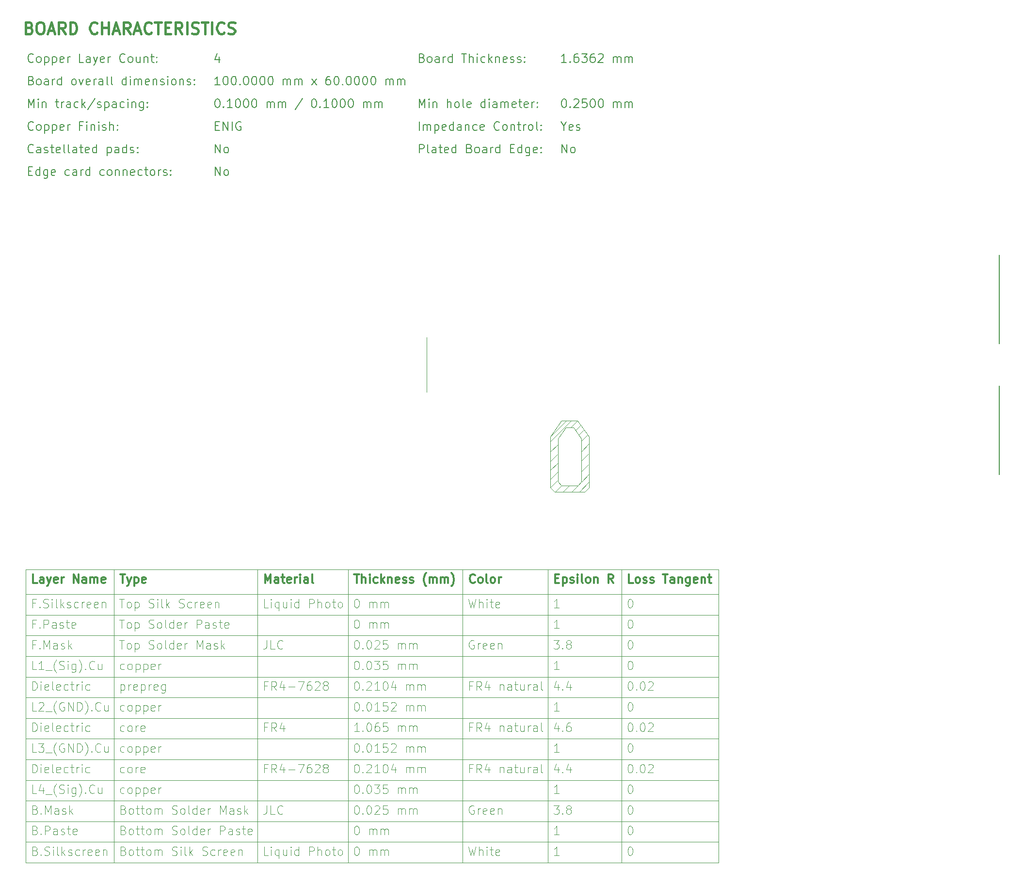
<source format=gbr>
G04 #@! TF.GenerationSoftware,KiCad,Pcbnew,9.0.2*
G04 #@! TF.CreationDate,2025-06-25T17:31:32+02:00*
G04 #@! TF.ProjectId,nuku-carrier-template-basic,6e756b75-2d63-4617-9272-6965722d7465,0*
G04 #@! TF.SameCoordinates,Original*
G04 #@! TF.FileFunction,OtherDrawing,Comment*
%FSLAX46Y46*%
G04 Gerber Fmt 4.6, Leading zero omitted, Abs format (unit mm)*
G04 Created by KiCad (PCBNEW 9.0.2) date 2025-06-25 17:31:32*
%MOMM*%
%LPD*%
G01*
G04 APERTURE LIST*
%ADD10C,0.200000*%
%ADD11C,0.400000*%
%ADD12C,0.100000*%
%ADD13C,0.300000*%
%ADD14C,0.150000*%
G04 APERTURE END LIST*
D10*
X116174429Y-67989028D02*
X116174429Y-66489028D01*
X116174429Y-66489028D02*
X117031572Y-67989028D01*
X117031572Y-67989028D02*
X117031572Y-66489028D01*
X117960144Y-67989028D02*
X117817287Y-67917600D01*
X117817287Y-67917600D02*
X117745858Y-67846171D01*
X117745858Y-67846171D02*
X117674430Y-67703314D01*
X117674430Y-67703314D02*
X117674430Y-67274742D01*
X117674430Y-67274742D02*
X117745858Y-67131885D01*
X117745858Y-67131885D02*
X117817287Y-67060457D01*
X117817287Y-67060457D02*
X117960144Y-66989028D01*
X117960144Y-66989028D02*
X118174430Y-66989028D01*
X118174430Y-66989028D02*
X118317287Y-67060457D01*
X118317287Y-67060457D02*
X118388716Y-67131885D01*
X118388716Y-67131885D02*
X118460144Y-67274742D01*
X118460144Y-67274742D02*
X118460144Y-67703314D01*
X118460144Y-67703314D02*
X118388716Y-67846171D01*
X118388716Y-67846171D02*
X118317287Y-67917600D01*
X118317287Y-67917600D02*
X118174430Y-67989028D01*
X118174430Y-67989028D02*
X117960144Y-67989028D01*
X116460144Y-58575028D02*
X116603001Y-58575028D01*
X116603001Y-58575028D02*
X116745858Y-58646457D01*
X116745858Y-58646457D02*
X116817287Y-58717885D01*
X116817287Y-58717885D02*
X116888715Y-58860742D01*
X116888715Y-58860742D02*
X116960144Y-59146457D01*
X116960144Y-59146457D02*
X116960144Y-59503600D01*
X116960144Y-59503600D02*
X116888715Y-59789314D01*
X116888715Y-59789314D02*
X116817287Y-59932171D01*
X116817287Y-59932171D02*
X116745858Y-60003600D01*
X116745858Y-60003600D02*
X116603001Y-60075028D01*
X116603001Y-60075028D02*
X116460144Y-60075028D01*
X116460144Y-60075028D02*
X116317287Y-60003600D01*
X116317287Y-60003600D02*
X116245858Y-59932171D01*
X116245858Y-59932171D02*
X116174429Y-59789314D01*
X116174429Y-59789314D02*
X116103001Y-59503600D01*
X116103001Y-59503600D02*
X116103001Y-59146457D01*
X116103001Y-59146457D02*
X116174429Y-58860742D01*
X116174429Y-58860742D02*
X116245858Y-58717885D01*
X116245858Y-58717885D02*
X116317287Y-58646457D01*
X116317287Y-58646457D02*
X116460144Y-58575028D01*
X117603000Y-59932171D02*
X117674429Y-60003600D01*
X117674429Y-60003600D02*
X117603000Y-60075028D01*
X117603000Y-60075028D02*
X117531572Y-60003600D01*
X117531572Y-60003600D02*
X117603000Y-59932171D01*
X117603000Y-59932171D02*
X117603000Y-60075028D01*
X118245858Y-58717885D02*
X118317286Y-58646457D01*
X118317286Y-58646457D02*
X118460144Y-58575028D01*
X118460144Y-58575028D02*
X118817286Y-58575028D01*
X118817286Y-58575028D02*
X118960144Y-58646457D01*
X118960144Y-58646457D02*
X119031572Y-58717885D01*
X119031572Y-58717885D02*
X119103001Y-58860742D01*
X119103001Y-58860742D02*
X119103001Y-59003600D01*
X119103001Y-59003600D02*
X119031572Y-59217885D01*
X119031572Y-59217885D02*
X118174429Y-60075028D01*
X118174429Y-60075028D02*
X119103001Y-60075028D01*
X120460143Y-58575028D02*
X119745857Y-58575028D01*
X119745857Y-58575028D02*
X119674429Y-59289314D01*
X119674429Y-59289314D02*
X119745857Y-59217885D01*
X119745857Y-59217885D02*
X119888715Y-59146457D01*
X119888715Y-59146457D02*
X120245857Y-59146457D01*
X120245857Y-59146457D02*
X120388715Y-59217885D01*
X120388715Y-59217885D02*
X120460143Y-59289314D01*
X120460143Y-59289314D02*
X120531572Y-59432171D01*
X120531572Y-59432171D02*
X120531572Y-59789314D01*
X120531572Y-59789314D02*
X120460143Y-59932171D01*
X120460143Y-59932171D02*
X120388715Y-60003600D01*
X120388715Y-60003600D02*
X120245857Y-60075028D01*
X120245857Y-60075028D02*
X119888715Y-60075028D01*
X119888715Y-60075028D02*
X119745857Y-60003600D01*
X119745857Y-60003600D02*
X119674429Y-59932171D01*
X121460143Y-58575028D02*
X121603000Y-58575028D01*
X121603000Y-58575028D02*
X121745857Y-58646457D01*
X121745857Y-58646457D02*
X121817286Y-58717885D01*
X121817286Y-58717885D02*
X121888714Y-58860742D01*
X121888714Y-58860742D02*
X121960143Y-59146457D01*
X121960143Y-59146457D02*
X121960143Y-59503600D01*
X121960143Y-59503600D02*
X121888714Y-59789314D01*
X121888714Y-59789314D02*
X121817286Y-59932171D01*
X121817286Y-59932171D02*
X121745857Y-60003600D01*
X121745857Y-60003600D02*
X121603000Y-60075028D01*
X121603000Y-60075028D02*
X121460143Y-60075028D01*
X121460143Y-60075028D02*
X121317286Y-60003600D01*
X121317286Y-60003600D02*
X121245857Y-59932171D01*
X121245857Y-59932171D02*
X121174428Y-59789314D01*
X121174428Y-59789314D02*
X121103000Y-59503600D01*
X121103000Y-59503600D02*
X121103000Y-59146457D01*
X121103000Y-59146457D02*
X121174428Y-58860742D01*
X121174428Y-58860742D02*
X121245857Y-58717885D01*
X121245857Y-58717885D02*
X121317286Y-58646457D01*
X121317286Y-58646457D02*
X121460143Y-58575028D01*
X122888714Y-58575028D02*
X123031571Y-58575028D01*
X123031571Y-58575028D02*
X123174428Y-58646457D01*
X123174428Y-58646457D02*
X123245857Y-58717885D01*
X123245857Y-58717885D02*
X123317285Y-58860742D01*
X123317285Y-58860742D02*
X123388714Y-59146457D01*
X123388714Y-59146457D02*
X123388714Y-59503600D01*
X123388714Y-59503600D02*
X123317285Y-59789314D01*
X123317285Y-59789314D02*
X123245857Y-59932171D01*
X123245857Y-59932171D02*
X123174428Y-60003600D01*
X123174428Y-60003600D02*
X123031571Y-60075028D01*
X123031571Y-60075028D02*
X122888714Y-60075028D01*
X122888714Y-60075028D02*
X122745857Y-60003600D01*
X122745857Y-60003600D02*
X122674428Y-59932171D01*
X122674428Y-59932171D02*
X122602999Y-59789314D01*
X122602999Y-59789314D02*
X122531571Y-59503600D01*
X122531571Y-59503600D02*
X122531571Y-59146457D01*
X122531571Y-59146457D02*
X122602999Y-58860742D01*
X122602999Y-58860742D02*
X122674428Y-58717885D01*
X122674428Y-58717885D02*
X122745857Y-58646457D01*
X122745857Y-58646457D02*
X122888714Y-58575028D01*
X125174427Y-60075028D02*
X125174427Y-59075028D01*
X125174427Y-59217885D02*
X125245856Y-59146457D01*
X125245856Y-59146457D02*
X125388713Y-59075028D01*
X125388713Y-59075028D02*
X125602999Y-59075028D01*
X125602999Y-59075028D02*
X125745856Y-59146457D01*
X125745856Y-59146457D02*
X125817285Y-59289314D01*
X125817285Y-59289314D02*
X125817285Y-60075028D01*
X125817285Y-59289314D02*
X125888713Y-59146457D01*
X125888713Y-59146457D02*
X126031570Y-59075028D01*
X126031570Y-59075028D02*
X126245856Y-59075028D01*
X126245856Y-59075028D02*
X126388713Y-59146457D01*
X126388713Y-59146457D02*
X126460142Y-59289314D01*
X126460142Y-59289314D02*
X126460142Y-60075028D01*
X127174427Y-60075028D02*
X127174427Y-59075028D01*
X127174427Y-59217885D02*
X127245856Y-59146457D01*
X127245856Y-59146457D02*
X127388713Y-59075028D01*
X127388713Y-59075028D02*
X127602999Y-59075028D01*
X127602999Y-59075028D02*
X127745856Y-59146457D01*
X127745856Y-59146457D02*
X127817285Y-59289314D01*
X127817285Y-59289314D02*
X127817285Y-60075028D01*
X127817285Y-59289314D02*
X127888713Y-59146457D01*
X127888713Y-59146457D02*
X128031570Y-59075028D01*
X128031570Y-59075028D02*
X128245856Y-59075028D01*
X128245856Y-59075028D02*
X128388713Y-59146457D01*
X128388713Y-59146457D02*
X128460142Y-59289314D01*
X128460142Y-59289314D02*
X128460142Y-60075028D01*
X116960144Y-52161028D02*
X116103001Y-52161028D01*
X116531572Y-52161028D02*
X116531572Y-50661028D01*
X116531572Y-50661028D02*
X116388715Y-50875314D01*
X116388715Y-50875314D02*
X116245858Y-51018171D01*
X116245858Y-51018171D02*
X116103001Y-51089600D01*
X117603000Y-52018171D02*
X117674429Y-52089600D01*
X117674429Y-52089600D02*
X117603000Y-52161028D01*
X117603000Y-52161028D02*
X117531572Y-52089600D01*
X117531572Y-52089600D02*
X117603000Y-52018171D01*
X117603000Y-52018171D02*
X117603000Y-52161028D01*
X118960144Y-50661028D02*
X118674429Y-50661028D01*
X118674429Y-50661028D02*
X118531572Y-50732457D01*
X118531572Y-50732457D02*
X118460144Y-50803885D01*
X118460144Y-50803885D02*
X118317286Y-51018171D01*
X118317286Y-51018171D02*
X118245858Y-51303885D01*
X118245858Y-51303885D02*
X118245858Y-51875314D01*
X118245858Y-51875314D02*
X118317286Y-52018171D01*
X118317286Y-52018171D02*
X118388715Y-52089600D01*
X118388715Y-52089600D02*
X118531572Y-52161028D01*
X118531572Y-52161028D02*
X118817286Y-52161028D01*
X118817286Y-52161028D02*
X118960144Y-52089600D01*
X118960144Y-52089600D02*
X119031572Y-52018171D01*
X119031572Y-52018171D02*
X119103001Y-51875314D01*
X119103001Y-51875314D02*
X119103001Y-51518171D01*
X119103001Y-51518171D02*
X119031572Y-51375314D01*
X119031572Y-51375314D02*
X118960144Y-51303885D01*
X118960144Y-51303885D02*
X118817286Y-51232457D01*
X118817286Y-51232457D02*
X118531572Y-51232457D01*
X118531572Y-51232457D02*
X118388715Y-51303885D01*
X118388715Y-51303885D02*
X118317286Y-51375314D01*
X118317286Y-51375314D02*
X118245858Y-51518171D01*
X119603000Y-50661028D02*
X120531572Y-50661028D01*
X120531572Y-50661028D02*
X120031572Y-51232457D01*
X120031572Y-51232457D02*
X120245857Y-51232457D01*
X120245857Y-51232457D02*
X120388715Y-51303885D01*
X120388715Y-51303885D02*
X120460143Y-51375314D01*
X120460143Y-51375314D02*
X120531572Y-51518171D01*
X120531572Y-51518171D02*
X120531572Y-51875314D01*
X120531572Y-51875314D02*
X120460143Y-52018171D01*
X120460143Y-52018171D02*
X120388715Y-52089600D01*
X120388715Y-52089600D02*
X120245857Y-52161028D01*
X120245857Y-52161028D02*
X119817286Y-52161028D01*
X119817286Y-52161028D02*
X119674429Y-52089600D01*
X119674429Y-52089600D02*
X119603000Y-52018171D01*
X121817286Y-50661028D02*
X121531571Y-50661028D01*
X121531571Y-50661028D02*
X121388714Y-50732457D01*
X121388714Y-50732457D02*
X121317286Y-50803885D01*
X121317286Y-50803885D02*
X121174428Y-51018171D01*
X121174428Y-51018171D02*
X121103000Y-51303885D01*
X121103000Y-51303885D02*
X121103000Y-51875314D01*
X121103000Y-51875314D02*
X121174428Y-52018171D01*
X121174428Y-52018171D02*
X121245857Y-52089600D01*
X121245857Y-52089600D02*
X121388714Y-52161028D01*
X121388714Y-52161028D02*
X121674428Y-52161028D01*
X121674428Y-52161028D02*
X121817286Y-52089600D01*
X121817286Y-52089600D02*
X121888714Y-52018171D01*
X121888714Y-52018171D02*
X121960143Y-51875314D01*
X121960143Y-51875314D02*
X121960143Y-51518171D01*
X121960143Y-51518171D02*
X121888714Y-51375314D01*
X121888714Y-51375314D02*
X121817286Y-51303885D01*
X121817286Y-51303885D02*
X121674428Y-51232457D01*
X121674428Y-51232457D02*
X121388714Y-51232457D01*
X121388714Y-51232457D02*
X121245857Y-51303885D01*
X121245857Y-51303885D02*
X121174428Y-51375314D01*
X121174428Y-51375314D02*
X121103000Y-51518171D01*
X122531571Y-50803885D02*
X122602999Y-50732457D01*
X122602999Y-50732457D02*
X122745857Y-50661028D01*
X122745857Y-50661028D02*
X123102999Y-50661028D01*
X123102999Y-50661028D02*
X123245857Y-50732457D01*
X123245857Y-50732457D02*
X123317285Y-50803885D01*
X123317285Y-50803885D02*
X123388714Y-50946742D01*
X123388714Y-50946742D02*
X123388714Y-51089600D01*
X123388714Y-51089600D02*
X123317285Y-51303885D01*
X123317285Y-51303885D02*
X122460142Y-52161028D01*
X122460142Y-52161028D02*
X123388714Y-52161028D01*
X125174427Y-52161028D02*
X125174427Y-51161028D01*
X125174427Y-51303885D02*
X125245856Y-51232457D01*
X125245856Y-51232457D02*
X125388713Y-51161028D01*
X125388713Y-51161028D02*
X125602999Y-51161028D01*
X125602999Y-51161028D02*
X125745856Y-51232457D01*
X125745856Y-51232457D02*
X125817285Y-51375314D01*
X125817285Y-51375314D02*
X125817285Y-52161028D01*
X125817285Y-51375314D02*
X125888713Y-51232457D01*
X125888713Y-51232457D02*
X126031570Y-51161028D01*
X126031570Y-51161028D02*
X126245856Y-51161028D01*
X126245856Y-51161028D02*
X126388713Y-51232457D01*
X126388713Y-51232457D02*
X126460142Y-51375314D01*
X126460142Y-51375314D02*
X126460142Y-52161028D01*
X127174427Y-52161028D02*
X127174427Y-51161028D01*
X127174427Y-51303885D02*
X127245856Y-51232457D01*
X127245856Y-51232457D02*
X127388713Y-51161028D01*
X127388713Y-51161028D02*
X127602999Y-51161028D01*
X127602999Y-51161028D02*
X127745856Y-51232457D01*
X127745856Y-51232457D02*
X127817285Y-51375314D01*
X127817285Y-51375314D02*
X127817285Y-52161028D01*
X127817285Y-51375314D02*
X127888713Y-51232457D01*
X127888713Y-51232457D02*
X128031570Y-51161028D01*
X128031570Y-51161028D02*
X128245856Y-51161028D01*
X128245856Y-51161028D02*
X128388713Y-51232457D01*
X128388713Y-51232457D02*
X128460142Y-51375314D01*
X128460142Y-51375314D02*
X128460142Y-52161028D01*
X91231572Y-64032028D02*
X91231572Y-62532028D01*
X91945858Y-64032028D02*
X91945858Y-63032028D01*
X91945858Y-63174885D02*
X92017287Y-63103457D01*
X92017287Y-63103457D02*
X92160144Y-63032028D01*
X92160144Y-63032028D02*
X92374430Y-63032028D01*
X92374430Y-63032028D02*
X92517287Y-63103457D01*
X92517287Y-63103457D02*
X92588716Y-63246314D01*
X92588716Y-63246314D02*
X92588716Y-64032028D01*
X92588716Y-63246314D02*
X92660144Y-63103457D01*
X92660144Y-63103457D02*
X92803001Y-63032028D01*
X92803001Y-63032028D02*
X93017287Y-63032028D01*
X93017287Y-63032028D02*
X93160144Y-63103457D01*
X93160144Y-63103457D02*
X93231573Y-63246314D01*
X93231573Y-63246314D02*
X93231573Y-64032028D01*
X93945858Y-63032028D02*
X93945858Y-64532028D01*
X93945858Y-63103457D02*
X94088716Y-63032028D01*
X94088716Y-63032028D02*
X94374430Y-63032028D01*
X94374430Y-63032028D02*
X94517287Y-63103457D01*
X94517287Y-63103457D02*
X94588716Y-63174885D01*
X94588716Y-63174885D02*
X94660144Y-63317742D01*
X94660144Y-63317742D02*
X94660144Y-63746314D01*
X94660144Y-63746314D02*
X94588716Y-63889171D01*
X94588716Y-63889171D02*
X94517287Y-63960600D01*
X94517287Y-63960600D02*
X94374430Y-64032028D01*
X94374430Y-64032028D02*
X94088716Y-64032028D01*
X94088716Y-64032028D02*
X93945858Y-63960600D01*
X95874430Y-63960600D02*
X95731573Y-64032028D01*
X95731573Y-64032028D02*
X95445859Y-64032028D01*
X95445859Y-64032028D02*
X95303001Y-63960600D01*
X95303001Y-63960600D02*
X95231573Y-63817742D01*
X95231573Y-63817742D02*
X95231573Y-63246314D01*
X95231573Y-63246314D02*
X95303001Y-63103457D01*
X95303001Y-63103457D02*
X95445859Y-63032028D01*
X95445859Y-63032028D02*
X95731573Y-63032028D01*
X95731573Y-63032028D02*
X95874430Y-63103457D01*
X95874430Y-63103457D02*
X95945859Y-63246314D01*
X95945859Y-63246314D02*
X95945859Y-63389171D01*
X95945859Y-63389171D02*
X95231573Y-63532028D01*
X97231573Y-64032028D02*
X97231573Y-62532028D01*
X97231573Y-63960600D02*
X97088715Y-64032028D01*
X97088715Y-64032028D02*
X96803001Y-64032028D01*
X96803001Y-64032028D02*
X96660144Y-63960600D01*
X96660144Y-63960600D02*
X96588715Y-63889171D01*
X96588715Y-63889171D02*
X96517287Y-63746314D01*
X96517287Y-63746314D02*
X96517287Y-63317742D01*
X96517287Y-63317742D02*
X96588715Y-63174885D01*
X96588715Y-63174885D02*
X96660144Y-63103457D01*
X96660144Y-63103457D02*
X96803001Y-63032028D01*
X96803001Y-63032028D02*
X97088715Y-63032028D01*
X97088715Y-63032028D02*
X97231573Y-63103457D01*
X98588716Y-64032028D02*
X98588716Y-63246314D01*
X98588716Y-63246314D02*
X98517287Y-63103457D01*
X98517287Y-63103457D02*
X98374430Y-63032028D01*
X98374430Y-63032028D02*
X98088716Y-63032028D01*
X98088716Y-63032028D02*
X97945858Y-63103457D01*
X98588716Y-63960600D02*
X98445858Y-64032028D01*
X98445858Y-64032028D02*
X98088716Y-64032028D01*
X98088716Y-64032028D02*
X97945858Y-63960600D01*
X97945858Y-63960600D02*
X97874430Y-63817742D01*
X97874430Y-63817742D02*
X97874430Y-63674885D01*
X97874430Y-63674885D02*
X97945858Y-63532028D01*
X97945858Y-63532028D02*
X98088716Y-63460600D01*
X98088716Y-63460600D02*
X98445858Y-63460600D01*
X98445858Y-63460600D02*
X98588716Y-63389171D01*
X99303001Y-63032028D02*
X99303001Y-64032028D01*
X99303001Y-63174885D02*
X99374430Y-63103457D01*
X99374430Y-63103457D02*
X99517287Y-63032028D01*
X99517287Y-63032028D02*
X99731573Y-63032028D01*
X99731573Y-63032028D02*
X99874430Y-63103457D01*
X99874430Y-63103457D02*
X99945859Y-63246314D01*
X99945859Y-63246314D02*
X99945859Y-64032028D01*
X101303002Y-63960600D02*
X101160144Y-64032028D01*
X101160144Y-64032028D02*
X100874430Y-64032028D01*
X100874430Y-64032028D02*
X100731573Y-63960600D01*
X100731573Y-63960600D02*
X100660144Y-63889171D01*
X100660144Y-63889171D02*
X100588716Y-63746314D01*
X100588716Y-63746314D02*
X100588716Y-63317742D01*
X100588716Y-63317742D02*
X100660144Y-63174885D01*
X100660144Y-63174885D02*
X100731573Y-63103457D01*
X100731573Y-63103457D02*
X100874430Y-63032028D01*
X100874430Y-63032028D02*
X101160144Y-63032028D01*
X101160144Y-63032028D02*
X101303002Y-63103457D01*
X102517287Y-63960600D02*
X102374430Y-64032028D01*
X102374430Y-64032028D02*
X102088716Y-64032028D01*
X102088716Y-64032028D02*
X101945858Y-63960600D01*
X101945858Y-63960600D02*
X101874430Y-63817742D01*
X101874430Y-63817742D02*
X101874430Y-63246314D01*
X101874430Y-63246314D02*
X101945858Y-63103457D01*
X101945858Y-63103457D02*
X102088716Y-63032028D01*
X102088716Y-63032028D02*
X102374430Y-63032028D01*
X102374430Y-63032028D02*
X102517287Y-63103457D01*
X102517287Y-63103457D02*
X102588716Y-63246314D01*
X102588716Y-63246314D02*
X102588716Y-63389171D01*
X102588716Y-63389171D02*
X101874430Y-63532028D01*
X105231572Y-63889171D02*
X105160144Y-63960600D01*
X105160144Y-63960600D02*
X104945858Y-64032028D01*
X104945858Y-64032028D02*
X104803001Y-64032028D01*
X104803001Y-64032028D02*
X104588715Y-63960600D01*
X104588715Y-63960600D02*
X104445858Y-63817742D01*
X104445858Y-63817742D02*
X104374429Y-63674885D01*
X104374429Y-63674885D02*
X104303001Y-63389171D01*
X104303001Y-63389171D02*
X104303001Y-63174885D01*
X104303001Y-63174885D02*
X104374429Y-62889171D01*
X104374429Y-62889171D02*
X104445858Y-62746314D01*
X104445858Y-62746314D02*
X104588715Y-62603457D01*
X104588715Y-62603457D02*
X104803001Y-62532028D01*
X104803001Y-62532028D02*
X104945858Y-62532028D01*
X104945858Y-62532028D02*
X105160144Y-62603457D01*
X105160144Y-62603457D02*
X105231572Y-62674885D01*
X106088715Y-64032028D02*
X105945858Y-63960600D01*
X105945858Y-63960600D02*
X105874429Y-63889171D01*
X105874429Y-63889171D02*
X105803001Y-63746314D01*
X105803001Y-63746314D02*
X105803001Y-63317742D01*
X105803001Y-63317742D02*
X105874429Y-63174885D01*
X105874429Y-63174885D02*
X105945858Y-63103457D01*
X105945858Y-63103457D02*
X106088715Y-63032028D01*
X106088715Y-63032028D02*
X106303001Y-63032028D01*
X106303001Y-63032028D02*
X106445858Y-63103457D01*
X106445858Y-63103457D02*
X106517287Y-63174885D01*
X106517287Y-63174885D02*
X106588715Y-63317742D01*
X106588715Y-63317742D02*
X106588715Y-63746314D01*
X106588715Y-63746314D02*
X106517287Y-63889171D01*
X106517287Y-63889171D02*
X106445858Y-63960600D01*
X106445858Y-63960600D02*
X106303001Y-64032028D01*
X106303001Y-64032028D02*
X106088715Y-64032028D01*
X107231572Y-63032028D02*
X107231572Y-64032028D01*
X107231572Y-63174885D02*
X107303001Y-63103457D01*
X107303001Y-63103457D02*
X107445858Y-63032028D01*
X107445858Y-63032028D02*
X107660144Y-63032028D01*
X107660144Y-63032028D02*
X107803001Y-63103457D01*
X107803001Y-63103457D02*
X107874430Y-63246314D01*
X107874430Y-63246314D02*
X107874430Y-64032028D01*
X108374430Y-63032028D02*
X108945858Y-63032028D01*
X108588715Y-62532028D02*
X108588715Y-63817742D01*
X108588715Y-63817742D02*
X108660144Y-63960600D01*
X108660144Y-63960600D02*
X108803001Y-64032028D01*
X108803001Y-64032028D02*
X108945858Y-64032028D01*
X109445858Y-64032028D02*
X109445858Y-63032028D01*
X109445858Y-63317742D02*
X109517287Y-63174885D01*
X109517287Y-63174885D02*
X109588716Y-63103457D01*
X109588716Y-63103457D02*
X109731573Y-63032028D01*
X109731573Y-63032028D02*
X109874430Y-63032028D01*
X110588715Y-64032028D02*
X110445858Y-63960600D01*
X110445858Y-63960600D02*
X110374429Y-63889171D01*
X110374429Y-63889171D02*
X110303001Y-63746314D01*
X110303001Y-63746314D02*
X110303001Y-63317742D01*
X110303001Y-63317742D02*
X110374429Y-63174885D01*
X110374429Y-63174885D02*
X110445858Y-63103457D01*
X110445858Y-63103457D02*
X110588715Y-63032028D01*
X110588715Y-63032028D02*
X110803001Y-63032028D01*
X110803001Y-63032028D02*
X110945858Y-63103457D01*
X110945858Y-63103457D02*
X111017287Y-63174885D01*
X111017287Y-63174885D02*
X111088715Y-63317742D01*
X111088715Y-63317742D02*
X111088715Y-63746314D01*
X111088715Y-63746314D02*
X111017287Y-63889171D01*
X111017287Y-63889171D02*
X110945858Y-63960600D01*
X110945858Y-63960600D02*
X110803001Y-64032028D01*
X110803001Y-64032028D02*
X110588715Y-64032028D01*
X111945858Y-64032028D02*
X111803001Y-63960600D01*
X111803001Y-63960600D02*
X111731572Y-63817742D01*
X111731572Y-63817742D02*
X111731572Y-62532028D01*
X112517286Y-63889171D02*
X112588715Y-63960600D01*
X112588715Y-63960600D02*
X112517286Y-64032028D01*
X112517286Y-64032028D02*
X112445858Y-63960600D01*
X112445858Y-63960600D02*
X112517286Y-63889171D01*
X112517286Y-63889171D02*
X112517286Y-64032028D01*
X112517286Y-63103457D02*
X112588715Y-63174885D01*
X112588715Y-63174885D02*
X112517286Y-63246314D01*
X112517286Y-63246314D02*
X112445858Y-63174885D01*
X112445858Y-63174885D02*
X112517286Y-63103457D01*
X112517286Y-63103457D02*
X112517286Y-63246314D01*
X91731572Y-51375314D02*
X91945858Y-51446742D01*
X91945858Y-51446742D02*
X92017287Y-51518171D01*
X92017287Y-51518171D02*
X92088715Y-51661028D01*
X92088715Y-51661028D02*
X92088715Y-51875314D01*
X92088715Y-51875314D02*
X92017287Y-52018171D01*
X92017287Y-52018171D02*
X91945858Y-52089600D01*
X91945858Y-52089600D02*
X91803001Y-52161028D01*
X91803001Y-52161028D02*
X91231572Y-52161028D01*
X91231572Y-52161028D02*
X91231572Y-50661028D01*
X91231572Y-50661028D02*
X91731572Y-50661028D01*
X91731572Y-50661028D02*
X91874430Y-50732457D01*
X91874430Y-50732457D02*
X91945858Y-50803885D01*
X91945858Y-50803885D02*
X92017287Y-50946742D01*
X92017287Y-50946742D02*
X92017287Y-51089600D01*
X92017287Y-51089600D02*
X91945858Y-51232457D01*
X91945858Y-51232457D02*
X91874430Y-51303885D01*
X91874430Y-51303885D02*
X91731572Y-51375314D01*
X91731572Y-51375314D02*
X91231572Y-51375314D01*
X92945858Y-52161028D02*
X92803001Y-52089600D01*
X92803001Y-52089600D02*
X92731572Y-52018171D01*
X92731572Y-52018171D02*
X92660144Y-51875314D01*
X92660144Y-51875314D02*
X92660144Y-51446742D01*
X92660144Y-51446742D02*
X92731572Y-51303885D01*
X92731572Y-51303885D02*
X92803001Y-51232457D01*
X92803001Y-51232457D02*
X92945858Y-51161028D01*
X92945858Y-51161028D02*
X93160144Y-51161028D01*
X93160144Y-51161028D02*
X93303001Y-51232457D01*
X93303001Y-51232457D02*
X93374430Y-51303885D01*
X93374430Y-51303885D02*
X93445858Y-51446742D01*
X93445858Y-51446742D02*
X93445858Y-51875314D01*
X93445858Y-51875314D02*
X93374430Y-52018171D01*
X93374430Y-52018171D02*
X93303001Y-52089600D01*
X93303001Y-52089600D02*
X93160144Y-52161028D01*
X93160144Y-52161028D02*
X92945858Y-52161028D01*
X94731573Y-52161028D02*
X94731573Y-51375314D01*
X94731573Y-51375314D02*
X94660144Y-51232457D01*
X94660144Y-51232457D02*
X94517287Y-51161028D01*
X94517287Y-51161028D02*
X94231573Y-51161028D01*
X94231573Y-51161028D02*
X94088715Y-51232457D01*
X94731573Y-52089600D02*
X94588715Y-52161028D01*
X94588715Y-52161028D02*
X94231573Y-52161028D01*
X94231573Y-52161028D02*
X94088715Y-52089600D01*
X94088715Y-52089600D02*
X94017287Y-51946742D01*
X94017287Y-51946742D02*
X94017287Y-51803885D01*
X94017287Y-51803885D02*
X94088715Y-51661028D01*
X94088715Y-51661028D02*
X94231573Y-51589600D01*
X94231573Y-51589600D02*
X94588715Y-51589600D01*
X94588715Y-51589600D02*
X94731573Y-51518171D01*
X95445858Y-52161028D02*
X95445858Y-51161028D01*
X95445858Y-51446742D02*
X95517287Y-51303885D01*
X95517287Y-51303885D02*
X95588716Y-51232457D01*
X95588716Y-51232457D02*
X95731573Y-51161028D01*
X95731573Y-51161028D02*
X95874430Y-51161028D01*
X97017287Y-52161028D02*
X97017287Y-50661028D01*
X97017287Y-52089600D02*
X96874429Y-52161028D01*
X96874429Y-52161028D02*
X96588715Y-52161028D01*
X96588715Y-52161028D02*
X96445858Y-52089600D01*
X96445858Y-52089600D02*
X96374429Y-52018171D01*
X96374429Y-52018171D02*
X96303001Y-51875314D01*
X96303001Y-51875314D02*
X96303001Y-51446742D01*
X96303001Y-51446742D02*
X96374429Y-51303885D01*
X96374429Y-51303885D02*
X96445858Y-51232457D01*
X96445858Y-51232457D02*
X96588715Y-51161028D01*
X96588715Y-51161028D02*
X96874429Y-51161028D01*
X96874429Y-51161028D02*
X97017287Y-51232457D01*
X98660144Y-50661028D02*
X99517287Y-50661028D01*
X99088715Y-52161028D02*
X99088715Y-50661028D01*
X100017286Y-52161028D02*
X100017286Y-50661028D01*
X100660144Y-52161028D02*
X100660144Y-51375314D01*
X100660144Y-51375314D02*
X100588715Y-51232457D01*
X100588715Y-51232457D02*
X100445858Y-51161028D01*
X100445858Y-51161028D02*
X100231572Y-51161028D01*
X100231572Y-51161028D02*
X100088715Y-51232457D01*
X100088715Y-51232457D02*
X100017286Y-51303885D01*
X101374429Y-52161028D02*
X101374429Y-51161028D01*
X101374429Y-50661028D02*
X101303001Y-50732457D01*
X101303001Y-50732457D02*
X101374429Y-50803885D01*
X101374429Y-50803885D02*
X101445858Y-50732457D01*
X101445858Y-50732457D02*
X101374429Y-50661028D01*
X101374429Y-50661028D02*
X101374429Y-50803885D01*
X102731573Y-52089600D02*
X102588715Y-52161028D01*
X102588715Y-52161028D02*
X102303001Y-52161028D01*
X102303001Y-52161028D02*
X102160144Y-52089600D01*
X102160144Y-52089600D02*
X102088715Y-52018171D01*
X102088715Y-52018171D02*
X102017287Y-51875314D01*
X102017287Y-51875314D02*
X102017287Y-51446742D01*
X102017287Y-51446742D02*
X102088715Y-51303885D01*
X102088715Y-51303885D02*
X102160144Y-51232457D01*
X102160144Y-51232457D02*
X102303001Y-51161028D01*
X102303001Y-51161028D02*
X102588715Y-51161028D01*
X102588715Y-51161028D02*
X102731573Y-51232457D01*
X103374429Y-52161028D02*
X103374429Y-50661028D01*
X103517287Y-51589600D02*
X103945858Y-52161028D01*
X103945858Y-51161028D02*
X103374429Y-51732457D01*
X104588715Y-51161028D02*
X104588715Y-52161028D01*
X104588715Y-51303885D02*
X104660144Y-51232457D01*
X104660144Y-51232457D02*
X104803001Y-51161028D01*
X104803001Y-51161028D02*
X105017287Y-51161028D01*
X105017287Y-51161028D02*
X105160144Y-51232457D01*
X105160144Y-51232457D02*
X105231573Y-51375314D01*
X105231573Y-51375314D02*
X105231573Y-52161028D01*
X106517287Y-52089600D02*
X106374430Y-52161028D01*
X106374430Y-52161028D02*
X106088716Y-52161028D01*
X106088716Y-52161028D02*
X105945858Y-52089600D01*
X105945858Y-52089600D02*
X105874430Y-51946742D01*
X105874430Y-51946742D02*
X105874430Y-51375314D01*
X105874430Y-51375314D02*
X105945858Y-51232457D01*
X105945858Y-51232457D02*
X106088716Y-51161028D01*
X106088716Y-51161028D02*
X106374430Y-51161028D01*
X106374430Y-51161028D02*
X106517287Y-51232457D01*
X106517287Y-51232457D02*
X106588716Y-51375314D01*
X106588716Y-51375314D02*
X106588716Y-51518171D01*
X106588716Y-51518171D02*
X105874430Y-51661028D01*
X107160144Y-52089600D02*
X107303001Y-52161028D01*
X107303001Y-52161028D02*
X107588715Y-52161028D01*
X107588715Y-52161028D02*
X107731572Y-52089600D01*
X107731572Y-52089600D02*
X107803001Y-51946742D01*
X107803001Y-51946742D02*
X107803001Y-51875314D01*
X107803001Y-51875314D02*
X107731572Y-51732457D01*
X107731572Y-51732457D02*
X107588715Y-51661028D01*
X107588715Y-51661028D02*
X107374430Y-51661028D01*
X107374430Y-51661028D02*
X107231572Y-51589600D01*
X107231572Y-51589600D02*
X107160144Y-51446742D01*
X107160144Y-51446742D02*
X107160144Y-51375314D01*
X107160144Y-51375314D02*
X107231572Y-51232457D01*
X107231572Y-51232457D02*
X107374430Y-51161028D01*
X107374430Y-51161028D02*
X107588715Y-51161028D01*
X107588715Y-51161028D02*
X107731572Y-51232457D01*
X108374430Y-52089600D02*
X108517287Y-52161028D01*
X108517287Y-52161028D02*
X108803001Y-52161028D01*
X108803001Y-52161028D02*
X108945858Y-52089600D01*
X108945858Y-52089600D02*
X109017287Y-51946742D01*
X109017287Y-51946742D02*
X109017287Y-51875314D01*
X109017287Y-51875314D02*
X108945858Y-51732457D01*
X108945858Y-51732457D02*
X108803001Y-51661028D01*
X108803001Y-51661028D02*
X108588716Y-51661028D01*
X108588716Y-51661028D02*
X108445858Y-51589600D01*
X108445858Y-51589600D02*
X108374430Y-51446742D01*
X108374430Y-51446742D02*
X108374430Y-51375314D01*
X108374430Y-51375314D02*
X108445858Y-51232457D01*
X108445858Y-51232457D02*
X108588716Y-51161028D01*
X108588716Y-51161028D02*
X108803001Y-51161028D01*
X108803001Y-51161028D02*
X108945858Y-51232457D01*
X109660144Y-52018171D02*
X109731573Y-52089600D01*
X109731573Y-52089600D02*
X109660144Y-52161028D01*
X109660144Y-52161028D02*
X109588716Y-52089600D01*
X109588716Y-52089600D02*
X109660144Y-52018171D01*
X109660144Y-52018171D02*
X109660144Y-52161028D01*
X109660144Y-51232457D02*
X109731573Y-51303885D01*
X109731573Y-51303885D02*
X109660144Y-51375314D01*
X109660144Y-51375314D02*
X109588716Y-51303885D01*
X109588716Y-51303885D02*
X109660144Y-51232457D01*
X109660144Y-51232457D02*
X109660144Y-51375314D01*
D11*
X23156014Y-46132819D02*
X23441728Y-46228057D01*
X23441728Y-46228057D02*
X23536966Y-46323295D01*
X23536966Y-46323295D02*
X23632204Y-46513771D01*
X23632204Y-46513771D02*
X23632204Y-46799485D01*
X23632204Y-46799485D02*
X23536966Y-46989961D01*
X23536966Y-46989961D02*
X23441728Y-47085200D01*
X23441728Y-47085200D02*
X23251252Y-47180438D01*
X23251252Y-47180438D02*
X22489347Y-47180438D01*
X22489347Y-47180438D02*
X22489347Y-45180438D01*
X22489347Y-45180438D02*
X23156014Y-45180438D01*
X23156014Y-45180438D02*
X23346490Y-45275676D01*
X23346490Y-45275676D02*
X23441728Y-45370914D01*
X23441728Y-45370914D02*
X23536966Y-45561390D01*
X23536966Y-45561390D02*
X23536966Y-45751866D01*
X23536966Y-45751866D02*
X23441728Y-45942342D01*
X23441728Y-45942342D02*
X23346490Y-46037580D01*
X23346490Y-46037580D02*
X23156014Y-46132819D01*
X23156014Y-46132819D02*
X22489347Y-46132819D01*
X24870299Y-45180438D02*
X25251252Y-45180438D01*
X25251252Y-45180438D02*
X25441728Y-45275676D01*
X25441728Y-45275676D02*
X25632204Y-45466152D01*
X25632204Y-45466152D02*
X25727442Y-45847104D01*
X25727442Y-45847104D02*
X25727442Y-46513771D01*
X25727442Y-46513771D02*
X25632204Y-46894723D01*
X25632204Y-46894723D02*
X25441728Y-47085200D01*
X25441728Y-47085200D02*
X25251252Y-47180438D01*
X25251252Y-47180438D02*
X24870299Y-47180438D01*
X24870299Y-47180438D02*
X24679823Y-47085200D01*
X24679823Y-47085200D02*
X24489347Y-46894723D01*
X24489347Y-46894723D02*
X24394109Y-46513771D01*
X24394109Y-46513771D02*
X24394109Y-45847104D01*
X24394109Y-45847104D02*
X24489347Y-45466152D01*
X24489347Y-45466152D02*
X24679823Y-45275676D01*
X24679823Y-45275676D02*
X24870299Y-45180438D01*
X26489347Y-46609009D02*
X27441728Y-46609009D01*
X26298871Y-47180438D02*
X26965537Y-45180438D01*
X26965537Y-45180438D02*
X27632204Y-47180438D01*
X29441728Y-47180438D02*
X28775061Y-46228057D01*
X28298871Y-47180438D02*
X28298871Y-45180438D01*
X28298871Y-45180438D02*
X29060776Y-45180438D01*
X29060776Y-45180438D02*
X29251252Y-45275676D01*
X29251252Y-45275676D02*
X29346490Y-45370914D01*
X29346490Y-45370914D02*
X29441728Y-45561390D01*
X29441728Y-45561390D02*
X29441728Y-45847104D01*
X29441728Y-45847104D02*
X29346490Y-46037580D01*
X29346490Y-46037580D02*
X29251252Y-46132819D01*
X29251252Y-46132819D02*
X29060776Y-46228057D01*
X29060776Y-46228057D02*
X28298871Y-46228057D01*
X30298871Y-47180438D02*
X30298871Y-45180438D01*
X30298871Y-45180438D02*
X30775061Y-45180438D01*
X30775061Y-45180438D02*
X31060776Y-45275676D01*
X31060776Y-45275676D02*
X31251252Y-45466152D01*
X31251252Y-45466152D02*
X31346490Y-45656628D01*
X31346490Y-45656628D02*
X31441728Y-46037580D01*
X31441728Y-46037580D02*
X31441728Y-46323295D01*
X31441728Y-46323295D02*
X31346490Y-46704247D01*
X31346490Y-46704247D02*
X31251252Y-46894723D01*
X31251252Y-46894723D02*
X31060776Y-47085200D01*
X31060776Y-47085200D02*
X30775061Y-47180438D01*
X30775061Y-47180438D02*
X30298871Y-47180438D01*
X34965538Y-46989961D02*
X34870300Y-47085200D01*
X34870300Y-47085200D02*
X34584586Y-47180438D01*
X34584586Y-47180438D02*
X34394110Y-47180438D01*
X34394110Y-47180438D02*
X34108395Y-47085200D01*
X34108395Y-47085200D02*
X33917919Y-46894723D01*
X33917919Y-46894723D02*
X33822681Y-46704247D01*
X33822681Y-46704247D02*
X33727443Y-46323295D01*
X33727443Y-46323295D02*
X33727443Y-46037580D01*
X33727443Y-46037580D02*
X33822681Y-45656628D01*
X33822681Y-45656628D02*
X33917919Y-45466152D01*
X33917919Y-45466152D02*
X34108395Y-45275676D01*
X34108395Y-45275676D02*
X34394110Y-45180438D01*
X34394110Y-45180438D02*
X34584586Y-45180438D01*
X34584586Y-45180438D02*
X34870300Y-45275676D01*
X34870300Y-45275676D02*
X34965538Y-45370914D01*
X35822681Y-47180438D02*
X35822681Y-45180438D01*
X35822681Y-46132819D02*
X36965538Y-46132819D01*
X36965538Y-47180438D02*
X36965538Y-45180438D01*
X37822681Y-46609009D02*
X38775062Y-46609009D01*
X37632205Y-47180438D02*
X38298871Y-45180438D01*
X38298871Y-45180438D02*
X38965538Y-47180438D01*
X40775062Y-47180438D02*
X40108395Y-46228057D01*
X39632205Y-47180438D02*
X39632205Y-45180438D01*
X39632205Y-45180438D02*
X40394110Y-45180438D01*
X40394110Y-45180438D02*
X40584586Y-45275676D01*
X40584586Y-45275676D02*
X40679824Y-45370914D01*
X40679824Y-45370914D02*
X40775062Y-45561390D01*
X40775062Y-45561390D02*
X40775062Y-45847104D01*
X40775062Y-45847104D02*
X40679824Y-46037580D01*
X40679824Y-46037580D02*
X40584586Y-46132819D01*
X40584586Y-46132819D02*
X40394110Y-46228057D01*
X40394110Y-46228057D02*
X39632205Y-46228057D01*
X41536967Y-46609009D02*
X42489348Y-46609009D01*
X41346491Y-47180438D02*
X42013157Y-45180438D01*
X42013157Y-45180438D02*
X42679824Y-47180438D01*
X44489348Y-46989961D02*
X44394110Y-47085200D01*
X44394110Y-47085200D02*
X44108396Y-47180438D01*
X44108396Y-47180438D02*
X43917920Y-47180438D01*
X43917920Y-47180438D02*
X43632205Y-47085200D01*
X43632205Y-47085200D02*
X43441729Y-46894723D01*
X43441729Y-46894723D02*
X43346491Y-46704247D01*
X43346491Y-46704247D02*
X43251253Y-46323295D01*
X43251253Y-46323295D02*
X43251253Y-46037580D01*
X43251253Y-46037580D02*
X43346491Y-45656628D01*
X43346491Y-45656628D02*
X43441729Y-45466152D01*
X43441729Y-45466152D02*
X43632205Y-45275676D01*
X43632205Y-45275676D02*
X43917920Y-45180438D01*
X43917920Y-45180438D02*
X44108396Y-45180438D01*
X44108396Y-45180438D02*
X44394110Y-45275676D01*
X44394110Y-45275676D02*
X44489348Y-45370914D01*
X45060777Y-45180438D02*
X46203634Y-45180438D01*
X45632205Y-47180438D02*
X45632205Y-45180438D01*
X46870301Y-46132819D02*
X47536968Y-46132819D01*
X47822682Y-47180438D02*
X46870301Y-47180438D01*
X46870301Y-47180438D02*
X46870301Y-45180438D01*
X46870301Y-45180438D02*
X47822682Y-45180438D01*
X49822682Y-47180438D02*
X49156015Y-46228057D01*
X48679825Y-47180438D02*
X48679825Y-45180438D01*
X48679825Y-45180438D02*
X49441730Y-45180438D01*
X49441730Y-45180438D02*
X49632206Y-45275676D01*
X49632206Y-45275676D02*
X49727444Y-45370914D01*
X49727444Y-45370914D02*
X49822682Y-45561390D01*
X49822682Y-45561390D02*
X49822682Y-45847104D01*
X49822682Y-45847104D02*
X49727444Y-46037580D01*
X49727444Y-46037580D02*
X49632206Y-46132819D01*
X49632206Y-46132819D02*
X49441730Y-46228057D01*
X49441730Y-46228057D02*
X48679825Y-46228057D01*
X50679825Y-47180438D02*
X50679825Y-45180438D01*
X51536968Y-47085200D02*
X51822682Y-47180438D01*
X51822682Y-47180438D02*
X52298873Y-47180438D01*
X52298873Y-47180438D02*
X52489349Y-47085200D01*
X52489349Y-47085200D02*
X52584587Y-46989961D01*
X52584587Y-46989961D02*
X52679825Y-46799485D01*
X52679825Y-46799485D02*
X52679825Y-46609009D01*
X52679825Y-46609009D02*
X52584587Y-46418533D01*
X52584587Y-46418533D02*
X52489349Y-46323295D01*
X52489349Y-46323295D02*
X52298873Y-46228057D01*
X52298873Y-46228057D02*
X51917920Y-46132819D01*
X51917920Y-46132819D02*
X51727444Y-46037580D01*
X51727444Y-46037580D02*
X51632206Y-45942342D01*
X51632206Y-45942342D02*
X51536968Y-45751866D01*
X51536968Y-45751866D02*
X51536968Y-45561390D01*
X51536968Y-45561390D02*
X51632206Y-45370914D01*
X51632206Y-45370914D02*
X51727444Y-45275676D01*
X51727444Y-45275676D02*
X51917920Y-45180438D01*
X51917920Y-45180438D02*
X52394111Y-45180438D01*
X52394111Y-45180438D02*
X52679825Y-45275676D01*
X53251254Y-45180438D02*
X54394111Y-45180438D01*
X53822682Y-47180438D02*
X53822682Y-45180438D01*
X55060778Y-47180438D02*
X55060778Y-45180438D01*
X57156016Y-46989961D02*
X57060778Y-47085200D01*
X57060778Y-47085200D02*
X56775064Y-47180438D01*
X56775064Y-47180438D02*
X56584588Y-47180438D01*
X56584588Y-47180438D02*
X56298873Y-47085200D01*
X56298873Y-47085200D02*
X56108397Y-46894723D01*
X56108397Y-46894723D02*
X56013159Y-46704247D01*
X56013159Y-46704247D02*
X55917921Y-46323295D01*
X55917921Y-46323295D02*
X55917921Y-46037580D01*
X55917921Y-46037580D02*
X56013159Y-45656628D01*
X56013159Y-45656628D02*
X56108397Y-45466152D01*
X56108397Y-45466152D02*
X56298873Y-45275676D01*
X56298873Y-45275676D02*
X56584588Y-45180438D01*
X56584588Y-45180438D02*
X56775064Y-45180438D01*
X56775064Y-45180438D02*
X57060778Y-45275676D01*
X57060778Y-45275676D02*
X57156016Y-45370914D01*
X57917921Y-47085200D02*
X58203635Y-47180438D01*
X58203635Y-47180438D02*
X58679826Y-47180438D01*
X58679826Y-47180438D02*
X58870302Y-47085200D01*
X58870302Y-47085200D02*
X58965540Y-46989961D01*
X58965540Y-46989961D02*
X59060778Y-46799485D01*
X59060778Y-46799485D02*
X59060778Y-46609009D01*
X59060778Y-46609009D02*
X58965540Y-46418533D01*
X58965540Y-46418533D02*
X58870302Y-46323295D01*
X58870302Y-46323295D02*
X58679826Y-46228057D01*
X58679826Y-46228057D02*
X58298873Y-46132819D01*
X58298873Y-46132819D02*
X58108397Y-46037580D01*
X58108397Y-46037580D02*
X58013159Y-45942342D01*
X58013159Y-45942342D02*
X57917921Y-45751866D01*
X57917921Y-45751866D02*
X57917921Y-45561390D01*
X57917921Y-45561390D02*
X58013159Y-45370914D01*
X58013159Y-45370914D02*
X58108397Y-45275676D01*
X58108397Y-45275676D02*
X58298873Y-45180438D01*
X58298873Y-45180438D02*
X58775064Y-45180438D01*
X58775064Y-45180438D02*
X59060778Y-45275676D01*
D10*
X23845863Y-52018171D02*
X23774435Y-52089600D01*
X23774435Y-52089600D02*
X23560149Y-52161028D01*
X23560149Y-52161028D02*
X23417292Y-52161028D01*
X23417292Y-52161028D02*
X23203006Y-52089600D01*
X23203006Y-52089600D02*
X23060149Y-51946742D01*
X23060149Y-51946742D02*
X22988720Y-51803885D01*
X22988720Y-51803885D02*
X22917292Y-51518171D01*
X22917292Y-51518171D02*
X22917292Y-51303885D01*
X22917292Y-51303885D02*
X22988720Y-51018171D01*
X22988720Y-51018171D02*
X23060149Y-50875314D01*
X23060149Y-50875314D02*
X23203006Y-50732457D01*
X23203006Y-50732457D02*
X23417292Y-50661028D01*
X23417292Y-50661028D02*
X23560149Y-50661028D01*
X23560149Y-50661028D02*
X23774435Y-50732457D01*
X23774435Y-50732457D02*
X23845863Y-50803885D01*
X24703006Y-52161028D02*
X24560149Y-52089600D01*
X24560149Y-52089600D02*
X24488720Y-52018171D01*
X24488720Y-52018171D02*
X24417292Y-51875314D01*
X24417292Y-51875314D02*
X24417292Y-51446742D01*
X24417292Y-51446742D02*
X24488720Y-51303885D01*
X24488720Y-51303885D02*
X24560149Y-51232457D01*
X24560149Y-51232457D02*
X24703006Y-51161028D01*
X24703006Y-51161028D02*
X24917292Y-51161028D01*
X24917292Y-51161028D02*
X25060149Y-51232457D01*
X25060149Y-51232457D02*
X25131578Y-51303885D01*
X25131578Y-51303885D02*
X25203006Y-51446742D01*
X25203006Y-51446742D02*
X25203006Y-51875314D01*
X25203006Y-51875314D02*
X25131578Y-52018171D01*
X25131578Y-52018171D02*
X25060149Y-52089600D01*
X25060149Y-52089600D02*
X24917292Y-52161028D01*
X24917292Y-52161028D02*
X24703006Y-52161028D01*
X25845863Y-51161028D02*
X25845863Y-52661028D01*
X25845863Y-51232457D02*
X25988721Y-51161028D01*
X25988721Y-51161028D02*
X26274435Y-51161028D01*
X26274435Y-51161028D02*
X26417292Y-51232457D01*
X26417292Y-51232457D02*
X26488721Y-51303885D01*
X26488721Y-51303885D02*
X26560149Y-51446742D01*
X26560149Y-51446742D02*
X26560149Y-51875314D01*
X26560149Y-51875314D02*
X26488721Y-52018171D01*
X26488721Y-52018171D02*
X26417292Y-52089600D01*
X26417292Y-52089600D02*
X26274435Y-52161028D01*
X26274435Y-52161028D02*
X25988721Y-52161028D01*
X25988721Y-52161028D02*
X25845863Y-52089600D01*
X27203006Y-51161028D02*
X27203006Y-52661028D01*
X27203006Y-51232457D02*
X27345864Y-51161028D01*
X27345864Y-51161028D02*
X27631578Y-51161028D01*
X27631578Y-51161028D02*
X27774435Y-51232457D01*
X27774435Y-51232457D02*
X27845864Y-51303885D01*
X27845864Y-51303885D02*
X27917292Y-51446742D01*
X27917292Y-51446742D02*
X27917292Y-51875314D01*
X27917292Y-51875314D02*
X27845864Y-52018171D01*
X27845864Y-52018171D02*
X27774435Y-52089600D01*
X27774435Y-52089600D02*
X27631578Y-52161028D01*
X27631578Y-52161028D02*
X27345864Y-52161028D01*
X27345864Y-52161028D02*
X27203006Y-52089600D01*
X29131578Y-52089600D02*
X28988721Y-52161028D01*
X28988721Y-52161028D02*
X28703007Y-52161028D01*
X28703007Y-52161028D02*
X28560149Y-52089600D01*
X28560149Y-52089600D02*
X28488721Y-51946742D01*
X28488721Y-51946742D02*
X28488721Y-51375314D01*
X28488721Y-51375314D02*
X28560149Y-51232457D01*
X28560149Y-51232457D02*
X28703007Y-51161028D01*
X28703007Y-51161028D02*
X28988721Y-51161028D01*
X28988721Y-51161028D02*
X29131578Y-51232457D01*
X29131578Y-51232457D02*
X29203007Y-51375314D01*
X29203007Y-51375314D02*
X29203007Y-51518171D01*
X29203007Y-51518171D02*
X28488721Y-51661028D01*
X29845863Y-52161028D02*
X29845863Y-51161028D01*
X29845863Y-51446742D02*
X29917292Y-51303885D01*
X29917292Y-51303885D02*
X29988721Y-51232457D01*
X29988721Y-51232457D02*
X30131578Y-51161028D01*
X30131578Y-51161028D02*
X30274435Y-51161028D01*
X32631577Y-52161028D02*
X31917291Y-52161028D01*
X31917291Y-52161028D02*
X31917291Y-50661028D01*
X33774435Y-52161028D02*
X33774435Y-51375314D01*
X33774435Y-51375314D02*
X33703006Y-51232457D01*
X33703006Y-51232457D02*
X33560149Y-51161028D01*
X33560149Y-51161028D02*
X33274435Y-51161028D01*
X33274435Y-51161028D02*
X33131577Y-51232457D01*
X33774435Y-52089600D02*
X33631577Y-52161028D01*
X33631577Y-52161028D02*
X33274435Y-52161028D01*
X33274435Y-52161028D02*
X33131577Y-52089600D01*
X33131577Y-52089600D02*
X33060149Y-51946742D01*
X33060149Y-51946742D02*
X33060149Y-51803885D01*
X33060149Y-51803885D02*
X33131577Y-51661028D01*
X33131577Y-51661028D02*
X33274435Y-51589600D01*
X33274435Y-51589600D02*
X33631577Y-51589600D01*
X33631577Y-51589600D02*
X33774435Y-51518171D01*
X34345863Y-51161028D02*
X34703006Y-52161028D01*
X35060149Y-51161028D02*
X34703006Y-52161028D01*
X34703006Y-52161028D02*
X34560149Y-52518171D01*
X34560149Y-52518171D02*
X34488720Y-52589600D01*
X34488720Y-52589600D02*
X34345863Y-52661028D01*
X36203006Y-52089600D02*
X36060149Y-52161028D01*
X36060149Y-52161028D02*
X35774435Y-52161028D01*
X35774435Y-52161028D02*
X35631577Y-52089600D01*
X35631577Y-52089600D02*
X35560149Y-51946742D01*
X35560149Y-51946742D02*
X35560149Y-51375314D01*
X35560149Y-51375314D02*
X35631577Y-51232457D01*
X35631577Y-51232457D02*
X35774435Y-51161028D01*
X35774435Y-51161028D02*
X36060149Y-51161028D01*
X36060149Y-51161028D02*
X36203006Y-51232457D01*
X36203006Y-51232457D02*
X36274435Y-51375314D01*
X36274435Y-51375314D02*
X36274435Y-51518171D01*
X36274435Y-51518171D02*
X35560149Y-51661028D01*
X36917291Y-52161028D02*
X36917291Y-51161028D01*
X36917291Y-51446742D02*
X36988720Y-51303885D01*
X36988720Y-51303885D02*
X37060149Y-51232457D01*
X37060149Y-51232457D02*
X37203006Y-51161028D01*
X37203006Y-51161028D02*
X37345863Y-51161028D01*
X39845862Y-52018171D02*
X39774434Y-52089600D01*
X39774434Y-52089600D02*
X39560148Y-52161028D01*
X39560148Y-52161028D02*
X39417291Y-52161028D01*
X39417291Y-52161028D02*
X39203005Y-52089600D01*
X39203005Y-52089600D02*
X39060148Y-51946742D01*
X39060148Y-51946742D02*
X38988719Y-51803885D01*
X38988719Y-51803885D02*
X38917291Y-51518171D01*
X38917291Y-51518171D02*
X38917291Y-51303885D01*
X38917291Y-51303885D02*
X38988719Y-51018171D01*
X38988719Y-51018171D02*
X39060148Y-50875314D01*
X39060148Y-50875314D02*
X39203005Y-50732457D01*
X39203005Y-50732457D02*
X39417291Y-50661028D01*
X39417291Y-50661028D02*
X39560148Y-50661028D01*
X39560148Y-50661028D02*
X39774434Y-50732457D01*
X39774434Y-50732457D02*
X39845862Y-50803885D01*
X40703005Y-52161028D02*
X40560148Y-52089600D01*
X40560148Y-52089600D02*
X40488719Y-52018171D01*
X40488719Y-52018171D02*
X40417291Y-51875314D01*
X40417291Y-51875314D02*
X40417291Y-51446742D01*
X40417291Y-51446742D02*
X40488719Y-51303885D01*
X40488719Y-51303885D02*
X40560148Y-51232457D01*
X40560148Y-51232457D02*
X40703005Y-51161028D01*
X40703005Y-51161028D02*
X40917291Y-51161028D01*
X40917291Y-51161028D02*
X41060148Y-51232457D01*
X41060148Y-51232457D02*
X41131577Y-51303885D01*
X41131577Y-51303885D02*
X41203005Y-51446742D01*
X41203005Y-51446742D02*
X41203005Y-51875314D01*
X41203005Y-51875314D02*
X41131577Y-52018171D01*
X41131577Y-52018171D02*
X41060148Y-52089600D01*
X41060148Y-52089600D02*
X40917291Y-52161028D01*
X40917291Y-52161028D02*
X40703005Y-52161028D01*
X42488720Y-51161028D02*
X42488720Y-52161028D01*
X41845862Y-51161028D02*
X41845862Y-51946742D01*
X41845862Y-51946742D02*
X41917291Y-52089600D01*
X41917291Y-52089600D02*
X42060148Y-52161028D01*
X42060148Y-52161028D02*
X42274434Y-52161028D01*
X42274434Y-52161028D02*
X42417291Y-52089600D01*
X42417291Y-52089600D02*
X42488720Y-52018171D01*
X43203005Y-51161028D02*
X43203005Y-52161028D01*
X43203005Y-51303885D02*
X43274434Y-51232457D01*
X43274434Y-51232457D02*
X43417291Y-51161028D01*
X43417291Y-51161028D02*
X43631577Y-51161028D01*
X43631577Y-51161028D02*
X43774434Y-51232457D01*
X43774434Y-51232457D02*
X43845863Y-51375314D01*
X43845863Y-51375314D02*
X43845863Y-52161028D01*
X44345863Y-51161028D02*
X44917291Y-51161028D01*
X44560148Y-50661028D02*
X44560148Y-51946742D01*
X44560148Y-51946742D02*
X44631577Y-52089600D01*
X44631577Y-52089600D02*
X44774434Y-52161028D01*
X44774434Y-52161028D02*
X44917291Y-52161028D01*
X45417291Y-52018171D02*
X45488720Y-52089600D01*
X45488720Y-52089600D02*
X45417291Y-52161028D01*
X45417291Y-52161028D02*
X45345863Y-52089600D01*
X45345863Y-52089600D02*
X45417291Y-52018171D01*
X45417291Y-52018171D02*
X45417291Y-52161028D01*
X45417291Y-51232457D02*
X45488720Y-51303885D01*
X45488720Y-51303885D02*
X45417291Y-51375314D01*
X45417291Y-51375314D02*
X45345863Y-51303885D01*
X45345863Y-51303885D02*
X45417291Y-51232457D01*
X45417291Y-51232457D02*
X45417291Y-51375314D01*
X91231572Y-60075028D02*
X91231572Y-58575028D01*
X91231572Y-58575028D02*
X91731572Y-59646457D01*
X91731572Y-59646457D02*
X92231572Y-58575028D01*
X92231572Y-58575028D02*
X92231572Y-60075028D01*
X92945858Y-60075028D02*
X92945858Y-59075028D01*
X92945858Y-58575028D02*
X92874430Y-58646457D01*
X92874430Y-58646457D02*
X92945858Y-58717885D01*
X92945858Y-58717885D02*
X93017287Y-58646457D01*
X93017287Y-58646457D02*
X92945858Y-58575028D01*
X92945858Y-58575028D02*
X92945858Y-58717885D01*
X93660144Y-59075028D02*
X93660144Y-60075028D01*
X93660144Y-59217885D02*
X93731573Y-59146457D01*
X93731573Y-59146457D02*
X93874430Y-59075028D01*
X93874430Y-59075028D02*
X94088716Y-59075028D01*
X94088716Y-59075028D02*
X94231573Y-59146457D01*
X94231573Y-59146457D02*
X94303002Y-59289314D01*
X94303002Y-59289314D02*
X94303002Y-60075028D01*
X96160144Y-60075028D02*
X96160144Y-58575028D01*
X96803002Y-60075028D02*
X96803002Y-59289314D01*
X96803002Y-59289314D02*
X96731573Y-59146457D01*
X96731573Y-59146457D02*
X96588716Y-59075028D01*
X96588716Y-59075028D02*
X96374430Y-59075028D01*
X96374430Y-59075028D02*
X96231573Y-59146457D01*
X96231573Y-59146457D02*
X96160144Y-59217885D01*
X97731573Y-60075028D02*
X97588716Y-60003600D01*
X97588716Y-60003600D02*
X97517287Y-59932171D01*
X97517287Y-59932171D02*
X97445859Y-59789314D01*
X97445859Y-59789314D02*
X97445859Y-59360742D01*
X97445859Y-59360742D02*
X97517287Y-59217885D01*
X97517287Y-59217885D02*
X97588716Y-59146457D01*
X97588716Y-59146457D02*
X97731573Y-59075028D01*
X97731573Y-59075028D02*
X97945859Y-59075028D01*
X97945859Y-59075028D02*
X98088716Y-59146457D01*
X98088716Y-59146457D02*
X98160145Y-59217885D01*
X98160145Y-59217885D02*
X98231573Y-59360742D01*
X98231573Y-59360742D02*
X98231573Y-59789314D01*
X98231573Y-59789314D02*
X98160145Y-59932171D01*
X98160145Y-59932171D02*
X98088716Y-60003600D01*
X98088716Y-60003600D02*
X97945859Y-60075028D01*
X97945859Y-60075028D02*
X97731573Y-60075028D01*
X99088716Y-60075028D02*
X98945859Y-60003600D01*
X98945859Y-60003600D02*
X98874430Y-59860742D01*
X98874430Y-59860742D02*
X98874430Y-58575028D01*
X100231573Y-60003600D02*
X100088716Y-60075028D01*
X100088716Y-60075028D02*
X99803002Y-60075028D01*
X99803002Y-60075028D02*
X99660144Y-60003600D01*
X99660144Y-60003600D02*
X99588716Y-59860742D01*
X99588716Y-59860742D02*
X99588716Y-59289314D01*
X99588716Y-59289314D02*
X99660144Y-59146457D01*
X99660144Y-59146457D02*
X99803002Y-59075028D01*
X99803002Y-59075028D02*
X100088716Y-59075028D01*
X100088716Y-59075028D02*
X100231573Y-59146457D01*
X100231573Y-59146457D02*
X100303002Y-59289314D01*
X100303002Y-59289314D02*
X100303002Y-59432171D01*
X100303002Y-59432171D02*
X99588716Y-59575028D01*
X102731573Y-60075028D02*
X102731573Y-58575028D01*
X102731573Y-60003600D02*
X102588715Y-60075028D01*
X102588715Y-60075028D02*
X102303001Y-60075028D01*
X102303001Y-60075028D02*
X102160144Y-60003600D01*
X102160144Y-60003600D02*
X102088715Y-59932171D01*
X102088715Y-59932171D02*
X102017287Y-59789314D01*
X102017287Y-59789314D02*
X102017287Y-59360742D01*
X102017287Y-59360742D02*
X102088715Y-59217885D01*
X102088715Y-59217885D02*
X102160144Y-59146457D01*
X102160144Y-59146457D02*
X102303001Y-59075028D01*
X102303001Y-59075028D02*
X102588715Y-59075028D01*
X102588715Y-59075028D02*
X102731573Y-59146457D01*
X103445858Y-60075028D02*
X103445858Y-59075028D01*
X103445858Y-58575028D02*
X103374430Y-58646457D01*
X103374430Y-58646457D02*
X103445858Y-58717885D01*
X103445858Y-58717885D02*
X103517287Y-58646457D01*
X103517287Y-58646457D02*
X103445858Y-58575028D01*
X103445858Y-58575028D02*
X103445858Y-58717885D01*
X104803002Y-60075028D02*
X104803002Y-59289314D01*
X104803002Y-59289314D02*
X104731573Y-59146457D01*
X104731573Y-59146457D02*
X104588716Y-59075028D01*
X104588716Y-59075028D02*
X104303002Y-59075028D01*
X104303002Y-59075028D02*
X104160144Y-59146457D01*
X104803002Y-60003600D02*
X104660144Y-60075028D01*
X104660144Y-60075028D02*
X104303002Y-60075028D01*
X104303002Y-60075028D02*
X104160144Y-60003600D01*
X104160144Y-60003600D02*
X104088716Y-59860742D01*
X104088716Y-59860742D02*
X104088716Y-59717885D01*
X104088716Y-59717885D02*
X104160144Y-59575028D01*
X104160144Y-59575028D02*
X104303002Y-59503600D01*
X104303002Y-59503600D02*
X104660144Y-59503600D01*
X104660144Y-59503600D02*
X104803002Y-59432171D01*
X105517287Y-60075028D02*
X105517287Y-59075028D01*
X105517287Y-59217885D02*
X105588716Y-59146457D01*
X105588716Y-59146457D02*
X105731573Y-59075028D01*
X105731573Y-59075028D02*
X105945859Y-59075028D01*
X105945859Y-59075028D02*
X106088716Y-59146457D01*
X106088716Y-59146457D02*
X106160145Y-59289314D01*
X106160145Y-59289314D02*
X106160145Y-60075028D01*
X106160145Y-59289314D02*
X106231573Y-59146457D01*
X106231573Y-59146457D02*
X106374430Y-59075028D01*
X106374430Y-59075028D02*
X106588716Y-59075028D01*
X106588716Y-59075028D02*
X106731573Y-59146457D01*
X106731573Y-59146457D02*
X106803002Y-59289314D01*
X106803002Y-59289314D02*
X106803002Y-60075028D01*
X108088716Y-60003600D02*
X107945859Y-60075028D01*
X107945859Y-60075028D02*
X107660145Y-60075028D01*
X107660145Y-60075028D02*
X107517287Y-60003600D01*
X107517287Y-60003600D02*
X107445859Y-59860742D01*
X107445859Y-59860742D02*
X107445859Y-59289314D01*
X107445859Y-59289314D02*
X107517287Y-59146457D01*
X107517287Y-59146457D02*
X107660145Y-59075028D01*
X107660145Y-59075028D02*
X107945859Y-59075028D01*
X107945859Y-59075028D02*
X108088716Y-59146457D01*
X108088716Y-59146457D02*
X108160145Y-59289314D01*
X108160145Y-59289314D02*
X108160145Y-59432171D01*
X108160145Y-59432171D02*
X107445859Y-59575028D01*
X108588716Y-59075028D02*
X109160144Y-59075028D01*
X108803001Y-58575028D02*
X108803001Y-59860742D01*
X108803001Y-59860742D02*
X108874430Y-60003600D01*
X108874430Y-60003600D02*
X109017287Y-60075028D01*
X109017287Y-60075028D02*
X109160144Y-60075028D01*
X110231573Y-60003600D02*
X110088716Y-60075028D01*
X110088716Y-60075028D02*
X109803002Y-60075028D01*
X109803002Y-60075028D02*
X109660144Y-60003600D01*
X109660144Y-60003600D02*
X109588716Y-59860742D01*
X109588716Y-59860742D02*
X109588716Y-59289314D01*
X109588716Y-59289314D02*
X109660144Y-59146457D01*
X109660144Y-59146457D02*
X109803002Y-59075028D01*
X109803002Y-59075028D02*
X110088716Y-59075028D01*
X110088716Y-59075028D02*
X110231573Y-59146457D01*
X110231573Y-59146457D02*
X110303002Y-59289314D01*
X110303002Y-59289314D02*
X110303002Y-59432171D01*
X110303002Y-59432171D02*
X109588716Y-59575028D01*
X110945858Y-60075028D02*
X110945858Y-59075028D01*
X110945858Y-59360742D02*
X111017287Y-59217885D01*
X111017287Y-59217885D02*
X111088716Y-59146457D01*
X111088716Y-59146457D02*
X111231573Y-59075028D01*
X111231573Y-59075028D02*
X111374430Y-59075028D01*
X111874429Y-59932171D02*
X111945858Y-60003600D01*
X111945858Y-60003600D02*
X111874429Y-60075028D01*
X111874429Y-60075028D02*
X111803001Y-60003600D01*
X111803001Y-60003600D02*
X111874429Y-59932171D01*
X111874429Y-59932171D02*
X111874429Y-60075028D01*
X111874429Y-59146457D02*
X111945858Y-59217885D01*
X111945858Y-59217885D02*
X111874429Y-59289314D01*
X111874429Y-59289314D02*
X111803001Y-59217885D01*
X111803001Y-59217885D02*
X111874429Y-59146457D01*
X111874429Y-59146457D02*
X111874429Y-59289314D01*
X23488720Y-55332314D02*
X23703006Y-55403742D01*
X23703006Y-55403742D02*
X23774435Y-55475171D01*
X23774435Y-55475171D02*
X23845863Y-55618028D01*
X23845863Y-55618028D02*
X23845863Y-55832314D01*
X23845863Y-55832314D02*
X23774435Y-55975171D01*
X23774435Y-55975171D02*
X23703006Y-56046600D01*
X23703006Y-56046600D02*
X23560149Y-56118028D01*
X23560149Y-56118028D02*
X22988720Y-56118028D01*
X22988720Y-56118028D02*
X22988720Y-54618028D01*
X22988720Y-54618028D02*
X23488720Y-54618028D01*
X23488720Y-54618028D02*
X23631578Y-54689457D01*
X23631578Y-54689457D02*
X23703006Y-54760885D01*
X23703006Y-54760885D02*
X23774435Y-54903742D01*
X23774435Y-54903742D02*
X23774435Y-55046600D01*
X23774435Y-55046600D02*
X23703006Y-55189457D01*
X23703006Y-55189457D02*
X23631578Y-55260885D01*
X23631578Y-55260885D02*
X23488720Y-55332314D01*
X23488720Y-55332314D02*
X22988720Y-55332314D01*
X24703006Y-56118028D02*
X24560149Y-56046600D01*
X24560149Y-56046600D02*
X24488720Y-55975171D01*
X24488720Y-55975171D02*
X24417292Y-55832314D01*
X24417292Y-55832314D02*
X24417292Y-55403742D01*
X24417292Y-55403742D02*
X24488720Y-55260885D01*
X24488720Y-55260885D02*
X24560149Y-55189457D01*
X24560149Y-55189457D02*
X24703006Y-55118028D01*
X24703006Y-55118028D02*
X24917292Y-55118028D01*
X24917292Y-55118028D02*
X25060149Y-55189457D01*
X25060149Y-55189457D02*
X25131578Y-55260885D01*
X25131578Y-55260885D02*
X25203006Y-55403742D01*
X25203006Y-55403742D02*
X25203006Y-55832314D01*
X25203006Y-55832314D02*
X25131578Y-55975171D01*
X25131578Y-55975171D02*
X25060149Y-56046600D01*
X25060149Y-56046600D02*
X24917292Y-56118028D01*
X24917292Y-56118028D02*
X24703006Y-56118028D01*
X26488721Y-56118028D02*
X26488721Y-55332314D01*
X26488721Y-55332314D02*
X26417292Y-55189457D01*
X26417292Y-55189457D02*
X26274435Y-55118028D01*
X26274435Y-55118028D02*
X25988721Y-55118028D01*
X25988721Y-55118028D02*
X25845863Y-55189457D01*
X26488721Y-56046600D02*
X26345863Y-56118028D01*
X26345863Y-56118028D02*
X25988721Y-56118028D01*
X25988721Y-56118028D02*
X25845863Y-56046600D01*
X25845863Y-56046600D02*
X25774435Y-55903742D01*
X25774435Y-55903742D02*
X25774435Y-55760885D01*
X25774435Y-55760885D02*
X25845863Y-55618028D01*
X25845863Y-55618028D02*
X25988721Y-55546600D01*
X25988721Y-55546600D02*
X26345863Y-55546600D01*
X26345863Y-55546600D02*
X26488721Y-55475171D01*
X27203006Y-56118028D02*
X27203006Y-55118028D01*
X27203006Y-55403742D02*
X27274435Y-55260885D01*
X27274435Y-55260885D02*
X27345864Y-55189457D01*
X27345864Y-55189457D02*
X27488721Y-55118028D01*
X27488721Y-55118028D02*
X27631578Y-55118028D01*
X28774435Y-56118028D02*
X28774435Y-54618028D01*
X28774435Y-56046600D02*
X28631577Y-56118028D01*
X28631577Y-56118028D02*
X28345863Y-56118028D01*
X28345863Y-56118028D02*
X28203006Y-56046600D01*
X28203006Y-56046600D02*
X28131577Y-55975171D01*
X28131577Y-55975171D02*
X28060149Y-55832314D01*
X28060149Y-55832314D02*
X28060149Y-55403742D01*
X28060149Y-55403742D02*
X28131577Y-55260885D01*
X28131577Y-55260885D02*
X28203006Y-55189457D01*
X28203006Y-55189457D02*
X28345863Y-55118028D01*
X28345863Y-55118028D02*
X28631577Y-55118028D01*
X28631577Y-55118028D02*
X28774435Y-55189457D01*
X30845863Y-56118028D02*
X30703006Y-56046600D01*
X30703006Y-56046600D02*
X30631577Y-55975171D01*
X30631577Y-55975171D02*
X30560149Y-55832314D01*
X30560149Y-55832314D02*
X30560149Y-55403742D01*
X30560149Y-55403742D02*
X30631577Y-55260885D01*
X30631577Y-55260885D02*
X30703006Y-55189457D01*
X30703006Y-55189457D02*
X30845863Y-55118028D01*
X30845863Y-55118028D02*
X31060149Y-55118028D01*
X31060149Y-55118028D02*
X31203006Y-55189457D01*
X31203006Y-55189457D02*
X31274435Y-55260885D01*
X31274435Y-55260885D02*
X31345863Y-55403742D01*
X31345863Y-55403742D02*
X31345863Y-55832314D01*
X31345863Y-55832314D02*
X31274435Y-55975171D01*
X31274435Y-55975171D02*
X31203006Y-56046600D01*
X31203006Y-56046600D02*
X31060149Y-56118028D01*
X31060149Y-56118028D02*
X30845863Y-56118028D01*
X31845863Y-55118028D02*
X32203006Y-56118028D01*
X32203006Y-56118028D02*
X32560149Y-55118028D01*
X33703006Y-56046600D02*
X33560149Y-56118028D01*
X33560149Y-56118028D02*
X33274435Y-56118028D01*
X33274435Y-56118028D02*
X33131577Y-56046600D01*
X33131577Y-56046600D02*
X33060149Y-55903742D01*
X33060149Y-55903742D02*
X33060149Y-55332314D01*
X33060149Y-55332314D02*
X33131577Y-55189457D01*
X33131577Y-55189457D02*
X33274435Y-55118028D01*
X33274435Y-55118028D02*
X33560149Y-55118028D01*
X33560149Y-55118028D02*
X33703006Y-55189457D01*
X33703006Y-55189457D02*
X33774435Y-55332314D01*
X33774435Y-55332314D02*
X33774435Y-55475171D01*
X33774435Y-55475171D02*
X33060149Y-55618028D01*
X34417291Y-56118028D02*
X34417291Y-55118028D01*
X34417291Y-55403742D02*
X34488720Y-55260885D01*
X34488720Y-55260885D02*
X34560149Y-55189457D01*
X34560149Y-55189457D02*
X34703006Y-55118028D01*
X34703006Y-55118028D02*
X34845863Y-55118028D01*
X35988720Y-56118028D02*
X35988720Y-55332314D01*
X35988720Y-55332314D02*
X35917291Y-55189457D01*
X35917291Y-55189457D02*
X35774434Y-55118028D01*
X35774434Y-55118028D02*
X35488720Y-55118028D01*
X35488720Y-55118028D02*
X35345862Y-55189457D01*
X35988720Y-56046600D02*
X35845862Y-56118028D01*
X35845862Y-56118028D02*
X35488720Y-56118028D01*
X35488720Y-56118028D02*
X35345862Y-56046600D01*
X35345862Y-56046600D02*
X35274434Y-55903742D01*
X35274434Y-55903742D02*
X35274434Y-55760885D01*
X35274434Y-55760885D02*
X35345862Y-55618028D01*
X35345862Y-55618028D02*
X35488720Y-55546600D01*
X35488720Y-55546600D02*
X35845862Y-55546600D01*
X35845862Y-55546600D02*
X35988720Y-55475171D01*
X36917291Y-56118028D02*
X36774434Y-56046600D01*
X36774434Y-56046600D02*
X36703005Y-55903742D01*
X36703005Y-55903742D02*
X36703005Y-54618028D01*
X37703005Y-56118028D02*
X37560148Y-56046600D01*
X37560148Y-56046600D02*
X37488719Y-55903742D01*
X37488719Y-55903742D02*
X37488719Y-54618028D01*
X40060148Y-56118028D02*
X40060148Y-54618028D01*
X40060148Y-56046600D02*
X39917290Y-56118028D01*
X39917290Y-56118028D02*
X39631576Y-56118028D01*
X39631576Y-56118028D02*
X39488719Y-56046600D01*
X39488719Y-56046600D02*
X39417290Y-55975171D01*
X39417290Y-55975171D02*
X39345862Y-55832314D01*
X39345862Y-55832314D02*
X39345862Y-55403742D01*
X39345862Y-55403742D02*
X39417290Y-55260885D01*
X39417290Y-55260885D02*
X39488719Y-55189457D01*
X39488719Y-55189457D02*
X39631576Y-55118028D01*
X39631576Y-55118028D02*
X39917290Y-55118028D01*
X39917290Y-55118028D02*
X40060148Y-55189457D01*
X40774433Y-56118028D02*
X40774433Y-55118028D01*
X40774433Y-54618028D02*
X40703005Y-54689457D01*
X40703005Y-54689457D02*
X40774433Y-54760885D01*
X40774433Y-54760885D02*
X40845862Y-54689457D01*
X40845862Y-54689457D02*
X40774433Y-54618028D01*
X40774433Y-54618028D02*
X40774433Y-54760885D01*
X41488719Y-56118028D02*
X41488719Y-55118028D01*
X41488719Y-55260885D02*
X41560148Y-55189457D01*
X41560148Y-55189457D02*
X41703005Y-55118028D01*
X41703005Y-55118028D02*
X41917291Y-55118028D01*
X41917291Y-55118028D02*
X42060148Y-55189457D01*
X42060148Y-55189457D02*
X42131577Y-55332314D01*
X42131577Y-55332314D02*
X42131577Y-56118028D01*
X42131577Y-55332314D02*
X42203005Y-55189457D01*
X42203005Y-55189457D02*
X42345862Y-55118028D01*
X42345862Y-55118028D02*
X42560148Y-55118028D01*
X42560148Y-55118028D02*
X42703005Y-55189457D01*
X42703005Y-55189457D02*
X42774434Y-55332314D01*
X42774434Y-55332314D02*
X42774434Y-56118028D01*
X44060148Y-56046600D02*
X43917291Y-56118028D01*
X43917291Y-56118028D02*
X43631577Y-56118028D01*
X43631577Y-56118028D02*
X43488719Y-56046600D01*
X43488719Y-56046600D02*
X43417291Y-55903742D01*
X43417291Y-55903742D02*
X43417291Y-55332314D01*
X43417291Y-55332314D02*
X43488719Y-55189457D01*
X43488719Y-55189457D02*
X43631577Y-55118028D01*
X43631577Y-55118028D02*
X43917291Y-55118028D01*
X43917291Y-55118028D02*
X44060148Y-55189457D01*
X44060148Y-55189457D02*
X44131577Y-55332314D01*
X44131577Y-55332314D02*
X44131577Y-55475171D01*
X44131577Y-55475171D02*
X43417291Y-55618028D01*
X44774433Y-55118028D02*
X44774433Y-56118028D01*
X44774433Y-55260885D02*
X44845862Y-55189457D01*
X44845862Y-55189457D02*
X44988719Y-55118028D01*
X44988719Y-55118028D02*
X45203005Y-55118028D01*
X45203005Y-55118028D02*
X45345862Y-55189457D01*
X45345862Y-55189457D02*
X45417291Y-55332314D01*
X45417291Y-55332314D02*
X45417291Y-56118028D01*
X46060148Y-56046600D02*
X46203005Y-56118028D01*
X46203005Y-56118028D02*
X46488719Y-56118028D01*
X46488719Y-56118028D02*
X46631576Y-56046600D01*
X46631576Y-56046600D02*
X46703005Y-55903742D01*
X46703005Y-55903742D02*
X46703005Y-55832314D01*
X46703005Y-55832314D02*
X46631576Y-55689457D01*
X46631576Y-55689457D02*
X46488719Y-55618028D01*
X46488719Y-55618028D02*
X46274434Y-55618028D01*
X46274434Y-55618028D02*
X46131576Y-55546600D01*
X46131576Y-55546600D02*
X46060148Y-55403742D01*
X46060148Y-55403742D02*
X46060148Y-55332314D01*
X46060148Y-55332314D02*
X46131576Y-55189457D01*
X46131576Y-55189457D02*
X46274434Y-55118028D01*
X46274434Y-55118028D02*
X46488719Y-55118028D01*
X46488719Y-55118028D02*
X46631576Y-55189457D01*
X47345862Y-56118028D02*
X47345862Y-55118028D01*
X47345862Y-54618028D02*
X47274434Y-54689457D01*
X47274434Y-54689457D02*
X47345862Y-54760885D01*
X47345862Y-54760885D02*
X47417291Y-54689457D01*
X47417291Y-54689457D02*
X47345862Y-54618028D01*
X47345862Y-54618028D02*
X47345862Y-54760885D01*
X48274434Y-56118028D02*
X48131577Y-56046600D01*
X48131577Y-56046600D02*
X48060148Y-55975171D01*
X48060148Y-55975171D02*
X47988720Y-55832314D01*
X47988720Y-55832314D02*
X47988720Y-55403742D01*
X47988720Y-55403742D02*
X48060148Y-55260885D01*
X48060148Y-55260885D02*
X48131577Y-55189457D01*
X48131577Y-55189457D02*
X48274434Y-55118028D01*
X48274434Y-55118028D02*
X48488720Y-55118028D01*
X48488720Y-55118028D02*
X48631577Y-55189457D01*
X48631577Y-55189457D02*
X48703006Y-55260885D01*
X48703006Y-55260885D02*
X48774434Y-55403742D01*
X48774434Y-55403742D02*
X48774434Y-55832314D01*
X48774434Y-55832314D02*
X48703006Y-55975171D01*
X48703006Y-55975171D02*
X48631577Y-56046600D01*
X48631577Y-56046600D02*
X48488720Y-56118028D01*
X48488720Y-56118028D02*
X48274434Y-56118028D01*
X49417291Y-55118028D02*
X49417291Y-56118028D01*
X49417291Y-55260885D02*
X49488720Y-55189457D01*
X49488720Y-55189457D02*
X49631577Y-55118028D01*
X49631577Y-55118028D02*
X49845863Y-55118028D01*
X49845863Y-55118028D02*
X49988720Y-55189457D01*
X49988720Y-55189457D02*
X50060149Y-55332314D01*
X50060149Y-55332314D02*
X50060149Y-56118028D01*
X50703006Y-56046600D02*
X50845863Y-56118028D01*
X50845863Y-56118028D02*
X51131577Y-56118028D01*
X51131577Y-56118028D02*
X51274434Y-56046600D01*
X51274434Y-56046600D02*
X51345863Y-55903742D01*
X51345863Y-55903742D02*
X51345863Y-55832314D01*
X51345863Y-55832314D02*
X51274434Y-55689457D01*
X51274434Y-55689457D02*
X51131577Y-55618028D01*
X51131577Y-55618028D02*
X50917292Y-55618028D01*
X50917292Y-55618028D02*
X50774434Y-55546600D01*
X50774434Y-55546600D02*
X50703006Y-55403742D01*
X50703006Y-55403742D02*
X50703006Y-55332314D01*
X50703006Y-55332314D02*
X50774434Y-55189457D01*
X50774434Y-55189457D02*
X50917292Y-55118028D01*
X50917292Y-55118028D02*
X51131577Y-55118028D01*
X51131577Y-55118028D02*
X51274434Y-55189457D01*
X51988720Y-55975171D02*
X52060149Y-56046600D01*
X52060149Y-56046600D02*
X51988720Y-56118028D01*
X51988720Y-56118028D02*
X51917292Y-56046600D01*
X51917292Y-56046600D02*
X51988720Y-55975171D01*
X51988720Y-55975171D02*
X51988720Y-56118028D01*
X51988720Y-55189457D02*
X52060149Y-55260885D01*
X52060149Y-55260885D02*
X51988720Y-55332314D01*
X51988720Y-55332314D02*
X51917292Y-55260885D01*
X51917292Y-55260885D02*
X51988720Y-55189457D01*
X51988720Y-55189457D02*
X51988720Y-55332314D01*
X22988720Y-60075028D02*
X22988720Y-58575028D01*
X22988720Y-58575028D02*
X23488720Y-59646457D01*
X23488720Y-59646457D02*
X23988720Y-58575028D01*
X23988720Y-58575028D02*
X23988720Y-60075028D01*
X24703006Y-60075028D02*
X24703006Y-59075028D01*
X24703006Y-58575028D02*
X24631578Y-58646457D01*
X24631578Y-58646457D02*
X24703006Y-58717885D01*
X24703006Y-58717885D02*
X24774435Y-58646457D01*
X24774435Y-58646457D02*
X24703006Y-58575028D01*
X24703006Y-58575028D02*
X24703006Y-58717885D01*
X25417292Y-59075028D02*
X25417292Y-60075028D01*
X25417292Y-59217885D02*
X25488721Y-59146457D01*
X25488721Y-59146457D02*
X25631578Y-59075028D01*
X25631578Y-59075028D02*
X25845864Y-59075028D01*
X25845864Y-59075028D02*
X25988721Y-59146457D01*
X25988721Y-59146457D02*
X26060150Y-59289314D01*
X26060150Y-59289314D02*
X26060150Y-60075028D01*
X27703007Y-59075028D02*
X28274435Y-59075028D01*
X27917292Y-58575028D02*
X27917292Y-59860742D01*
X27917292Y-59860742D02*
X27988721Y-60003600D01*
X27988721Y-60003600D02*
X28131578Y-60075028D01*
X28131578Y-60075028D02*
X28274435Y-60075028D01*
X28774435Y-60075028D02*
X28774435Y-59075028D01*
X28774435Y-59360742D02*
X28845864Y-59217885D01*
X28845864Y-59217885D02*
X28917293Y-59146457D01*
X28917293Y-59146457D02*
X29060150Y-59075028D01*
X29060150Y-59075028D02*
X29203007Y-59075028D01*
X30345864Y-60075028D02*
X30345864Y-59289314D01*
X30345864Y-59289314D02*
X30274435Y-59146457D01*
X30274435Y-59146457D02*
X30131578Y-59075028D01*
X30131578Y-59075028D02*
X29845864Y-59075028D01*
X29845864Y-59075028D02*
X29703006Y-59146457D01*
X30345864Y-60003600D02*
X30203006Y-60075028D01*
X30203006Y-60075028D02*
X29845864Y-60075028D01*
X29845864Y-60075028D02*
X29703006Y-60003600D01*
X29703006Y-60003600D02*
X29631578Y-59860742D01*
X29631578Y-59860742D02*
X29631578Y-59717885D01*
X29631578Y-59717885D02*
X29703006Y-59575028D01*
X29703006Y-59575028D02*
X29845864Y-59503600D01*
X29845864Y-59503600D02*
X30203006Y-59503600D01*
X30203006Y-59503600D02*
X30345864Y-59432171D01*
X31703007Y-60003600D02*
X31560149Y-60075028D01*
X31560149Y-60075028D02*
X31274435Y-60075028D01*
X31274435Y-60075028D02*
X31131578Y-60003600D01*
X31131578Y-60003600D02*
X31060149Y-59932171D01*
X31060149Y-59932171D02*
X30988721Y-59789314D01*
X30988721Y-59789314D02*
X30988721Y-59360742D01*
X30988721Y-59360742D02*
X31060149Y-59217885D01*
X31060149Y-59217885D02*
X31131578Y-59146457D01*
X31131578Y-59146457D02*
X31274435Y-59075028D01*
X31274435Y-59075028D02*
X31560149Y-59075028D01*
X31560149Y-59075028D02*
X31703007Y-59146457D01*
X32345863Y-60075028D02*
X32345863Y-58575028D01*
X32488721Y-59503600D02*
X32917292Y-60075028D01*
X32917292Y-59075028D02*
X32345863Y-59646457D01*
X34631578Y-58503600D02*
X33345864Y-60432171D01*
X35060150Y-60003600D02*
X35203007Y-60075028D01*
X35203007Y-60075028D02*
X35488721Y-60075028D01*
X35488721Y-60075028D02*
X35631578Y-60003600D01*
X35631578Y-60003600D02*
X35703007Y-59860742D01*
X35703007Y-59860742D02*
X35703007Y-59789314D01*
X35703007Y-59789314D02*
X35631578Y-59646457D01*
X35631578Y-59646457D02*
X35488721Y-59575028D01*
X35488721Y-59575028D02*
X35274436Y-59575028D01*
X35274436Y-59575028D02*
X35131578Y-59503600D01*
X35131578Y-59503600D02*
X35060150Y-59360742D01*
X35060150Y-59360742D02*
X35060150Y-59289314D01*
X35060150Y-59289314D02*
X35131578Y-59146457D01*
X35131578Y-59146457D02*
X35274436Y-59075028D01*
X35274436Y-59075028D02*
X35488721Y-59075028D01*
X35488721Y-59075028D02*
X35631578Y-59146457D01*
X36345864Y-59075028D02*
X36345864Y-60575028D01*
X36345864Y-59146457D02*
X36488722Y-59075028D01*
X36488722Y-59075028D02*
X36774436Y-59075028D01*
X36774436Y-59075028D02*
X36917293Y-59146457D01*
X36917293Y-59146457D02*
X36988722Y-59217885D01*
X36988722Y-59217885D02*
X37060150Y-59360742D01*
X37060150Y-59360742D02*
X37060150Y-59789314D01*
X37060150Y-59789314D02*
X36988722Y-59932171D01*
X36988722Y-59932171D02*
X36917293Y-60003600D01*
X36917293Y-60003600D02*
X36774436Y-60075028D01*
X36774436Y-60075028D02*
X36488722Y-60075028D01*
X36488722Y-60075028D02*
X36345864Y-60003600D01*
X38345865Y-60075028D02*
X38345865Y-59289314D01*
X38345865Y-59289314D02*
X38274436Y-59146457D01*
X38274436Y-59146457D02*
X38131579Y-59075028D01*
X38131579Y-59075028D02*
X37845865Y-59075028D01*
X37845865Y-59075028D02*
X37703007Y-59146457D01*
X38345865Y-60003600D02*
X38203007Y-60075028D01*
X38203007Y-60075028D02*
X37845865Y-60075028D01*
X37845865Y-60075028D02*
X37703007Y-60003600D01*
X37703007Y-60003600D02*
X37631579Y-59860742D01*
X37631579Y-59860742D02*
X37631579Y-59717885D01*
X37631579Y-59717885D02*
X37703007Y-59575028D01*
X37703007Y-59575028D02*
X37845865Y-59503600D01*
X37845865Y-59503600D02*
X38203007Y-59503600D01*
X38203007Y-59503600D02*
X38345865Y-59432171D01*
X39703008Y-60003600D02*
X39560150Y-60075028D01*
X39560150Y-60075028D02*
X39274436Y-60075028D01*
X39274436Y-60075028D02*
X39131579Y-60003600D01*
X39131579Y-60003600D02*
X39060150Y-59932171D01*
X39060150Y-59932171D02*
X38988722Y-59789314D01*
X38988722Y-59789314D02*
X38988722Y-59360742D01*
X38988722Y-59360742D02*
X39060150Y-59217885D01*
X39060150Y-59217885D02*
X39131579Y-59146457D01*
X39131579Y-59146457D02*
X39274436Y-59075028D01*
X39274436Y-59075028D02*
X39560150Y-59075028D01*
X39560150Y-59075028D02*
X39703008Y-59146457D01*
X40345864Y-60075028D02*
X40345864Y-59075028D01*
X40345864Y-58575028D02*
X40274436Y-58646457D01*
X40274436Y-58646457D02*
X40345864Y-58717885D01*
X40345864Y-58717885D02*
X40417293Y-58646457D01*
X40417293Y-58646457D02*
X40345864Y-58575028D01*
X40345864Y-58575028D02*
X40345864Y-58717885D01*
X41060150Y-59075028D02*
X41060150Y-60075028D01*
X41060150Y-59217885D02*
X41131579Y-59146457D01*
X41131579Y-59146457D02*
X41274436Y-59075028D01*
X41274436Y-59075028D02*
X41488722Y-59075028D01*
X41488722Y-59075028D02*
X41631579Y-59146457D01*
X41631579Y-59146457D02*
X41703008Y-59289314D01*
X41703008Y-59289314D02*
X41703008Y-60075028D01*
X43060151Y-59075028D02*
X43060151Y-60289314D01*
X43060151Y-60289314D02*
X42988722Y-60432171D01*
X42988722Y-60432171D02*
X42917293Y-60503600D01*
X42917293Y-60503600D02*
X42774436Y-60575028D01*
X42774436Y-60575028D02*
X42560151Y-60575028D01*
X42560151Y-60575028D02*
X42417293Y-60503600D01*
X43060151Y-60003600D02*
X42917293Y-60075028D01*
X42917293Y-60075028D02*
X42631579Y-60075028D01*
X42631579Y-60075028D02*
X42488722Y-60003600D01*
X42488722Y-60003600D02*
X42417293Y-59932171D01*
X42417293Y-59932171D02*
X42345865Y-59789314D01*
X42345865Y-59789314D02*
X42345865Y-59360742D01*
X42345865Y-59360742D02*
X42417293Y-59217885D01*
X42417293Y-59217885D02*
X42488722Y-59146457D01*
X42488722Y-59146457D02*
X42631579Y-59075028D01*
X42631579Y-59075028D02*
X42917293Y-59075028D01*
X42917293Y-59075028D02*
X43060151Y-59146457D01*
X43774436Y-59932171D02*
X43845865Y-60003600D01*
X43845865Y-60003600D02*
X43774436Y-60075028D01*
X43774436Y-60075028D02*
X43703008Y-60003600D01*
X43703008Y-60003600D02*
X43774436Y-59932171D01*
X43774436Y-59932171D02*
X43774436Y-60075028D01*
X43774436Y-59146457D02*
X43845865Y-59217885D01*
X43845865Y-59217885D02*
X43774436Y-59289314D01*
X43774436Y-59289314D02*
X43703008Y-59217885D01*
X43703008Y-59217885D02*
X43774436Y-59146457D01*
X43774436Y-59146457D02*
X43774436Y-59289314D01*
X116460144Y-63317742D02*
X116460144Y-64032028D01*
X115960144Y-62532028D02*
X116460144Y-63317742D01*
X116460144Y-63317742D02*
X116960144Y-62532028D01*
X118031572Y-63960600D02*
X117888715Y-64032028D01*
X117888715Y-64032028D02*
X117603001Y-64032028D01*
X117603001Y-64032028D02*
X117460143Y-63960600D01*
X117460143Y-63960600D02*
X117388715Y-63817742D01*
X117388715Y-63817742D02*
X117388715Y-63246314D01*
X117388715Y-63246314D02*
X117460143Y-63103457D01*
X117460143Y-63103457D02*
X117603001Y-63032028D01*
X117603001Y-63032028D02*
X117888715Y-63032028D01*
X117888715Y-63032028D02*
X118031572Y-63103457D01*
X118031572Y-63103457D02*
X118103001Y-63246314D01*
X118103001Y-63246314D02*
X118103001Y-63389171D01*
X118103001Y-63389171D02*
X117388715Y-63532028D01*
X118674429Y-63960600D02*
X118817286Y-64032028D01*
X118817286Y-64032028D02*
X119103000Y-64032028D01*
X119103000Y-64032028D02*
X119245857Y-63960600D01*
X119245857Y-63960600D02*
X119317286Y-63817742D01*
X119317286Y-63817742D02*
X119317286Y-63746314D01*
X119317286Y-63746314D02*
X119245857Y-63603457D01*
X119245857Y-63603457D02*
X119103000Y-63532028D01*
X119103000Y-63532028D02*
X118888715Y-63532028D01*
X118888715Y-63532028D02*
X118745857Y-63460600D01*
X118745857Y-63460600D02*
X118674429Y-63317742D01*
X118674429Y-63317742D02*
X118674429Y-63246314D01*
X118674429Y-63246314D02*
X118745857Y-63103457D01*
X118745857Y-63103457D02*
X118888715Y-63032028D01*
X118888715Y-63032028D02*
X119103000Y-63032028D01*
X119103000Y-63032028D02*
X119245857Y-63103457D01*
X23845863Y-63889171D02*
X23774435Y-63960600D01*
X23774435Y-63960600D02*
X23560149Y-64032028D01*
X23560149Y-64032028D02*
X23417292Y-64032028D01*
X23417292Y-64032028D02*
X23203006Y-63960600D01*
X23203006Y-63960600D02*
X23060149Y-63817742D01*
X23060149Y-63817742D02*
X22988720Y-63674885D01*
X22988720Y-63674885D02*
X22917292Y-63389171D01*
X22917292Y-63389171D02*
X22917292Y-63174885D01*
X22917292Y-63174885D02*
X22988720Y-62889171D01*
X22988720Y-62889171D02*
X23060149Y-62746314D01*
X23060149Y-62746314D02*
X23203006Y-62603457D01*
X23203006Y-62603457D02*
X23417292Y-62532028D01*
X23417292Y-62532028D02*
X23560149Y-62532028D01*
X23560149Y-62532028D02*
X23774435Y-62603457D01*
X23774435Y-62603457D02*
X23845863Y-62674885D01*
X24703006Y-64032028D02*
X24560149Y-63960600D01*
X24560149Y-63960600D02*
X24488720Y-63889171D01*
X24488720Y-63889171D02*
X24417292Y-63746314D01*
X24417292Y-63746314D02*
X24417292Y-63317742D01*
X24417292Y-63317742D02*
X24488720Y-63174885D01*
X24488720Y-63174885D02*
X24560149Y-63103457D01*
X24560149Y-63103457D02*
X24703006Y-63032028D01*
X24703006Y-63032028D02*
X24917292Y-63032028D01*
X24917292Y-63032028D02*
X25060149Y-63103457D01*
X25060149Y-63103457D02*
X25131578Y-63174885D01*
X25131578Y-63174885D02*
X25203006Y-63317742D01*
X25203006Y-63317742D02*
X25203006Y-63746314D01*
X25203006Y-63746314D02*
X25131578Y-63889171D01*
X25131578Y-63889171D02*
X25060149Y-63960600D01*
X25060149Y-63960600D02*
X24917292Y-64032028D01*
X24917292Y-64032028D02*
X24703006Y-64032028D01*
X25845863Y-63032028D02*
X25845863Y-64532028D01*
X25845863Y-63103457D02*
X25988721Y-63032028D01*
X25988721Y-63032028D02*
X26274435Y-63032028D01*
X26274435Y-63032028D02*
X26417292Y-63103457D01*
X26417292Y-63103457D02*
X26488721Y-63174885D01*
X26488721Y-63174885D02*
X26560149Y-63317742D01*
X26560149Y-63317742D02*
X26560149Y-63746314D01*
X26560149Y-63746314D02*
X26488721Y-63889171D01*
X26488721Y-63889171D02*
X26417292Y-63960600D01*
X26417292Y-63960600D02*
X26274435Y-64032028D01*
X26274435Y-64032028D02*
X25988721Y-64032028D01*
X25988721Y-64032028D02*
X25845863Y-63960600D01*
X27203006Y-63032028D02*
X27203006Y-64532028D01*
X27203006Y-63103457D02*
X27345864Y-63032028D01*
X27345864Y-63032028D02*
X27631578Y-63032028D01*
X27631578Y-63032028D02*
X27774435Y-63103457D01*
X27774435Y-63103457D02*
X27845864Y-63174885D01*
X27845864Y-63174885D02*
X27917292Y-63317742D01*
X27917292Y-63317742D02*
X27917292Y-63746314D01*
X27917292Y-63746314D02*
X27845864Y-63889171D01*
X27845864Y-63889171D02*
X27774435Y-63960600D01*
X27774435Y-63960600D02*
X27631578Y-64032028D01*
X27631578Y-64032028D02*
X27345864Y-64032028D01*
X27345864Y-64032028D02*
X27203006Y-63960600D01*
X29131578Y-63960600D02*
X28988721Y-64032028D01*
X28988721Y-64032028D02*
X28703007Y-64032028D01*
X28703007Y-64032028D02*
X28560149Y-63960600D01*
X28560149Y-63960600D02*
X28488721Y-63817742D01*
X28488721Y-63817742D02*
X28488721Y-63246314D01*
X28488721Y-63246314D02*
X28560149Y-63103457D01*
X28560149Y-63103457D02*
X28703007Y-63032028D01*
X28703007Y-63032028D02*
X28988721Y-63032028D01*
X28988721Y-63032028D02*
X29131578Y-63103457D01*
X29131578Y-63103457D02*
X29203007Y-63246314D01*
X29203007Y-63246314D02*
X29203007Y-63389171D01*
X29203007Y-63389171D02*
X28488721Y-63532028D01*
X29845863Y-64032028D02*
X29845863Y-63032028D01*
X29845863Y-63317742D02*
X29917292Y-63174885D01*
X29917292Y-63174885D02*
X29988721Y-63103457D01*
X29988721Y-63103457D02*
X30131578Y-63032028D01*
X30131578Y-63032028D02*
X30274435Y-63032028D01*
X32417291Y-63246314D02*
X31917291Y-63246314D01*
X31917291Y-64032028D02*
X31917291Y-62532028D01*
X31917291Y-62532028D02*
X32631577Y-62532028D01*
X33203005Y-64032028D02*
X33203005Y-63032028D01*
X33203005Y-62532028D02*
X33131577Y-62603457D01*
X33131577Y-62603457D02*
X33203005Y-62674885D01*
X33203005Y-62674885D02*
X33274434Y-62603457D01*
X33274434Y-62603457D02*
X33203005Y-62532028D01*
X33203005Y-62532028D02*
X33203005Y-62674885D01*
X33917291Y-63032028D02*
X33917291Y-64032028D01*
X33917291Y-63174885D02*
X33988720Y-63103457D01*
X33988720Y-63103457D02*
X34131577Y-63032028D01*
X34131577Y-63032028D02*
X34345863Y-63032028D01*
X34345863Y-63032028D02*
X34488720Y-63103457D01*
X34488720Y-63103457D02*
X34560149Y-63246314D01*
X34560149Y-63246314D02*
X34560149Y-64032028D01*
X35274434Y-64032028D02*
X35274434Y-63032028D01*
X35274434Y-62532028D02*
X35203006Y-62603457D01*
X35203006Y-62603457D02*
X35274434Y-62674885D01*
X35274434Y-62674885D02*
X35345863Y-62603457D01*
X35345863Y-62603457D02*
X35274434Y-62532028D01*
X35274434Y-62532028D02*
X35274434Y-62674885D01*
X35917292Y-63960600D02*
X36060149Y-64032028D01*
X36060149Y-64032028D02*
X36345863Y-64032028D01*
X36345863Y-64032028D02*
X36488720Y-63960600D01*
X36488720Y-63960600D02*
X36560149Y-63817742D01*
X36560149Y-63817742D02*
X36560149Y-63746314D01*
X36560149Y-63746314D02*
X36488720Y-63603457D01*
X36488720Y-63603457D02*
X36345863Y-63532028D01*
X36345863Y-63532028D02*
X36131578Y-63532028D01*
X36131578Y-63532028D02*
X35988720Y-63460600D01*
X35988720Y-63460600D02*
X35917292Y-63317742D01*
X35917292Y-63317742D02*
X35917292Y-63246314D01*
X35917292Y-63246314D02*
X35988720Y-63103457D01*
X35988720Y-63103457D02*
X36131578Y-63032028D01*
X36131578Y-63032028D02*
X36345863Y-63032028D01*
X36345863Y-63032028D02*
X36488720Y-63103457D01*
X37203006Y-64032028D02*
X37203006Y-62532028D01*
X37845864Y-64032028D02*
X37845864Y-63246314D01*
X37845864Y-63246314D02*
X37774435Y-63103457D01*
X37774435Y-63103457D02*
X37631578Y-63032028D01*
X37631578Y-63032028D02*
X37417292Y-63032028D01*
X37417292Y-63032028D02*
X37274435Y-63103457D01*
X37274435Y-63103457D02*
X37203006Y-63174885D01*
X38560149Y-63889171D02*
X38631578Y-63960600D01*
X38631578Y-63960600D02*
X38560149Y-64032028D01*
X38560149Y-64032028D02*
X38488721Y-63960600D01*
X38488721Y-63960600D02*
X38560149Y-63889171D01*
X38560149Y-63889171D02*
X38560149Y-64032028D01*
X38560149Y-63103457D02*
X38631578Y-63174885D01*
X38631578Y-63174885D02*
X38560149Y-63246314D01*
X38560149Y-63246314D02*
X38488721Y-63174885D01*
X38488721Y-63174885D02*
X38560149Y-63103457D01*
X38560149Y-63103457D02*
X38560149Y-63246314D01*
X56431578Y-56118028D02*
X55574435Y-56118028D01*
X56003006Y-56118028D02*
X56003006Y-54618028D01*
X56003006Y-54618028D02*
X55860149Y-54832314D01*
X55860149Y-54832314D02*
X55717292Y-54975171D01*
X55717292Y-54975171D02*
X55574435Y-55046600D01*
X57360149Y-54618028D02*
X57503006Y-54618028D01*
X57503006Y-54618028D02*
X57645863Y-54689457D01*
X57645863Y-54689457D02*
X57717292Y-54760885D01*
X57717292Y-54760885D02*
X57788720Y-54903742D01*
X57788720Y-54903742D02*
X57860149Y-55189457D01*
X57860149Y-55189457D02*
X57860149Y-55546600D01*
X57860149Y-55546600D02*
X57788720Y-55832314D01*
X57788720Y-55832314D02*
X57717292Y-55975171D01*
X57717292Y-55975171D02*
X57645863Y-56046600D01*
X57645863Y-56046600D02*
X57503006Y-56118028D01*
X57503006Y-56118028D02*
X57360149Y-56118028D01*
X57360149Y-56118028D02*
X57217292Y-56046600D01*
X57217292Y-56046600D02*
X57145863Y-55975171D01*
X57145863Y-55975171D02*
X57074434Y-55832314D01*
X57074434Y-55832314D02*
X57003006Y-55546600D01*
X57003006Y-55546600D02*
X57003006Y-55189457D01*
X57003006Y-55189457D02*
X57074434Y-54903742D01*
X57074434Y-54903742D02*
X57145863Y-54760885D01*
X57145863Y-54760885D02*
X57217292Y-54689457D01*
X57217292Y-54689457D02*
X57360149Y-54618028D01*
X58788720Y-54618028D02*
X58931577Y-54618028D01*
X58931577Y-54618028D02*
X59074434Y-54689457D01*
X59074434Y-54689457D02*
X59145863Y-54760885D01*
X59145863Y-54760885D02*
X59217291Y-54903742D01*
X59217291Y-54903742D02*
X59288720Y-55189457D01*
X59288720Y-55189457D02*
X59288720Y-55546600D01*
X59288720Y-55546600D02*
X59217291Y-55832314D01*
X59217291Y-55832314D02*
X59145863Y-55975171D01*
X59145863Y-55975171D02*
X59074434Y-56046600D01*
X59074434Y-56046600D02*
X58931577Y-56118028D01*
X58931577Y-56118028D02*
X58788720Y-56118028D01*
X58788720Y-56118028D02*
X58645863Y-56046600D01*
X58645863Y-56046600D02*
X58574434Y-55975171D01*
X58574434Y-55975171D02*
X58503005Y-55832314D01*
X58503005Y-55832314D02*
X58431577Y-55546600D01*
X58431577Y-55546600D02*
X58431577Y-55189457D01*
X58431577Y-55189457D02*
X58503005Y-54903742D01*
X58503005Y-54903742D02*
X58574434Y-54760885D01*
X58574434Y-54760885D02*
X58645863Y-54689457D01*
X58645863Y-54689457D02*
X58788720Y-54618028D01*
X59931576Y-55975171D02*
X60003005Y-56046600D01*
X60003005Y-56046600D02*
X59931576Y-56118028D01*
X59931576Y-56118028D02*
X59860148Y-56046600D01*
X59860148Y-56046600D02*
X59931576Y-55975171D01*
X59931576Y-55975171D02*
X59931576Y-56118028D01*
X60931577Y-54618028D02*
X61074434Y-54618028D01*
X61074434Y-54618028D02*
X61217291Y-54689457D01*
X61217291Y-54689457D02*
X61288720Y-54760885D01*
X61288720Y-54760885D02*
X61360148Y-54903742D01*
X61360148Y-54903742D02*
X61431577Y-55189457D01*
X61431577Y-55189457D02*
X61431577Y-55546600D01*
X61431577Y-55546600D02*
X61360148Y-55832314D01*
X61360148Y-55832314D02*
X61288720Y-55975171D01*
X61288720Y-55975171D02*
X61217291Y-56046600D01*
X61217291Y-56046600D02*
X61074434Y-56118028D01*
X61074434Y-56118028D02*
X60931577Y-56118028D01*
X60931577Y-56118028D02*
X60788720Y-56046600D01*
X60788720Y-56046600D02*
X60717291Y-55975171D01*
X60717291Y-55975171D02*
X60645862Y-55832314D01*
X60645862Y-55832314D02*
X60574434Y-55546600D01*
X60574434Y-55546600D02*
X60574434Y-55189457D01*
X60574434Y-55189457D02*
X60645862Y-54903742D01*
X60645862Y-54903742D02*
X60717291Y-54760885D01*
X60717291Y-54760885D02*
X60788720Y-54689457D01*
X60788720Y-54689457D02*
X60931577Y-54618028D01*
X62360148Y-54618028D02*
X62503005Y-54618028D01*
X62503005Y-54618028D02*
X62645862Y-54689457D01*
X62645862Y-54689457D02*
X62717291Y-54760885D01*
X62717291Y-54760885D02*
X62788719Y-54903742D01*
X62788719Y-54903742D02*
X62860148Y-55189457D01*
X62860148Y-55189457D02*
X62860148Y-55546600D01*
X62860148Y-55546600D02*
X62788719Y-55832314D01*
X62788719Y-55832314D02*
X62717291Y-55975171D01*
X62717291Y-55975171D02*
X62645862Y-56046600D01*
X62645862Y-56046600D02*
X62503005Y-56118028D01*
X62503005Y-56118028D02*
X62360148Y-56118028D01*
X62360148Y-56118028D02*
X62217291Y-56046600D01*
X62217291Y-56046600D02*
X62145862Y-55975171D01*
X62145862Y-55975171D02*
X62074433Y-55832314D01*
X62074433Y-55832314D02*
X62003005Y-55546600D01*
X62003005Y-55546600D02*
X62003005Y-55189457D01*
X62003005Y-55189457D02*
X62074433Y-54903742D01*
X62074433Y-54903742D02*
X62145862Y-54760885D01*
X62145862Y-54760885D02*
X62217291Y-54689457D01*
X62217291Y-54689457D02*
X62360148Y-54618028D01*
X63788719Y-54618028D02*
X63931576Y-54618028D01*
X63931576Y-54618028D02*
X64074433Y-54689457D01*
X64074433Y-54689457D02*
X64145862Y-54760885D01*
X64145862Y-54760885D02*
X64217290Y-54903742D01*
X64217290Y-54903742D02*
X64288719Y-55189457D01*
X64288719Y-55189457D02*
X64288719Y-55546600D01*
X64288719Y-55546600D02*
X64217290Y-55832314D01*
X64217290Y-55832314D02*
X64145862Y-55975171D01*
X64145862Y-55975171D02*
X64074433Y-56046600D01*
X64074433Y-56046600D02*
X63931576Y-56118028D01*
X63931576Y-56118028D02*
X63788719Y-56118028D01*
X63788719Y-56118028D02*
X63645862Y-56046600D01*
X63645862Y-56046600D02*
X63574433Y-55975171D01*
X63574433Y-55975171D02*
X63503004Y-55832314D01*
X63503004Y-55832314D02*
X63431576Y-55546600D01*
X63431576Y-55546600D02*
X63431576Y-55189457D01*
X63431576Y-55189457D02*
X63503004Y-54903742D01*
X63503004Y-54903742D02*
X63574433Y-54760885D01*
X63574433Y-54760885D02*
X63645862Y-54689457D01*
X63645862Y-54689457D02*
X63788719Y-54618028D01*
X65217290Y-54618028D02*
X65360147Y-54618028D01*
X65360147Y-54618028D02*
X65503004Y-54689457D01*
X65503004Y-54689457D02*
X65574433Y-54760885D01*
X65574433Y-54760885D02*
X65645861Y-54903742D01*
X65645861Y-54903742D02*
X65717290Y-55189457D01*
X65717290Y-55189457D02*
X65717290Y-55546600D01*
X65717290Y-55546600D02*
X65645861Y-55832314D01*
X65645861Y-55832314D02*
X65574433Y-55975171D01*
X65574433Y-55975171D02*
X65503004Y-56046600D01*
X65503004Y-56046600D02*
X65360147Y-56118028D01*
X65360147Y-56118028D02*
X65217290Y-56118028D01*
X65217290Y-56118028D02*
X65074433Y-56046600D01*
X65074433Y-56046600D02*
X65003004Y-55975171D01*
X65003004Y-55975171D02*
X64931575Y-55832314D01*
X64931575Y-55832314D02*
X64860147Y-55546600D01*
X64860147Y-55546600D02*
X64860147Y-55189457D01*
X64860147Y-55189457D02*
X64931575Y-54903742D01*
X64931575Y-54903742D02*
X65003004Y-54760885D01*
X65003004Y-54760885D02*
X65074433Y-54689457D01*
X65074433Y-54689457D02*
X65217290Y-54618028D01*
X67503003Y-56118028D02*
X67503003Y-55118028D01*
X67503003Y-55260885D02*
X67574432Y-55189457D01*
X67574432Y-55189457D02*
X67717289Y-55118028D01*
X67717289Y-55118028D02*
X67931575Y-55118028D01*
X67931575Y-55118028D02*
X68074432Y-55189457D01*
X68074432Y-55189457D02*
X68145861Y-55332314D01*
X68145861Y-55332314D02*
X68145861Y-56118028D01*
X68145861Y-55332314D02*
X68217289Y-55189457D01*
X68217289Y-55189457D02*
X68360146Y-55118028D01*
X68360146Y-55118028D02*
X68574432Y-55118028D01*
X68574432Y-55118028D02*
X68717289Y-55189457D01*
X68717289Y-55189457D02*
X68788718Y-55332314D01*
X68788718Y-55332314D02*
X68788718Y-56118028D01*
X69503003Y-56118028D02*
X69503003Y-55118028D01*
X69503003Y-55260885D02*
X69574432Y-55189457D01*
X69574432Y-55189457D02*
X69717289Y-55118028D01*
X69717289Y-55118028D02*
X69931575Y-55118028D01*
X69931575Y-55118028D02*
X70074432Y-55189457D01*
X70074432Y-55189457D02*
X70145861Y-55332314D01*
X70145861Y-55332314D02*
X70145861Y-56118028D01*
X70145861Y-55332314D02*
X70217289Y-55189457D01*
X70217289Y-55189457D02*
X70360146Y-55118028D01*
X70360146Y-55118028D02*
X70574432Y-55118028D01*
X70574432Y-55118028D02*
X70717289Y-55189457D01*
X70717289Y-55189457D02*
X70788718Y-55332314D01*
X70788718Y-55332314D02*
X70788718Y-56118028D01*
X72503003Y-56118028D02*
X73288718Y-55118028D01*
X72503003Y-55118028D02*
X73288718Y-56118028D01*
X75645861Y-54618028D02*
X75360146Y-54618028D01*
X75360146Y-54618028D02*
X75217289Y-54689457D01*
X75217289Y-54689457D02*
X75145861Y-54760885D01*
X75145861Y-54760885D02*
X75003003Y-54975171D01*
X75003003Y-54975171D02*
X74931575Y-55260885D01*
X74931575Y-55260885D02*
X74931575Y-55832314D01*
X74931575Y-55832314D02*
X75003003Y-55975171D01*
X75003003Y-55975171D02*
X75074432Y-56046600D01*
X75074432Y-56046600D02*
X75217289Y-56118028D01*
X75217289Y-56118028D02*
X75503003Y-56118028D01*
X75503003Y-56118028D02*
X75645861Y-56046600D01*
X75645861Y-56046600D02*
X75717289Y-55975171D01*
X75717289Y-55975171D02*
X75788718Y-55832314D01*
X75788718Y-55832314D02*
X75788718Y-55475171D01*
X75788718Y-55475171D02*
X75717289Y-55332314D01*
X75717289Y-55332314D02*
X75645861Y-55260885D01*
X75645861Y-55260885D02*
X75503003Y-55189457D01*
X75503003Y-55189457D02*
X75217289Y-55189457D01*
X75217289Y-55189457D02*
X75074432Y-55260885D01*
X75074432Y-55260885D02*
X75003003Y-55332314D01*
X75003003Y-55332314D02*
X74931575Y-55475171D01*
X76717289Y-54618028D02*
X76860146Y-54618028D01*
X76860146Y-54618028D02*
X77003003Y-54689457D01*
X77003003Y-54689457D02*
X77074432Y-54760885D01*
X77074432Y-54760885D02*
X77145860Y-54903742D01*
X77145860Y-54903742D02*
X77217289Y-55189457D01*
X77217289Y-55189457D02*
X77217289Y-55546600D01*
X77217289Y-55546600D02*
X77145860Y-55832314D01*
X77145860Y-55832314D02*
X77074432Y-55975171D01*
X77074432Y-55975171D02*
X77003003Y-56046600D01*
X77003003Y-56046600D02*
X76860146Y-56118028D01*
X76860146Y-56118028D02*
X76717289Y-56118028D01*
X76717289Y-56118028D02*
X76574432Y-56046600D01*
X76574432Y-56046600D02*
X76503003Y-55975171D01*
X76503003Y-55975171D02*
X76431574Y-55832314D01*
X76431574Y-55832314D02*
X76360146Y-55546600D01*
X76360146Y-55546600D02*
X76360146Y-55189457D01*
X76360146Y-55189457D02*
X76431574Y-54903742D01*
X76431574Y-54903742D02*
X76503003Y-54760885D01*
X76503003Y-54760885D02*
X76574432Y-54689457D01*
X76574432Y-54689457D02*
X76717289Y-54618028D01*
X77860145Y-55975171D02*
X77931574Y-56046600D01*
X77931574Y-56046600D02*
X77860145Y-56118028D01*
X77860145Y-56118028D02*
X77788717Y-56046600D01*
X77788717Y-56046600D02*
X77860145Y-55975171D01*
X77860145Y-55975171D02*
X77860145Y-56118028D01*
X78860146Y-54618028D02*
X79003003Y-54618028D01*
X79003003Y-54618028D02*
X79145860Y-54689457D01*
X79145860Y-54689457D02*
X79217289Y-54760885D01*
X79217289Y-54760885D02*
X79288717Y-54903742D01*
X79288717Y-54903742D02*
X79360146Y-55189457D01*
X79360146Y-55189457D02*
X79360146Y-55546600D01*
X79360146Y-55546600D02*
X79288717Y-55832314D01*
X79288717Y-55832314D02*
X79217289Y-55975171D01*
X79217289Y-55975171D02*
X79145860Y-56046600D01*
X79145860Y-56046600D02*
X79003003Y-56118028D01*
X79003003Y-56118028D02*
X78860146Y-56118028D01*
X78860146Y-56118028D02*
X78717289Y-56046600D01*
X78717289Y-56046600D02*
X78645860Y-55975171D01*
X78645860Y-55975171D02*
X78574431Y-55832314D01*
X78574431Y-55832314D02*
X78503003Y-55546600D01*
X78503003Y-55546600D02*
X78503003Y-55189457D01*
X78503003Y-55189457D02*
X78574431Y-54903742D01*
X78574431Y-54903742D02*
X78645860Y-54760885D01*
X78645860Y-54760885D02*
X78717289Y-54689457D01*
X78717289Y-54689457D02*
X78860146Y-54618028D01*
X80288717Y-54618028D02*
X80431574Y-54618028D01*
X80431574Y-54618028D02*
X80574431Y-54689457D01*
X80574431Y-54689457D02*
X80645860Y-54760885D01*
X80645860Y-54760885D02*
X80717288Y-54903742D01*
X80717288Y-54903742D02*
X80788717Y-55189457D01*
X80788717Y-55189457D02*
X80788717Y-55546600D01*
X80788717Y-55546600D02*
X80717288Y-55832314D01*
X80717288Y-55832314D02*
X80645860Y-55975171D01*
X80645860Y-55975171D02*
X80574431Y-56046600D01*
X80574431Y-56046600D02*
X80431574Y-56118028D01*
X80431574Y-56118028D02*
X80288717Y-56118028D01*
X80288717Y-56118028D02*
X80145860Y-56046600D01*
X80145860Y-56046600D02*
X80074431Y-55975171D01*
X80074431Y-55975171D02*
X80003002Y-55832314D01*
X80003002Y-55832314D02*
X79931574Y-55546600D01*
X79931574Y-55546600D02*
X79931574Y-55189457D01*
X79931574Y-55189457D02*
X80003002Y-54903742D01*
X80003002Y-54903742D02*
X80074431Y-54760885D01*
X80074431Y-54760885D02*
X80145860Y-54689457D01*
X80145860Y-54689457D02*
X80288717Y-54618028D01*
X81717288Y-54618028D02*
X81860145Y-54618028D01*
X81860145Y-54618028D02*
X82003002Y-54689457D01*
X82003002Y-54689457D02*
X82074431Y-54760885D01*
X82074431Y-54760885D02*
X82145859Y-54903742D01*
X82145859Y-54903742D02*
X82217288Y-55189457D01*
X82217288Y-55189457D02*
X82217288Y-55546600D01*
X82217288Y-55546600D02*
X82145859Y-55832314D01*
X82145859Y-55832314D02*
X82074431Y-55975171D01*
X82074431Y-55975171D02*
X82003002Y-56046600D01*
X82003002Y-56046600D02*
X81860145Y-56118028D01*
X81860145Y-56118028D02*
X81717288Y-56118028D01*
X81717288Y-56118028D02*
X81574431Y-56046600D01*
X81574431Y-56046600D02*
X81503002Y-55975171D01*
X81503002Y-55975171D02*
X81431573Y-55832314D01*
X81431573Y-55832314D02*
X81360145Y-55546600D01*
X81360145Y-55546600D02*
X81360145Y-55189457D01*
X81360145Y-55189457D02*
X81431573Y-54903742D01*
X81431573Y-54903742D02*
X81503002Y-54760885D01*
X81503002Y-54760885D02*
X81574431Y-54689457D01*
X81574431Y-54689457D02*
X81717288Y-54618028D01*
X83145859Y-54618028D02*
X83288716Y-54618028D01*
X83288716Y-54618028D02*
X83431573Y-54689457D01*
X83431573Y-54689457D02*
X83503002Y-54760885D01*
X83503002Y-54760885D02*
X83574430Y-54903742D01*
X83574430Y-54903742D02*
X83645859Y-55189457D01*
X83645859Y-55189457D02*
X83645859Y-55546600D01*
X83645859Y-55546600D02*
X83574430Y-55832314D01*
X83574430Y-55832314D02*
X83503002Y-55975171D01*
X83503002Y-55975171D02*
X83431573Y-56046600D01*
X83431573Y-56046600D02*
X83288716Y-56118028D01*
X83288716Y-56118028D02*
X83145859Y-56118028D01*
X83145859Y-56118028D02*
X83003002Y-56046600D01*
X83003002Y-56046600D02*
X82931573Y-55975171D01*
X82931573Y-55975171D02*
X82860144Y-55832314D01*
X82860144Y-55832314D02*
X82788716Y-55546600D01*
X82788716Y-55546600D02*
X82788716Y-55189457D01*
X82788716Y-55189457D02*
X82860144Y-54903742D01*
X82860144Y-54903742D02*
X82931573Y-54760885D01*
X82931573Y-54760885D02*
X83003002Y-54689457D01*
X83003002Y-54689457D02*
X83145859Y-54618028D01*
X85431572Y-56118028D02*
X85431572Y-55118028D01*
X85431572Y-55260885D02*
X85503001Y-55189457D01*
X85503001Y-55189457D02*
X85645858Y-55118028D01*
X85645858Y-55118028D02*
X85860144Y-55118028D01*
X85860144Y-55118028D02*
X86003001Y-55189457D01*
X86003001Y-55189457D02*
X86074430Y-55332314D01*
X86074430Y-55332314D02*
X86074430Y-56118028D01*
X86074430Y-55332314D02*
X86145858Y-55189457D01*
X86145858Y-55189457D02*
X86288715Y-55118028D01*
X86288715Y-55118028D02*
X86503001Y-55118028D01*
X86503001Y-55118028D02*
X86645858Y-55189457D01*
X86645858Y-55189457D02*
X86717287Y-55332314D01*
X86717287Y-55332314D02*
X86717287Y-56118028D01*
X87431572Y-56118028D02*
X87431572Y-55118028D01*
X87431572Y-55260885D02*
X87503001Y-55189457D01*
X87503001Y-55189457D02*
X87645858Y-55118028D01*
X87645858Y-55118028D02*
X87860144Y-55118028D01*
X87860144Y-55118028D02*
X88003001Y-55189457D01*
X88003001Y-55189457D02*
X88074430Y-55332314D01*
X88074430Y-55332314D02*
X88074430Y-56118028D01*
X88074430Y-55332314D02*
X88145858Y-55189457D01*
X88145858Y-55189457D02*
X88288715Y-55118028D01*
X88288715Y-55118028D02*
X88503001Y-55118028D01*
X88503001Y-55118028D02*
X88645858Y-55189457D01*
X88645858Y-55189457D02*
X88717287Y-55332314D01*
X88717287Y-55332314D02*
X88717287Y-56118028D01*
X22988720Y-71160314D02*
X23488720Y-71160314D01*
X23703006Y-71946028D02*
X22988720Y-71946028D01*
X22988720Y-71946028D02*
X22988720Y-70446028D01*
X22988720Y-70446028D02*
X23703006Y-70446028D01*
X24988721Y-71946028D02*
X24988721Y-70446028D01*
X24988721Y-71874600D02*
X24845863Y-71946028D01*
X24845863Y-71946028D02*
X24560149Y-71946028D01*
X24560149Y-71946028D02*
X24417292Y-71874600D01*
X24417292Y-71874600D02*
X24345863Y-71803171D01*
X24345863Y-71803171D02*
X24274435Y-71660314D01*
X24274435Y-71660314D02*
X24274435Y-71231742D01*
X24274435Y-71231742D02*
X24345863Y-71088885D01*
X24345863Y-71088885D02*
X24417292Y-71017457D01*
X24417292Y-71017457D02*
X24560149Y-70946028D01*
X24560149Y-70946028D02*
X24845863Y-70946028D01*
X24845863Y-70946028D02*
X24988721Y-71017457D01*
X26345864Y-70946028D02*
X26345864Y-72160314D01*
X26345864Y-72160314D02*
X26274435Y-72303171D01*
X26274435Y-72303171D02*
X26203006Y-72374600D01*
X26203006Y-72374600D02*
X26060149Y-72446028D01*
X26060149Y-72446028D02*
X25845864Y-72446028D01*
X25845864Y-72446028D02*
X25703006Y-72374600D01*
X26345864Y-71874600D02*
X26203006Y-71946028D01*
X26203006Y-71946028D02*
X25917292Y-71946028D01*
X25917292Y-71946028D02*
X25774435Y-71874600D01*
X25774435Y-71874600D02*
X25703006Y-71803171D01*
X25703006Y-71803171D02*
X25631578Y-71660314D01*
X25631578Y-71660314D02*
X25631578Y-71231742D01*
X25631578Y-71231742D02*
X25703006Y-71088885D01*
X25703006Y-71088885D02*
X25774435Y-71017457D01*
X25774435Y-71017457D02*
X25917292Y-70946028D01*
X25917292Y-70946028D02*
X26203006Y-70946028D01*
X26203006Y-70946028D02*
X26345864Y-71017457D01*
X27631578Y-71874600D02*
X27488721Y-71946028D01*
X27488721Y-71946028D02*
X27203007Y-71946028D01*
X27203007Y-71946028D02*
X27060149Y-71874600D01*
X27060149Y-71874600D02*
X26988721Y-71731742D01*
X26988721Y-71731742D02*
X26988721Y-71160314D01*
X26988721Y-71160314D02*
X27060149Y-71017457D01*
X27060149Y-71017457D02*
X27203007Y-70946028D01*
X27203007Y-70946028D02*
X27488721Y-70946028D01*
X27488721Y-70946028D02*
X27631578Y-71017457D01*
X27631578Y-71017457D02*
X27703007Y-71160314D01*
X27703007Y-71160314D02*
X27703007Y-71303171D01*
X27703007Y-71303171D02*
X26988721Y-71446028D01*
X30131578Y-71874600D02*
X29988720Y-71946028D01*
X29988720Y-71946028D02*
X29703006Y-71946028D01*
X29703006Y-71946028D02*
X29560149Y-71874600D01*
X29560149Y-71874600D02*
X29488720Y-71803171D01*
X29488720Y-71803171D02*
X29417292Y-71660314D01*
X29417292Y-71660314D02*
X29417292Y-71231742D01*
X29417292Y-71231742D02*
X29488720Y-71088885D01*
X29488720Y-71088885D02*
X29560149Y-71017457D01*
X29560149Y-71017457D02*
X29703006Y-70946028D01*
X29703006Y-70946028D02*
X29988720Y-70946028D01*
X29988720Y-70946028D02*
X30131578Y-71017457D01*
X31417292Y-71946028D02*
X31417292Y-71160314D01*
X31417292Y-71160314D02*
X31345863Y-71017457D01*
X31345863Y-71017457D02*
X31203006Y-70946028D01*
X31203006Y-70946028D02*
X30917292Y-70946028D01*
X30917292Y-70946028D02*
X30774434Y-71017457D01*
X31417292Y-71874600D02*
X31274434Y-71946028D01*
X31274434Y-71946028D02*
X30917292Y-71946028D01*
X30917292Y-71946028D02*
X30774434Y-71874600D01*
X30774434Y-71874600D02*
X30703006Y-71731742D01*
X30703006Y-71731742D02*
X30703006Y-71588885D01*
X30703006Y-71588885D02*
X30774434Y-71446028D01*
X30774434Y-71446028D02*
X30917292Y-71374600D01*
X30917292Y-71374600D02*
X31274434Y-71374600D01*
X31274434Y-71374600D02*
X31417292Y-71303171D01*
X32131577Y-71946028D02*
X32131577Y-70946028D01*
X32131577Y-71231742D02*
X32203006Y-71088885D01*
X32203006Y-71088885D02*
X32274435Y-71017457D01*
X32274435Y-71017457D02*
X32417292Y-70946028D01*
X32417292Y-70946028D02*
X32560149Y-70946028D01*
X33703006Y-71946028D02*
X33703006Y-70446028D01*
X33703006Y-71874600D02*
X33560148Y-71946028D01*
X33560148Y-71946028D02*
X33274434Y-71946028D01*
X33274434Y-71946028D02*
X33131577Y-71874600D01*
X33131577Y-71874600D02*
X33060148Y-71803171D01*
X33060148Y-71803171D02*
X32988720Y-71660314D01*
X32988720Y-71660314D02*
X32988720Y-71231742D01*
X32988720Y-71231742D02*
X33060148Y-71088885D01*
X33060148Y-71088885D02*
X33131577Y-71017457D01*
X33131577Y-71017457D02*
X33274434Y-70946028D01*
X33274434Y-70946028D02*
X33560148Y-70946028D01*
X33560148Y-70946028D02*
X33703006Y-71017457D01*
X36203006Y-71874600D02*
X36060148Y-71946028D01*
X36060148Y-71946028D02*
X35774434Y-71946028D01*
X35774434Y-71946028D02*
X35631577Y-71874600D01*
X35631577Y-71874600D02*
X35560148Y-71803171D01*
X35560148Y-71803171D02*
X35488720Y-71660314D01*
X35488720Y-71660314D02*
X35488720Y-71231742D01*
X35488720Y-71231742D02*
X35560148Y-71088885D01*
X35560148Y-71088885D02*
X35631577Y-71017457D01*
X35631577Y-71017457D02*
X35774434Y-70946028D01*
X35774434Y-70946028D02*
X36060148Y-70946028D01*
X36060148Y-70946028D02*
X36203006Y-71017457D01*
X37060148Y-71946028D02*
X36917291Y-71874600D01*
X36917291Y-71874600D02*
X36845862Y-71803171D01*
X36845862Y-71803171D02*
X36774434Y-71660314D01*
X36774434Y-71660314D02*
X36774434Y-71231742D01*
X36774434Y-71231742D02*
X36845862Y-71088885D01*
X36845862Y-71088885D02*
X36917291Y-71017457D01*
X36917291Y-71017457D02*
X37060148Y-70946028D01*
X37060148Y-70946028D02*
X37274434Y-70946028D01*
X37274434Y-70946028D02*
X37417291Y-71017457D01*
X37417291Y-71017457D02*
X37488720Y-71088885D01*
X37488720Y-71088885D02*
X37560148Y-71231742D01*
X37560148Y-71231742D02*
X37560148Y-71660314D01*
X37560148Y-71660314D02*
X37488720Y-71803171D01*
X37488720Y-71803171D02*
X37417291Y-71874600D01*
X37417291Y-71874600D02*
X37274434Y-71946028D01*
X37274434Y-71946028D02*
X37060148Y-71946028D01*
X38203005Y-70946028D02*
X38203005Y-71946028D01*
X38203005Y-71088885D02*
X38274434Y-71017457D01*
X38274434Y-71017457D02*
X38417291Y-70946028D01*
X38417291Y-70946028D02*
X38631577Y-70946028D01*
X38631577Y-70946028D02*
X38774434Y-71017457D01*
X38774434Y-71017457D02*
X38845863Y-71160314D01*
X38845863Y-71160314D02*
X38845863Y-71946028D01*
X39560148Y-70946028D02*
X39560148Y-71946028D01*
X39560148Y-71088885D02*
X39631577Y-71017457D01*
X39631577Y-71017457D02*
X39774434Y-70946028D01*
X39774434Y-70946028D02*
X39988720Y-70946028D01*
X39988720Y-70946028D02*
X40131577Y-71017457D01*
X40131577Y-71017457D02*
X40203006Y-71160314D01*
X40203006Y-71160314D02*
X40203006Y-71946028D01*
X41488720Y-71874600D02*
X41345863Y-71946028D01*
X41345863Y-71946028D02*
X41060149Y-71946028D01*
X41060149Y-71946028D02*
X40917291Y-71874600D01*
X40917291Y-71874600D02*
X40845863Y-71731742D01*
X40845863Y-71731742D02*
X40845863Y-71160314D01*
X40845863Y-71160314D02*
X40917291Y-71017457D01*
X40917291Y-71017457D02*
X41060149Y-70946028D01*
X41060149Y-70946028D02*
X41345863Y-70946028D01*
X41345863Y-70946028D02*
X41488720Y-71017457D01*
X41488720Y-71017457D02*
X41560149Y-71160314D01*
X41560149Y-71160314D02*
X41560149Y-71303171D01*
X41560149Y-71303171D02*
X40845863Y-71446028D01*
X42845863Y-71874600D02*
X42703005Y-71946028D01*
X42703005Y-71946028D02*
X42417291Y-71946028D01*
X42417291Y-71946028D02*
X42274434Y-71874600D01*
X42274434Y-71874600D02*
X42203005Y-71803171D01*
X42203005Y-71803171D02*
X42131577Y-71660314D01*
X42131577Y-71660314D02*
X42131577Y-71231742D01*
X42131577Y-71231742D02*
X42203005Y-71088885D01*
X42203005Y-71088885D02*
X42274434Y-71017457D01*
X42274434Y-71017457D02*
X42417291Y-70946028D01*
X42417291Y-70946028D02*
X42703005Y-70946028D01*
X42703005Y-70946028D02*
X42845863Y-71017457D01*
X43274434Y-70946028D02*
X43845862Y-70946028D01*
X43488719Y-70446028D02*
X43488719Y-71731742D01*
X43488719Y-71731742D02*
X43560148Y-71874600D01*
X43560148Y-71874600D02*
X43703005Y-71946028D01*
X43703005Y-71946028D02*
X43845862Y-71946028D01*
X44560148Y-71946028D02*
X44417291Y-71874600D01*
X44417291Y-71874600D02*
X44345862Y-71803171D01*
X44345862Y-71803171D02*
X44274434Y-71660314D01*
X44274434Y-71660314D02*
X44274434Y-71231742D01*
X44274434Y-71231742D02*
X44345862Y-71088885D01*
X44345862Y-71088885D02*
X44417291Y-71017457D01*
X44417291Y-71017457D02*
X44560148Y-70946028D01*
X44560148Y-70946028D02*
X44774434Y-70946028D01*
X44774434Y-70946028D02*
X44917291Y-71017457D01*
X44917291Y-71017457D02*
X44988720Y-71088885D01*
X44988720Y-71088885D02*
X45060148Y-71231742D01*
X45060148Y-71231742D02*
X45060148Y-71660314D01*
X45060148Y-71660314D02*
X44988720Y-71803171D01*
X44988720Y-71803171D02*
X44917291Y-71874600D01*
X44917291Y-71874600D02*
X44774434Y-71946028D01*
X44774434Y-71946028D02*
X44560148Y-71946028D01*
X45703005Y-71946028D02*
X45703005Y-70946028D01*
X45703005Y-71231742D02*
X45774434Y-71088885D01*
X45774434Y-71088885D02*
X45845863Y-71017457D01*
X45845863Y-71017457D02*
X45988720Y-70946028D01*
X45988720Y-70946028D02*
X46131577Y-70946028D01*
X46560148Y-71874600D02*
X46703005Y-71946028D01*
X46703005Y-71946028D02*
X46988719Y-71946028D01*
X46988719Y-71946028D02*
X47131576Y-71874600D01*
X47131576Y-71874600D02*
X47203005Y-71731742D01*
X47203005Y-71731742D02*
X47203005Y-71660314D01*
X47203005Y-71660314D02*
X47131576Y-71517457D01*
X47131576Y-71517457D02*
X46988719Y-71446028D01*
X46988719Y-71446028D02*
X46774434Y-71446028D01*
X46774434Y-71446028D02*
X46631576Y-71374600D01*
X46631576Y-71374600D02*
X46560148Y-71231742D01*
X46560148Y-71231742D02*
X46560148Y-71160314D01*
X46560148Y-71160314D02*
X46631576Y-71017457D01*
X46631576Y-71017457D02*
X46774434Y-70946028D01*
X46774434Y-70946028D02*
X46988719Y-70946028D01*
X46988719Y-70946028D02*
X47131576Y-71017457D01*
X47845862Y-71803171D02*
X47917291Y-71874600D01*
X47917291Y-71874600D02*
X47845862Y-71946028D01*
X47845862Y-71946028D02*
X47774434Y-71874600D01*
X47774434Y-71874600D02*
X47845862Y-71803171D01*
X47845862Y-71803171D02*
X47845862Y-71946028D01*
X47845862Y-71017457D02*
X47917291Y-71088885D01*
X47917291Y-71088885D02*
X47845862Y-71160314D01*
X47845862Y-71160314D02*
X47774434Y-71088885D01*
X47774434Y-71088885D02*
X47845862Y-71017457D01*
X47845862Y-71017457D02*
X47845862Y-71160314D01*
X23845863Y-67846171D02*
X23774435Y-67917600D01*
X23774435Y-67917600D02*
X23560149Y-67989028D01*
X23560149Y-67989028D02*
X23417292Y-67989028D01*
X23417292Y-67989028D02*
X23203006Y-67917600D01*
X23203006Y-67917600D02*
X23060149Y-67774742D01*
X23060149Y-67774742D02*
X22988720Y-67631885D01*
X22988720Y-67631885D02*
X22917292Y-67346171D01*
X22917292Y-67346171D02*
X22917292Y-67131885D01*
X22917292Y-67131885D02*
X22988720Y-66846171D01*
X22988720Y-66846171D02*
X23060149Y-66703314D01*
X23060149Y-66703314D02*
X23203006Y-66560457D01*
X23203006Y-66560457D02*
X23417292Y-66489028D01*
X23417292Y-66489028D02*
X23560149Y-66489028D01*
X23560149Y-66489028D02*
X23774435Y-66560457D01*
X23774435Y-66560457D02*
X23845863Y-66631885D01*
X25131578Y-67989028D02*
X25131578Y-67203314D01*
X25131578Y-67203314D02*
X25060149Y-67060457D01*
X25060149Y-67060457D02*
X24917292Y-66989028D01*
X24917292Y-66989028D02*
X24631578Y-66989028D01*
X24631578Y-66989028D02*
X24488720Y-67060457D01*
X25131578Y-67917600D02*
X24988720Y-67989028D01*
X24988720Y-67989028D02*
X24631578Y-67989028D01*
X24631578Y-67989028D02*
X24488720Y-67917600D01*
X24488720Y-67917600D02*
X24417292Y-67774742D01*
X24417292Y-67774742D02*
X24417292Y-67631885D01*
X24417292Y-67631885D02*
X24488720Y-67489028D01*
X24488720Y-67489028D02*
X24631578Y-67417600D01*
X24631578Y-67417600D02*
X24988720Y-67417600D01*
X24988720Y-67417600D02*
X25131578Y-67346171D01*
X25774435Y-67917600D02*
X25917292Y-67989028D01*
X25917292Y-67989028D02*
X26203006Y-67989028D01*
X26203006Y-67989028D02*
X26345863Y-67917600D01*
X26345863Y-67917600D02*
X26417292Y-67774742D01*
X26417292Y-67774742D02*
X26417292Y-67703314D01*
X26417292Y-67703314D02*
X26345863Y-67560457D01*
X26345863Y-67560457D02*
X26203006Y-67489028D01*
X26203006Y-67489028D02*
X25988721Y-67489028D01*
X25988721Y-67489028D02*
X25845863Y-67417600D01*
X25845863Y-67417600D02*
X25774435Y-67274742D01*
X25774435Y-67274742D02*
X25774435Y-67203314D01*
X25774435Y-67203314D02*
X25845863Y-67060457D01*
X25845863Y-67060457D02*
X25988721Y-66989028D01*
X25988721Y-66989028D02*
X26203006Y-66989028D01*
X26203006Y-66989028D02*
X26345863Y-67060457D01*
X26845864Y-66989028D02*
X27417292Y-66989028D01*
X27060149Y-66489028D02*
X27060149Y-67774742D01*
X27060149Y-67774742D02*
X27131578Y-67917600D01*
X27131578Y-67917600D02*
X27274435Y-67989028D01*
X27274435Y-67989028D02*
X27417292Y-67989028D01*
X28488721Y-67917600D02*
X28345864Y-67989028D01*
X28345864Y-67989028D02*
X28060150Y-67989028D01*
X28060150Y-67989028D02*
X27917292Y-67917600D01*
X27917292Y-67917600D02*
X27845864Y-67774742D01*
X27845864Y-67774742D02*
X27845864Y-67203314D01*
X27845864Y-67203314D02*
X27917292Y-67060457D01*
X27917292Y-67060457D02*
X28060150Y-66989028D01*
X28060150Y-66989028D02*
X28345864Y-66989028D01*
X28345864Y-66989028D02*
X28488721Y-67060457D01*
X28488721Y-67060457D02*
X28560150Y-67203314D01*
X28560150Y-67203314D02*
X28560150Y-67346171D01*
X28560150Y-67346171D02*
X27845864Y-67489028D01*
X29417292Y-67989028D02*
X29274435Y-67917600D01*
X29274435Y-67917600D02*
X29203006Y-67774742D01*
X29203006Y-67774742D02*
X29203006Y-66489028D01*
X30203006Y-67989028D02*
X30060149Y-67917600D01*
X30060149Y-67917600D02*
X29988720Y-67774742D01*
X29988720Y-67774742D02*
X29988720Y-66489028D01*
X31417292Y-67989028D02*
X31417292Y-67203314D01*
X31417292Y-67203314D02*
X31345863Y-67060457D01*
X31345863Y-67060457D02*
X31203006Y-66989028D01*
X31203006Y-66989028D02*
X30917292Y-66989028D01*
X30917292Y-66989028D02*
X30774434Y-67060457D01*
X31417292Y-67917600D02*
X31274434Y-67989028D01*
X31274434Y-67989028D02*
X30917292Y-67989028D01*
X30917292Y-67989028D02*
X30774434Y-67917600D01*
X30774434Y-67917600D02*
X30703006Y-67774742D01*
X30703006Y-67774742D02*
X30703006Y-67631885D01*
X30703006Y-67631885D02*
X30774434Y-67489028D01*
X30774434Y-67489028D02*
X30917292Y-67417600D01*
X30917292Y-67417600D02*
X31274434Y-67417600D01*
X31274434Y-67417600D02*
X31417292Y-67346171D01*
X31917292Y-66989028D02*
X32488720Y-66989028D01*
X32131577Y-66489028D02*
X32131577Y-67774742D01*
X32131577Y-67774742D02*
X32203006Y-67917600D01*
X32203006Y-67917600D02*
X32345863Y-67989028D01*
X32345863Y-67989028D02*
X32488720Y-67989028D01*
X33560149Y-67917600D02*
X33417292Y-67989028D01*
X33417292Y-67989028D02*
X33131578Y-67989028D01*
X33131578Y-67989028D02*
X32988720Y-67917600D01*
X32988720Y-67917600D02*
X32917292Y-67774742D01*
X32917292Y-67774742D02*
X32917292Y-67203314D01*
X32917292Y-67203314D02*
X32988720Y-67060457D01*
X32988720Y-67060457D02*
X33131578Y-66989028D01*
X33131578Y-66989028D02*
X33417292Y-66989028D01*
X33417292Y-66989028D02*
X33560149Y-67060457D01*
X33560149Y-67060457D02*
X33631578Y-67203314D01*
X33631578Y-67203314D02*
X33631578Y-67346171D01*
X33631578Y-67346171D02*
X32917292Y-67489028D01*
X34917292Y-67989028D02*
X34917292Y-66489028D01*
X34917292Y-67917600D02*
X34774434Y-67989028D01*
X34774434Y-67989028D02*
X34488720Y-67989028D01*
X34488720Y-67989028D02*
X34345863Y-67917600D01*
X34345863Y-67917600D02*
X34274434Y-67846171D01*
X34274434Y-67846171D02*
X34203006Y-67703314D01*
X34203006Y-67703314D02*
X34203006Y-67274742D01*
X34203006Y-67274742D02*
X34274434Y-67131885D01*
X34274434Y-67131885D02*
X34345863Y-67060457D01*
X34345863Y-67060457D02*
X34488720Y-66989028D01*
X34488720Y-66989028D02*
X34774434Y-66989028D01*
X34774434Y-66989028D02*
X34917292Y-67060457D01*
X36774434Y-66989028D02*
X36774434Y-68489028D01*
X36774434Y-67060457D02*
X36917292Y-66989028D01*
X36917292Y-66989028D02*
X37203006Y-66989028D01*
X37203006Y-66989028D02*
X37345863Y-67060457D01*
X37345863Y-67060457D02*
X37417292Y-67131885D01*
X37417292Y-67131885D02*
X37488720Y-67274742D01*
X37488720Y-67274742D02*
X37488720Y-67703314D01*
X37488720Y-67703314D02*
X37417292Y-67846171D01*
X37417292Y-67846171D02*
X37345863Y-67917600D01*
X37345863Y-67917600D02*
X37203006Y-67989028D01*
X37203006Y-67989028D02*
X36917292Y-67989028D01*
X36917292Y-67989028D02*
X36774434Y-67917600D01*
X38774435Y-67989028D02*
X38774435Y-67203314D01*
X38774435Y-67203314D02*
X38703006Y-67060457D01*
X38703006Y-67060457D02*
X38560149Y-66989028D01*
X38560149Y-66989028D02*
X38274435Y-66989028D01*
X38274435Y-66989028D02*
X38131577Y-67060457D01*
X38774435Y-67917600D02*
X38631577Y-67989028D01*
X38631577Y-67989028D02*
X38274435Y-67989028D01*
X38274435Y-67989028D02*
X38131577Y-67917600D01*
X38131577Y-67917600D02*
X38060149Y-67774742D01*
X38060149Y-67774742D02*
X38060149Y-67631885D01*
X38060149Y-67631885D02*
X38131577Y-67489028D01*
X38131577Y-67489028D02*
X38274435Y-67417600D01*
X38274435Y-67417600D02*
X38631577Y-67417600D01*
X38631577Y-67417600D02*
X38774435Y-67346171D01*
X40131578Y-67989028D02*
X40131578Y-66489028D01*
X40131578Y-67917600D02*
X39988720Y-67989028D01*
X39988720Y-67989028D02*
X39703006Y-67989028D01*
X39703006Y-67989028D02*
X39560149Y-67917600D01*
X39560149Y-67917600D02*
X39488720Y-67846171D01*
X39488720Y-67846171D02*
X39417292Y-67703314D01*
X39417292Y-67703314D02*
X39417292Y-67274742D01*
X39417292Y-67274742D02*
X39488720Y-67131885D01*
X39488720Y-67131885D02*
X39560149Y-67060457D01*
X39560149Y-67060457D02*
X39703006Y-66989028D01*
X39703006Y-66989028D02*
X39988720Y-66989028D01*
X39988720Y-66989028D02*
X40131578Y-67060457D01*
X40774435Y-67917600D02*
X40917292Y-67989028D01*
X40917292Y-67989028D02*
X41203006Y-67989028D01*
X41203006Y-67989028D02*
X41345863Y-67917600D01*
X41345863Y-67917600D02*
X41417292Y-67774742D01*
X41417292Y-67774742D02*
X41417292Y-67703314D01*
X41417292Y-67703314D02*
X41345863Y-67560457D01*
X41345863Y-67560457D02*
X41203006Y-67489028D01*
X41203006Y-67489028D02*
X40988721Y-67489028D01*
X40988721Y-67489028D02*
X40845863Y-67417600D01*
X40845863Y-67417600D02*
X40774435Y-67274742D01*
X40774435Y-67274742D02*
X40774435Y-67203314D01*
X40774435Y-67203314D02*
X40845863Y-67060457D01*
X40845863Y-67060457D02*
X40988721Y-66989028D01*
X40988721Y-66989028D02*
X41203006Y-66989028D01*
X41203006Y-66989028D02*
X41345863Y-67060457D01*
X42060149Y-67846171D02*
X42131578Y-67917600D01*
X42131578Y-67917600D02*
X42060149Y-67989028D01*
X42060149Y-67989028D02*
X41988721Y-67917600D01*
X41988721Y-67917600D02*
X42060149Y-67846171D01*
X42060149Y-67846171D02*
X42060149Y-67989028D01*
X42060149Y-67060457D02*
X42131578Y-67131885D01*
X42131578Y-67131885D02*
X42060149Y-67203314D01*
X42060149Y-67203314D02*
X41988721Y-67131885D01*
X41988721Y-67131885D02*
X42060149Y-67060457D01*
X42060149Y-67060457D02*
X42060149Y-67203314D01*
X56288721Y-51161028D02*
X56288721Y-52161028D01*
X55931578Y-50589600D02*
X55574435Y-51661028D01*
X55574435Y-51661028D02*
X56503006Y-51661028D01*
X91231572Y-67989028D02*
X91231572Y-66489028D01*
X91231572Y-66489028D02*
X91803001Y-66489028D01*
X91803001Y-66489028D02*
X91945858Y-66560457D01*
X91945858Y-66560457D02*
X92017287Y-66631885D01*
X92017287Y-66631885D02*
X92088715Y-66774742D01*
X92088715Y-66774742D02*
X92088715Y-66989028D01*
X92088715Y-66989028D02*
X92017287Y-67131885D01*
X92017287Y-67131885D02*
X91945858Y-67203314D01*
X91945858Y-67203314D02*
X91803001Y-67274742D01*
X91803001Y-67274742D02*
X91231572Y-67274742D01*
X92945858Y-67989028D02*
X92803001Y-67917600D01*
X92803001Y-67917600D02*
X92731572Y-67774742D01*
X92731572Y-67774742D02*
X92731572Y-66489028D01*
X94160144Y-67989028D02*
X94160144Y-67203314D01*
X94160144Y-67203314D02*
X94088715Y-67060457D01*
X94088715Y-67060457D02*
X93945858Y-66989028D01*
X93945858Y-66989028D02*
X93660144Y-66989028D01*
X93660144Y-66989028D02*
X93517286Y-67060457D01*
X94160144Y-67917600D02*
X94017286Y-67989028D01*
X94017286Y-67989028D02*
X93660144Y-67989028D01*
X93660144Y-67989028D02*
X93517286Y-67917600D01*
X93517286Y-67917600D02*
X93445858Y-67774742D01*
X93445858Y-67774742D02*
X93445858Y-67631885D01*
X93445858Y-67631885D02*
X93517286Y-67489028D01*
X93517286Y-67489028D02*
X93660144Y-67417600D01*
X93660144Y-67417600D02*
X94017286Y-67417600D01*
X94017286Y-67417600D02*
X94160144Y-67346171D01*
X94660144Y-66989028D02*
X95231572Y-66989028D01*
X94874429Y-66489028D02*
X94874429Y-67774742D01*
X94874429Y-67774742D02*
X94945858Y-67917600D01*
X94945858Y-67917600D02*
X95088715Y-67989028D01*
X95088715Y-67989028D02*
X95231572Y-67989028D01*
X96303001Y-67917600D02*
X96160144Y-67989028D01*
X96160144Y-67989028D02*
X95874430Y-67989028D01*
X95874430Y-67989028D02*
X95731572Y-67917600D01*
X95731572Y-67917600D02*
X95660144Y-67774742D01*
X95660144Y-67774742D02*
X95660144Y-67203314D01*
X95660144Y-67203314D02*
X95731572Y-67060457D01*
X95731572Y-67060457D02*
X95874430Y-66989028D01*
X95874430Y-66989028D02*
X96160144Y-66989028D01*
X96160144Y-66989028D02*
X96303001Y-67060457D01*
X96303001Y-67060457D02*
X96374430Y-67203314D01*
X96374430Y-67203314D02*
X96374430Y-67346171D01*
X96374430Y-67346171D02*
X95660144Y-67489028D01*
X97660144Y-67989028D02*
X97660144Y-66489028D01*
X97660144Y-67917600D02*
X97517286Y-67989028D01*
X97517286Y-67989028D02*
X97231572Y-67989028D01*
X97231572Y-67989028D02*
X97088715Y-67917600D01*
X97088715Y-67917600D02*
X97017286Y-67846171D01*
X97017286Y-67846171D02*
X96945858Y-67703314D01*
X96945858Y-67703314D02*
X96945858Y-67274742D01*
X96945858Y-67274742D02*
X97017286Y-67131885D01*
X97017286Y-67131885D02*
X97088715Y-67060457D01*
X97088715Y-67060457D02*
X97231572Y-66989028D01*
X97231572Y-66989028D02*
X97517286Y-66989028D01*
X97517286Y-66989028D02*
X97660144Y-67060457D01*
X100017286Y-67203314D02*
X100231572Y-67274742D01*
X100231572Y-67274742D02*
X100303001Y-67346171D01*
X100303001Y-67346171D02*
X100374429Y-67489028D01*
X100374429Y-67489028D02*
X100374429Y-67703314D01*
X100374429Y-67703314D02*
X100303001Y-67846171D01*
X100303001Y-67846171D02*
X100231572Y-67917600D01*
X100231572Y-67917600D02*
X100088715Y-67989028D01*
X100088715Y-67989028D02*
X99517286Y-67989028D01*
X99517286Y-67989028D02*
X99517286Y-66489028D01*
X99517286Y-66489028D02*
X100017286Y-66489028D01*
X100017286Y-66489028D02*
X100160144Y-66560457D01*
X100160144Y-66560457D02*
X100231572Y-66631885D01*
X100231572Y-66631885D02*
X100303001Y-66774742D01*
X100303001Y-66774742D02*
X100303001Y-66917600D01*
X100303001Y-66917600D02*
X100231572Y-67060457D01*
X100231572Y-67060457D02*
X100160144Y-67131885D01*
X100160144Y-67131885D02*
X100017286Y-67203314D01*
X100017286Y-67203314D02*
X99517286Y-67203314D01*
X101231572Y-67989028D02*
X101088715Y-67917600D01*
X101088715Y-67917600D02*
X101017286Y-67846171D01*
X101017286Y-67846171D02*
X100945858Y-67703314D01*
X100945858Y-67703314D02*
X100945858Y-67274742D01*
X100945858Y-67274742D02*
X101017286Y-67131885D01*
X101017286Y-67131885D02*
X101088715Y-67060457D01*
X101088715Y-67060457D02*
X101231572Y-66989028D01*
X101231572Y-66989028D02*
X101445858Y-66989028D01*
X101445858Y-66989028D02*
X101588715Y-67060457D01*
X101588715Y-67060457D02*
X101660144Y-67131885D01*
X101660144Y-67131885D02*
X101731572Y-67274742D01*
X101731572Y-67274742D02*
X101731572Y-67703314D01*
X101731572Y-67703314D02*
X101660144Y-67846171D01*
X101660144Y-67846171D02*
X101588715Y-67917600D01*
X101588715Y-67917600D02*
X101445858Y-67989028D01*
X101445858Y-67989028D02*
X101231572Y-67989028D01*
X103017287Y-67989028D02*
X103017287Y-67203314D01*
X103017287Y-67203314D02*
X102945858Y-67060457D01*
X102945858Y-67060457D02*
X102803001Y-66989028D01*
X102803001Y-66989028D02*
X102517287Y-66989028D01*
X102517287Y-66989028D02*
X102374429Y-67060457D01*
X103017287Y-67917600D02*
X102874429Y-67989028D01*
X102874429Y-67989028D02*
X102517287Y-67989028D01*
X102517287Y-67989028D02*
X102374429Y-67917600D01*
X102374429Y-67917600D02*
X102303001Y-67774742D01*
X102303001Y-67774742D02*
X102303001Y-67631885D01*
X102303001Y-67631885D02*
X102374429Y-67489028D01*
X102374429Y-67489028D02*
X102517287Y-67417600D01*
X102517287Y-67417600D02*
X102874429Y-67417600D01*
X102874429Y-67417600D02*
X103017287Y-67346171D01*
X103731572Y-67989028D02*
X103731572Y-66989028D01*
X103731572Y-67274742D02*
X103803001Y-67131885D01*
X103803001Y-67131885D02*
X103874430Y-67060457D01*
X103874430Y-67060457D02*
X104017287Y-66989028D01*
X104017287Y-66989028D02*
X104160144Y-66989028D01*
X105303001Y-67989028D02*
X105303001Y-66489028D01*
X105303001Y-67917600D02*
X105160143Y-67989028D01*
X105160143Y-67989028D02*
X104874429Y-67989028D01*
X104874429Y-67989028D02*
X104731572Y-67917600D01*
X104731572Y-67917600D02*
X104660143Y-67846171D01*
X104660143Y-67846171D02*
X104588715Y-67703314D01*
X104588715Y-67703314D02*
X104588715Y-67274742D01*
X104588715Y-67274742D02*
X104660143Y-67131885D01*
X104660143Y-67131885D02*
X104731572Y-67060457D01*
X104731572Y-67060457D02*
X104874429Y-66989028D01*
X104874429Y-66989028D02*
X105160143Y-66989028D01*
X105160143Y-66989028D02*
X105303001Y-67060457D01*
X107160143Y-67203314D02*
X107660143Y-67203314D01*
X107874429Y-67989028D02*
X107160143Y-67989028D01*
X107160143Y-67989028D02*
X107160143Y-66489028D01*
X107160143Y-66489028D02*
X107874429Y-66489028D01*
X109160144Y-67989028D02*
X109160144Y-66489028D01*
X109160144Y-67917600D02*
X109017286Y-67989028D01*
X109017286Y-67989028D02*
X108731572Y-67989028D01*
X108731572Y-67989028D02*
X108588715Y-67917600D01*
X108588715Y-67917600D02*
X108517286Y-67846171D01*
X108517286Y-67846171D02*
X108445858Y-67703314D01*
X108445858Y-67703314D02*
X108445858Y-67274742D01*
X108445858Y-67274742D02*
X108517286Y-67131885D01*
X108517286Y-67131885D02*
X108588715Y-67060457D01*
X108588715Y-67060457D02*
X108731572Y-66989028D01*
X108731572Y-66989028D02*
X109017286Y-66989028D01*
X109017286Y-66989028D02*
X109160144Y-67060457D01*
X110517287Y-66989028D02*
X110517287Y-68203314D01*
X110517287Y-68203314D02*
X110445858Y-68346171D01*
X110445858Y-68346171D02*
X110374429Y-68417600D01*
X110374429Y-68417600D02*
X110231572Y-68489028D01*
X110231572Y-68489028D02*
X110017287Y-68489028D01*
X110017287Y-68489028D02*
X109874429Y-68417600D01*
X110517287Y-67917600D02*
X110374429Y-67989028D01*
X110374429Y-67989028D02*
X110088715Y-67989028D01*
X110088715Y-67989028D02*
X109945858Y-67917600D01*
X109945858Y-67917600D02*
X109874429Y-67846171D01*
X109874429Y-67846171D02*
X109803001Y-67703314D01*
X109803001Y-67703314D02*
X109803001Y-67274742D01*
X109803001Y-67274742D02*
X109874429Y-67131885D01*
X109874429Y-67131885D02*
X109945858Y-67060457D01*
X109945858Y-67060457D02*
X110088715Y-66989028D01*
X110088715Y-66989028D02*
X110374429Y-66989028D01*
X110374429Y-66989028D02*
X110517287Y-67060457D01*
X111803001Y-67917600D02*
X111660144Y-67989028D01*
X111660144Y-67989028D02*
X111374430Y-67989028D01*
X111374430Y-67989028D02*
X111231572Y-67917600D01*
X111231572Y-67917600D02*
X111160144Y-67774742D01*
X111160144Y-67774742D02*
X111160144Y-67203314D01*
X111160144Y-67203314D02*
X111231572Y-67060457D01*
X111231572Y-67060457D02*
X111374430Y-66989028D01*
X111374430Y-66989028D02*
X111660144Y-66989028D01*
X111660144Y-66989028D02*
X111803001Y-67060457D01*
X111803001Y-67060457D02*
X111874430Y-67203314D01*
X111874430Y-67203314D02*
X111874430Y-67346171D01*
X111874430Y-67346171D02*
X111160144Y-67489028D01*
X112517286Y-67846171D02*
X112588715Y-67917600D01*
X112588715Y-67917600D02*
X112517286Y-67989028D01*
X112517286Y-67989028D02*
X112445858Y-67917600D01*
X112445858Y-67917600D02*
X112517286Y-67846171D01*
X112517286Y-67846171D02*
X112517286Y-67989028D01*
X112517286Y-67060457D02*
X112588715Y-67131885D01*
X112588715Y-67131885D02*
X112517286Y-67203314D01*
X112517286Y-67203314D02*
X112445858Y-67131885D01*
X112445858Y-67131885D02*
X112517286Y-67060457D01*
X112517286Y-67060457D02*
X112517286Y-67203314D01*
X55931578Y-58575028D02*
X56074435Y-58575028D01*
X56074435Y-58575028D02*
X56217292Y-58646457D01*
X56217292Y-58646457D02*
X56288721Y-58717885D01*
X56288721Y-58717885D02*
X56360149Y-58860742D01*
X56360149Y-58860742D02*
X56431578Y-59146457D01*
X56431578Y-59146457D02*
X56431578Y-59503600D01*
X56431578Y-59503600D02*
X56360149Y-59789314D01*
X56360149Y-59789314D02*
X56288721Y-59932171D01*
X56288721Y-59932171D02*
X56217292Y-60003600D01*
X56217292Y-60003600D02*
X56074435Y-60075028D01*
X56074435Y-60075028D02*
X55931578Y-60075028D01*
X55931578Y-60075028D02*
X55788721Y-60003600D01*
X55788721Y-60003600D02*
X55717292Y-59932171D01*
X55717292Y-59932171D02*
X55645863Y-59789314D01*
X55645863Y-59789314D02*
X55574435Y-59503600D01*
X55574435Y-59503600D02*
X55574435Y-59146457D01*
X55574435Y-59146457D02*
X55645863Y-58860742D01*
X55645863Y-58860742D02*
X55717292Y-58717885D01*
X55717292Y-58717885D02*
X55788721Y-58646457D01*
X55788721Y-58646457D02*
X55931578Y-58575028D01*
X57074434Y-59932171D02*
X57145863Y-60003600D01*
X57145863Y-60003600D02*
X57074434Y-60075028D01*
X57074434Y-60075028D02*
X57003006Y-60003600D01*
X57003006Y-60003600D02*
X57074434Y-59932171D01*
X57074434Y-59932171D02*
X57074434Y-60075028D01*
X58574435Y-60075028D02*
X57717292Y-60075028D01*
X58145863Y-60075028D02*
X58145863Y-58575028D01*
X58145863Y-58575028D02*
X58003006Y-58789314D01*
X58003006Y-58789314D02*
X57860149Y-58932171D01*
X57860149Y-58932171D02*
X57717292Y-59003600D01*
X59503006Y-58575028D02*
X59645863Y-58575028D01*
X59645863Y-58575028D02*
X59788720Y-58646457D01*
X59788720Y-58646457D02*
X59860149Y-58717885D01*
X59860149Y-58717885D02*
X59931577Y-58860742D01*
X59931577Y-58860742D02*
X60003006Y-59146457D01*
X60003006Y-59146457D02*
X60003006Y-59503600D01*
X60003006Y-59503600D02*
X59931577Y-59789314D01*
X59931577Y-59789314D02*
X59860149Y-59932171D01*
X59860149Y-59932171D02*
X59788720Y-60003600D01*
X59788720Y-60003600D02*
X59645863Y-60075028D01*
X59645863Y-60075028D02*
X59503006Y-60075028D01*
X59503006Y-60075028D02*
X59360149Y-60003600D01*
X59360149Y-60003600D02*
X59288720Y-59932171D01*
X59288720Y-59932171D02*
X59217291Y-59789314D01*
X59217291Y-59789314D02*
X59145863Y-59503600D01*
X59145863Y-59503600D02*
X59145863Y-59146457D01*
X59145863Y-59146457D02*
X59217291Y-58860742D01*
X59217291Y-58860742D02*
X59288720Y-58717885D01*
X59288720Y-58717885D02*
X59360149Y-58646457D01*
X59360149Y-58646457D02*
X59503006Y-58575028D01*
X60931577Y-58575028D02*
X61074434Y-58575028D01*
X61074434Y-58575028D02*
X61217291Y-58646457D01*
X61217291Y-58646457D02*
X61288720Y-58717885D01*
X61288720Y-58717885D02*
X61360148Y-58860742D01*
X61360148Y-58860742D02*
X61431577Y-59146457D01*
X61431577Y-59146457D02*
X61431577Y-59503600D01*
X61431577Y-59503600D02*
X61360148Y-59789314D01*
X61360148Y-59789314D02*
X61288720Y-59932171D01*
X61288720Y-59932171D02*
X61217291Y-60003600D01*
X61217291Y-60003600D02*
X61074434Y-60075028D01*
X61074434Y-60075028D02*
X60931577Y-60075028D01*
X60931577Y-60075028D02*
X60788720Y-60003600D01*
X60788720Y-60003600D02*
X60717291Y-59932171D01*
X60717291Y-59932171D02*
X60645862Y-59789314D01*
X60645862Y-59789314D02*
X60574434Y-59503600D01*
X60574434Y-59503600D02*
X60574434Y-59146457D01*
X60574434Y-59146457D02*
X60645862Y-58860742D01*
X60645862Y-58860742D02*
X60717291Y-58717885D01*
X60717291Y-58717885D02*
X60788720Y-58646457D01*
X60788720Y-58646457D02*
X60931577Y-58575028D01*
X62360148Y-58575028D02*
X62503005Y-58575028D01*
X62503005Y-58575028D02*
X62645862Y-58646457D01*
X62645862Y-58646457D02*
X62717291Y-58717885D01*
X62717291Y-58717885D02*
X62788719Y-58860742D01*
X62788719Y-58860742D02*
X62860148Y-59146457D01*
X62860148Y-59146457D02*
X62860148Y-59503600D01*
X62860148Y-59503600D02*
X62788719Y-59789314D01*
X62788719Y-59789314D02*
X62717291Y-59932171D01*
X62717291Y-59932171D02*
X62645862Y-60003600D01*
X62645862Y-60003600D02*
X62503005Y-60075028D01*
X62503005Y-60075028D02*
X62360148Y-60075028D01*
X62360148Y-60075028D02*
X62217291Y-60003600D01*
X62217291Y-60003600D02*
X62145862Y-59932171D01*
X62145862Y-59932171D02*
X62074433Y-59789314D01*
X62074433Y-59789314D02*
X62003005Y-59503600D01*
X62003005Y-59503600D02*
X62003005Y-59146457D01*
X62003005Y-59146457D02*
X62074433Y-58860742D01*
X62074433Y-58860742D02*
X62145862Y-58717885D01*
X62145862Y-58717885D02*
X62217291Y-58646457D01*
X62217291Y-58646457D02*
X62360148Y-58575028D01*
X64645861Y-60075028D02*
X64645861Y-59075028D01*
X64645861Y-59217885D02*
X64717290Y-59146457D01*
X64717290Y-59146457D02*
X64860147Y-59075028D01*
X64860147Y-59075028D02*
X65074433Y-59075028D01*
X65074433Y-59075028D02*
X65217290Y-59146457D01*
X65217290Y-59146457D02*
X65288719Y-59289314D01*
X65288719Y-59289314D02*
X65288719Y-60075028D01*
X65288719Y-59289314D02*
X65360147Y-59146457D01*
X65360147Y-59146457D02*
X65503004Y-59075028D01*
X65503004Y-59075028D02*
X65717290Y-59075028D01*
X65717290Y-59075028D02*
X65860147Y-59146457D01*
X65860147Y-59146457D02*
X65931576Y-59289314D01*
X65931576Y-59289314D02*
X65931576Y-60075028D01*
X66645861Y-60075028D02*
X66645861Y-59075028D01*
X66645861Y-59217885D02*
X66717290Y-59146457D01*
X66717290Y-59146457D02*
X66860147Y-59075028D01*
X66860147Y-59075028D02*
X67074433Y-59075028D01*
X67074433Y-59075028D02*
X67217290Y-59146457D01*
X67217290Y-59146457D02*
X67288719Y-59289314D01*
X67288719Y-59289314D02*
X67288719Y-60075028D01*
X67288719Y-59289314D02*
X67360147Y-59146457D01*
X67360147Y-59146457D02*
X67503004Y-59075028D01*
X67503004Y-59075028D02*
X67717290Y-59075028D01*
X67717290Y-59075028D02*
X67860147Y-59146457D01*
X67860147Y-59146457D02*
X67931576Y-59289314D01*
X67931576Y-59289314D02*
X67931576Y-60075028D01*
X70860147Y-58503600D02*
X69574433Y-60432171D01*
X72788719Y-58575028D02*
X72931576Y-58575028D01*
X72931576Y-58575028D02*
X73074433Y-58646457D01*
X73074433Y-58646457D02*
X73145862Y-58717885D01*
X73145862Y-58717885D02*
X73217290Y-58860742D01*
X73217290Y-58860742D02*
X73288719Y-59146457D01*
X73288719Y-59146457D02*
X73288719Y-59503600D01*
X73288719Y-59503600D02*
X73217290Y-59789314D01*
X73217290Y-59789314D02*
X73145862Y-59932171D01*
X73145862Y-59932171D02*
X73074433Y-60003600D01*
X73074433Y-60003600D02*
X72931576Y-60075028D01*
X72931576Y-60075028D02*
X72788719Y-60075028D01*
X72788719Y-60075028D02*
X72645862Y-60003600D01*
X72645862Y-60003600D02*
X72574433Y-59932171D01*
X72574433Y-59932171D02*
X72503004Y-59789314D01*
X72503004Y-59789314D02*
X72431576Y-59503600D01*
X72431576Y-59503600D02*
X72431576Y-59146457D01*
X72431576Y-59146457D02*
X72503004Y-58860742D01*
X72503004Y-58860742D02*
X72574433Y-58717885D01*
X72574433Y-58717885D02*
X72645862Y-58646457D01*
X72645862Y-58646457D02*
X72788719Y-58575028D01*
X73931575Y-59932171D02*
X74003004Y-60003600D01*
X74003004Y-60003600D02*
X73931575Y-60075028D01*
X73931575Y-60075028D02*
X73860147Y-60003600D01*
X73860147Y-60003600D02*
X73931575Y-59932171D01*
X73931575Y-59932171D02*
X73931575Y-60075028D01*
X75431576Y-60075028D02*
X74574433Y-60075028D01*
X75003004Y-60075028D02*
X75003004Y-58575028D01*
X75003004Y-58575028D02*
X74860147Y-58789314D01*
X74860147Y-58789314D02*
X74717290Y-58932171D01*
X74717290Y-58932171D02*
X74574433Y-59003600D01*
X76360147Y-58575028D02*
X76503004Y-58575028D01*
X76503004Y-58575028D02*
X76645861Y-58646457D01*
X76645861Y-58646457D02*
X76717290Y-58717885D01*
X76717290Y-58717885D02*
X76788718Y-58860742D01*
X76788718Y-58860742D02*
X76860147Y-59146457D01*
X76860147Y-59146457D02*
X76860147Y-59503600D01*
X76860147Y-59503600D02*
X76788718Y-59789314D01*
X76788718Y-59789314D02*
X76717290Y-59932171D01*
X76717290Y-59932171D02*
X76645861Y-60003600D01*
X76645861Y-60003600D02*
X76503004Y-60075028D01*
X76503004Y-60075028D02*
X76360147Y-60075028D01*
X76360147Y-60075028D02*
X76217290Y-60003600D01*
X76217290Y-60003600D02*
X76145861Y-59932171D01*
X76145861Y-59932171D02*
X76074432Y-59789314D01*
X76074432Y-59789314D02*
X76003004Y-59503600D01*
X76003004Y-59503600D02*
X76003004Y-59146457D01*
X76003004Y-59146457D02*
X76074432Y-58860742D01*
X76074432Y-58860742D02*
X76145861Y-58717885D01*
X76145861Y-58717885D02*
X76217290Y-58646457D01*
X76217290Y-58646457D02*
X76360147Y-58575028D01*
X77788718Y-58575028D02*
X77931575Y-58575028D01*
X77931575Y-58575028D02*
X78074432Y-58646457D01*
X78074432Y-58646457D02*
X78145861Y-58717885D01*
X78145861Y-58717885D02*
X78217289Y-58860742D01*
X78217289Y-58860742D02*
X78288718Y-59146457D01*
X78288718Y-59146457D02*
X78288718Y-59503600D01*
X78288718Y-59503600D02*
X78217289Y-59789314D01*
X78217289Y-59789314D02*
X78145861Y-59932171D01*
X78145861Y-59932171D02*
X78074432Y-60003600D01*
X78074432Y-60003600D02*
X77931575Y-60075028D01*
X77931575Y-60075028D02*
X77788718Y-60075028D01*
X77788718Y-60075028D02*
X77645861Y-60003600D01*
X77645861Y-60003600D02*
X77574432Y-59932171D01*
X77574432Y-59932171D02*
X77503003Y-59789314D01*
X77503003Y-59789314D02*
X77431575Y-59503600D01*
X77431575Y-59503600D02*
X77431575Y-59146457D01*
X77431575Y-59146457D02*
X77503003Y-58860742D01*
X77503003Y-58860742D02*
X77574432Y-58717885D01*
X77574432Y-58717885D02*
X77645861Y-58646457D01*
X77645861Y-58646457D02*
X77788718Y-58575028D01*
X79217289Y-58575028D02*
X79360146Y-58575028D01*
X79360146Y-58575028D02*
X79503003Y-58646457D01*
X79503003Y-58646457D02*
X79574432Y-58717885D01*
X79574432Y-58717885D02*
X79645860Y-58860742D01*
X79645860Y-58860742D02*
X79717289Y-59146457D01*
X79717289Y-59146457D02*
X79717289Y-59503600D01*
X79717289Y-59503600D02*
X79645860Y-59789314D01*
X79645860Y-59789314D02*
X79574432Y-59932171D01*
X79574432Y-59932171D02*
X79503003Y-60003600D01*
X79503003Y-60003600D02*
X79360146Y-60075028D01*
X79360146Y-60075028D02*
X79217289Y-60075028D01*
X79217289Y-60075028D02*
X79074432Y-60003600D01*
X79074432Y-60003600D02*
X79003003Y-59932171D01*
X79003003Y-59932171D02*
X78931574Y-59789314D01*
X78931574Y-59789314D02*
X78860146Y-59503600D01*
X78860146Y-59503600D02*
X78860146Y-59146457D01*
X78860146Y-59146457D02*
X78931574Y-58860742D01*
X78931574Y-58860742D02*
X79003003Y-58717885D01*
X79003003Y-58717885D02*
X79074432Y-58646457D01*
X79074432Y-58646457D02*
X79217289Y-58575028D01*
X81503002Y-60075028D02*
X81503002Y-59075028D01*
X81503002Y-59217885D02*
X81574431Y-59146457D01*
X81574431Y-59146457D02*
X81717288Y-59075028D01*
X81717288Y-59075028D02*
X81931574Y-59075028D01*
X81931574Y-59075028D02*
X82074431Y-59146457D01*
X82074431Y-59146457D02*
X82145860Y-59289314D01*
X82145860Y-59289314D02*
X82145860Y-60075028D01*
X82145860Y-59289314D02*
X82217288Y-59146457D01*
X82217288Y-59146457D02*
X82360145Y-59075028D01*
X82360145Y-59075028D02*
X82574431Y-59075028D01*
X82574431Y-59075028D02*
X82717288Y-59146457D01*
X82717288Y-59146457D02*
X82788717Y-59289314D01*
X82788717Y-59289314D02*
X82788717Y-60075028D01*
X83503002Y-60075028D02*
X83503002Y-59075028D01*
X83503002Y-59217885D02*
X83574431Y-59146457D01*
X83574431Y-59146457D02*
X83717288Y-59075028D01*
X83717288Y-59075028D02*
X83931574Y-59075028D01*
X83931574Y-59075028D02*
X84074431Y-59146457D01*
X84074431Y-59146457D02*
X84145860Y-59289314D01*
X84145860Y-59289314D02*
X84145860Y-60075028D01*
X84145860Y-59289314D02*
X84217288Y-59146457D01*
X84217288Y-59146457D02*
X84360145Y-59075028D01*
X84360145Y-59075028D02*
X84574431Y-59075028D01*
X84574431Y-59075028D02*
X84717288Y-59146457D01*
X84717288Y-59146457D02*
X84788717Y-59289314D01*
X84788717Y-59289314D02*
X84788717Y-60075028D01*
X55645863Y-63246314D02*
X56145863Y-63246314D01*
X56360149Y-64032028D02*
X55645863Y-64032028D01*
X55645863Y-64032028D02*
X55645863Y-62532028D01*
X55645863Y-62532028D02*
X56360149Y-62532028D01*
X57003006Y-64032028D02*
X57003006Y-62532028D01*
X57003006Y-62532028D02*
X57860149Y-64032028D01*
X57860149Y-64032028D02*
X57860149Y-62532028D01*
X58574435Y-64032028D02*
X58574435Y-62532028D01*
X60074436Y-62603457D02*
X59931579Y-62532028D01*
X59931579Y-62532028D02*
X59717293Y-62532028D01*
X59717293Y-62532028D02*
X59503007Y-62603457D01*
X59503007Y-62603457D02*
X59360150Y-62746314D01*
X59360150Y-62746314D02*
X59288721Y-62889171D01*
X59288721Y-62889171D02*
X59217293Y-63174885D01*
X59217293Y-63174885D02*
X59217293Y-63389171D01*
X59217293Y-63389171D02*
X59288721Y-63674885D01*
X59288721Y-63674885D02*
X59360150Y-63817742D01*
X59360150Y-63817742D02*
X59503007Y-63960600D01*
X59503007Y-63960600D02*
X59717293Y-64032028D01*
X59717293Y-64032028D02*
X59860150Y-64032028D01*
X59860150Y-64032028D02*
X60074436Y-63960600D01*
X60074436Y-63960600D02*
X60145864Y-63889171D01*
X60145864Y-63889171D02*
X60145864Y-63389171D01*
X60145864Y-63389171D02*
X59860150Y-63389171D01*
X55645863Y-67989028D02*
X55645863Y-66489028D01*
X55645863Y-66489028D02*
X56503006Y-67989028D01*
X56503006Y-67989028D02*
X56503006Y-66489028D01*
X57431578Y-67989028D02*
X57288721Y-67917600D01*
X57288721Y-67917600D02*
X57217292Y-67846171D01*
X57217292Y-67846171D02*
X57145864Y-67703314D01*
X57145864Y-67703314D02*
X57145864Y-67274742D01*
X57145864Y-67274742D02*
X57217292Y-67131885D01*
X57217292Y-67131885D02*
X57288721Y-67060457D01*
X57288721Y-67060457D02*
X57431578Y-66989028D01*
X57431578Y-66989028D02*
X57645864Y-66989028D01*
X57645864Y-66989028D02*
X57788721Y-67060457D01*
X57788721Y-67060457D02*
X57860150Y-67131885D01*
X57860150Y-67131885D02*
X57931578Y-67274742D01*
X57931578Y-67274742D02*
X57931578Y-67703314D01*
X57931578Y-67703314D02*
X57860150Y-67846171D01*
X57860150Y-67846171D02*
X57788721Y-67917600D01*
X57788721Y-67917600D02*
X57645864Y-67989028D01*
X57645864Y-67989028D02*
X57431578Y-67989028D01*
X55645863Y-71946028D02*
X55645863Y-70446028D01*
X55645863Y-70446028D02*
X56503006Y-71946028D01*
X56503006Y-71946028D02*
X56503006Y-70446028D01*
X57431578Y-71946028D02*
X57288721Y-71874600D01*
X57288721Y-71874600D02*
X57217292Y-71803171D01*
X57217292Y-71803171D02*
X57145864Y-71660314D01*
X57145864Y-71660314D02*
X57145864Y-71231742D01*
X57145864Y-71231742D02*
X57217292Y-71088885D01*
X57217292Y-71088885D02*
X57288721Y-71017457D01*
X57288721Y-71017457D02*
X57431578Y-70946028D01*
X57431578Y-70946028D02*
X57645864Y-70946028D01*
X57645864Y-70946028D02*
X57788721Y-71017457D01*
X57788721Y-71017457D02*
X57860150Y-71088885D01*
X57860150Y-71088885D02*
X57931578Y-71231742D01*
X57931578Y-71231742D02*
X57931578Y-71660314D01*
X57931578Y-71660314D02*
X57860150Y-71803171D01*
X57860150Y-71803171D02*
X57788721Y-71874600D01*
X57788721Y-71874600D02*
X57645864Y-71946028D01*
X57645864Y-71946028D02*
X57431578Y-71946028D01*
D12*
X38887218Y-145924228D02*
X39744361Y-145924228D01*
X39315789Y-147424228D02*
X39315789Y-145924228D01*
X40458646Y-147424228D02*
X40315789Y-147352800D01*
X40315789Y-147352800D02*
X40244360Y-147281371D01*
X40244360Y-147281371D02*
X40172932Y-147138514D01*
X40172932Y-147138514D02*
X40172932Y-146709942D01*
X40172932Y-146709942D02*
X40244360Y-146567085D01*
X40244360Y-146567085D02*
X40315789Y-146495657D01*
X40315789Y-146495657D02*
X40458646Y-146424228D01*
X40458646Y-146424228D02*
X40672932Y-146424228D01*
X40672932Y-146424228D02*
X40815789Y-146495657D01*
X40815789Y-146495657D02*
X40887218Y-146567085D01*
X40887218Y-146567085D02*
X40958646Y-146709942D01*
X40958646Y-146709942D02*
X40958646Y-147138514D01*
X40958646Y-147138514D02*
X40887218Y-147281371D01*
X40887218Y-147281371D02*
X40815789Y-147352800D01*
X40815789Y-147352800D02*
X40672932Y-147424228D01*
X40672932Y-147424228D02*
X40458646Y-147424228D01*
X41601503Y-146424228D02*
X41601503Y-147924228D01*
X41601503Y-146495657D02*
X41744361Y-146424228D01*
X41744361Y-146424228D02*
X42030075Y-146424228D01*
X42030075Y-146424228D02*
X42172932Y-146495657D01*
X42172932Y-146495657D02*
X42244361Y-146567085D01*
X42244361Y-146567085D02*
X42315789Y-146709942D01*
X42315789Y-146709942D02*
X42315789Y-147138514D01*
X42315789Y-147138514D02*
X42244361Y-147281371D01*
X42244361Y-147281371D02*
X42172932Y-147352800D01*
X42172932Y-147352800D02*
X42030075Y-147424228D01*
X42030075Y-147424228D02*
X41744361Y-147424228D01*
X41744361Y-147424228D02*
X41601503Y-147352800D01*
X44030075Y-147352800D02*
X44244361Y-147424228D01*
X44244361Y-147424228D02*
X44601503Y-147424228D01*
X44601503Y-147424228D02*
X44744361Y-147352800D01*
X44744361Y-147352800D02*
X44815789Y-147281371D01*
X44815789Y-147281371D02*
X44887218Y-147138514D01*
X44887218Y-147138514D02*
X44887218Y-146995657D01*
X44887218Y-146995657D02*
X44815789Y-146852800D01*
X44815789Y-146852800D02*
X44744361Y-146781371D01*
X44744361Y-146781371D02*
X44601503Y-146709942D01*
X44601503Y-146709942D02*
X44315789Y-146638514D01*
X44315789Y-146638514D02*
X44172932Y-146567085D01*
X44172932Y-146567085D02*
X44101503Y-146495657D01*
X44101503Y-146495657D02*
X44030075Y-146352800D01*
X44030075Y-146352800D02*
X44030075Y-146209942D01*
X44030075Y-146209942D02*
X44101503Y-146067085D01*
X44101503Y-146067085D02*
X44172932Y-145995657D01*
X44172932Y-145995657D02*
X44315789Y-145924228D01*
X44315789Y-145924228D02*
X44672932Y-145924228D01*
X44672932Y-145924228D02*
X44887218Y-145995657D01*
X45530074Y-147424228D02*
X45530074Y-146424228D01*
X45530074Y-145924228D02*
X45458646Y-145995657D01*
X45458646Y-145995657D02*
X45530074Y-146067085D01*
X45530074Y-146067085D02*
X45601503Y-145995657D01*
X45601503Y-145995657D02*
X45530074Y-145924228D01*
X45530074Y-145924228D02*
X45530074Y-146067085D01*
X46458646Y-147424228D02*
X46315789Y-147352800D01*
X46315789Y-147352800D02*
X46244360Y-147209942D01*
X46244360Y-147209942D02*
X46244360Y-145924228D01*
X47030074Y-147424228D02*
X47030074Y-145924228D01*
X47172932Y-146852800D02*
X47601503Y-147424228D01*
X47601503Y-146424228D02*
X47030074Y-146995657D01*
X49315789Y-147352800D02*
X49530075Y-147424228D01*
X49530075Y-147424228D02*
X49887217Y-147424228D01*
X49887217Y-147424228D02*
X50030075Y-147352800D01*
X50030075Y-147352800D02*
X50101503Y-147281371D01*
X50101503Y-147281371D02*
X50172932Y-147138514D01*
X50172932Y-147138514D02*
X50172932Y-146995657D01*
X50172932Y-146995657D02*
X50101503Y-146852800D01*
X50101503Y-146852800D02*
X50030075Y-146781371D01*
X50030075Y-146781371D02*
X49887217Y-146709942D01*
X49887217Y-146709942D02*
X49601503Y-146638514D01*
X49601503Y-146638514D02*
X49458646Y-146567085D01*
X49458646Y-146567085D02*
X49387217Y-146495657D01*
X49387217Y-146495657D02*
X49315789Y-146352800D01*
X49315789Y-146352800D02*
X49315789Y-146209942D01*
X49315789Y-146209942D02*
X49387217Y-146067085D01*
X49387217Y-146067085D02*
X49458646Y-145995657D01*
X49458646Y-145995657D02*
X49601503Y-145924228D01*
X49601503Y-145924228D02*
X49958646Y-145924228D01*
X49958646Y-145924228D02*
X50172932Y-145995657D01*
X51458646Y-147352800D02*
X51315788Y-147424228D01*
X51315788Y-147424228D02*
X51030074Y-147424228D01*
X51030074Y-147424228D02*
X50887217Y-147352800D01*
X50887217Y-147352800D02*
X50815788Y-147281371D01*
X50815788Y-147281371D02*
X50744360Y-147138514D01*
X50744360Y-147138514D02*
X50744360Y-146709942D01*
X50744360Y-146709942D02*
X50815788Y-146567085D01*
X50815788Y-146567085D02*
X50887217Y-146495657D01*
X50887217Y-146495657D02*
X51030074Y-146424228D01*
X51030074Y-146424228D02*
X51315788Y-146424228D01*
X51315788Y-146424228D02*
X51458646Y-146495657D01*
X52101502Y-147424228D02*
X52101502Y-146424228D01*
X52101502Y-146709942D02*
X52172931Y-146567085D01*
X52172931Y-146567085D02*
X52244360Y-146495657D01*
X52244360Y-146495657D02*
X52387217Y-146424228D01*
X52387217Y-146424228D02*
X52530074Y-146424228D01*
X53601502Y-147352800D02*
X53458645Y-147424228D01*
X53458645Y-147424228D02*
X53172931Y-147424228D01*
X53172931Y-147424228D02*
X53030073Y-147352800D01*
X53030073Y-147352800D02*
X52958645Y-147209942D01*
X52958645Y-147209942D02*
X52958645Y-146638514D01*
X52958645Y-146638514D02*
X53030073Y-146495657D01*
X53030073Y-146495657D02*
X53172931Y-146424228D01*
X53172931Y-146424228D02*
X53458645Y-146424228D01*
X53458645Y-146424228D02*
X53601502Y-146495657D01*
X53601502Y-146495657D02*
X53672931Y-146638514D01*
X53672931Y-146638514D02*
X53672931Y-146781371D01*
X53672931Y-146781371D02*
X52958645Y-146924228D01*
X54887216Y-147352800D02*
X54744359Y-147424228D01*
X54744359Y-147424228D02*
X54458645Y-147424228D01*
X54458645Y-147424228D02*
X54315787Y-147352800D01*
X54315787Y-147352800D02*
X54244359Y-147209942D01*
X54244359Y-147209942D02*
X54244359Y-146638514D01*
X54244359Y-146638514D02*
X54315787Y-146495657D01*
X54315787Y-146495657D02*
X54458645Y-146424228D01*
X54458645Y-146424228D02*
X54744359Y-146424228D01*
X54744359Y-146424228D02*
X54887216Y-146495657D01*
X54887216Y-146495657D02*
X54958645Y-146638514D01*
X54958645Y-146638514D02*
X54958645Y-146781371D01*
X54958645Y-146781371D02*
X54244359Y-146924228D01*
X55601501Y-146424228D02*
X55601501Y-147424228D01*
X55601501Y-146567085D02*
X55672930Y-146495657D01*
X55672930Y-146495657D02*
X55815787Y-146424228D01*
X55815787Y-146424228D02*
X56030073Y-146424228D01*
X56030073Y-146424228D02*
X56172930Y-146495657D01*
X56172930Y-146495657D02*
X56244359Y-146638514D01*
X56244359Y-146638514D02*
X56244359Y-147424228D01*
X128015791Y-174772228D02*
X128158648Y-174772228D01*
X128158648Y-174772228D02*
X128301505Y-174843657D01*
X128301505Y-174843657D02*
X128372934Y-174915085D01*
X128372934Y-174915085D02*
X128444362Y-175057942D01*
X128444362Y-175057942D02*
X128515791Y-175343657D01*
X128515791Y-175343657D02*
X128515791Y-175700800D01*
X128515791Y-175700800D02*
X128444362Y-175986514D01*
X128444362Y-175986514D02*
X128372934Y-176129371D01*
X128372934Y-176129371D02*
X128301505Y-176200800D01*
X128301505Y-176200800D02*
X128158648Y-176272228D01*
X128158648Y-176272228D02*
X128015791Y-176272228D01*
X128015791Y-176272228D02*
X127872934Y-176200800D01*
X127872934Y-176200800D02*
X127801505Y-176129371D01*
X127801505Y-176129371D02*
X127730076Y-175986514D01*
X127730076Y-175986514D02*
X127658648Y-175700800D01*
X127658648Y-175700800D02*
X127658648Y-175343657D01*
X127658648Y-175343657D02*
X127730076Y-175057942D01*
X127730076Y-175057942D02*
X127801505Y-174915085D01*
X127801505Y-174915085D02*
X127872934Y-174843657D01*
X127872934Y-174843657D02*
X128015791Y-174772228D01*
X129158647Y-176129371D02*
X129230076Y-176200800D01*
X129230076Y-176200800D02*
X129158647Y-176272228D01*
X129158647Y-176272228D02*
X129087219Y-176200800D01*
X129087219Y-176200800D02*
X129158647Y-176129371D01*
X129158647Y-176129371D02*
X129158647Y-176272228D01*
X130158648Y-174772228D02*
X130301505Y-174772228D01*
X130301505Y-174772228D02*
X130444362Y-174843657D01*
X130444362Y-174843657D02*
X130515791Y-174915085D01*
X130515791Y-174915085D02*
X130587219Y-175057942D01*
X130587219Y-175057942D02*
X130658648Y-175343657D01*
X130658648Y-175343657D02*
X130658648Y-175700800D01*
X130658648Y-175700800D02*
X130587219Y-175986514D01*
X130587219Y-175986514D02*
X130515791Y-176129371D01*
X130515791Y-176129371D02*
X130444362Y-176200800D01*
X130444362Y-176200800D02*
X130301505Y-176272228D01*
X130301505Y-176272228D02*
X130158648Y-176272228D01*
X130158648Y-176272228D02*
X130015791Y-176200800D01*
X130015791Y-176200800D02*
X129944362Y-176129371D01*
X129944362Y-176129371D02*
X129872933Y-175986514D01*
X129872933Y-175986514D02*
X129801505Y-175700800D01*
X129801505Y-175700800D02*
X129801505Y-175343657D01*
X129801505Y-175343657D02*
X129872933Y-175057942D01*
X129872933Y-175057942D02*
X129944362Y-174915085D01*
X129944362Y-174915085D02*
X130015791Y-174843657D01*
X130015791Y-174843657D02*
X130158648Y-174772228D01*
X131230076Y-174915085D02*
X131301504Y-174843657D01*
X131301504Y-174843657D02*
X131444362Y-174772228D01*
X131444362Y-174772228D02*
X131801504Y-174772228D01*
X131801504Y-174772228D02*
X131944362Y-174843657D01*
X131944362Y-174843657D02*
X132015790Y-174915085D01*
X132015790Y-174915085D02*
X132087219Y-175057942D01*
X132087219Y-175057942D02*
X132087219Y-175200800D01*
X132087219Y-175200800D02*
X132015790Y-175415085D01*
X132015790Y-175415085D02*
X131158647Y-176272228D01*
X131158647Y-176272228D02*
X132087219Y-176272228D01*
X64672931Y-161062514D02*
X64172931Y-161062514D01*
X64172931Y-161848228D02*
X64172931Y-160348228D01*
X64172931Y-160348228D02*
X64887217Y-160348228D01*
X66315788Y-161848228D02*
X65815788Y-161133942D01*
X65458645Y-161848228D02*
X65458645Y-160348228D01*
X65458645Y-160348228D02*
X66030074Y-160348228D01*
X66030074Y-160348228D02*
X66172931Y-160419657D01*
X66172931Y-160419657D02*
X66244360Y-160491085D01*
X66244360Y-160491085D02*
X66315788Y-160633942D01*
X66315788Y-160633942D02*
X66315788Y-160848228D01*
X66315788Y-160848228D02*
X66244360Y-160991085D01*
X66244360Y-160991085D02*
X66172931Y-161062514D01*
X66172931Y-161062514D02*
X66030074Y-161133942D01*
X66030074Y-161133942D02*
X65458645Y-161133942D01*
X67601503Y-160848228D02*
X67601503Y-161848228D01*
X67244360Y-160276800D02*
X66887217Y-161348228D01*
X66887217Y-161348228D02*
X67815788Y-161348228D01*
X68387216Y-161276800D02*
X69530074Y-161276800D01*
X70101502Y-160348228D02*
X71101502Y-160348228D01*
X71101502Y-160348228D02*
X70458645Y-161848228D01*
X72315788Y-160348228D02*
X72030073Y-160348228D01*
X72030073Y-160348228D02*
X71887216Y-160419657D01*
X71887216Y-160419657D02*
X71815788Y-160491085D01*
X71815788Y-160491085D02*
X71672930Y-160705371D01*
X71672930Y-160705371D02*
X71601502Y-160991085D01*
X71601502Y-160991085D02*
X71601502Y-161562514D01*
X71601502Y-161562514D02*
X71672930Y-161705371D01*
X71672930Y-161705371D02*
X71744359Y-161776800D01*
X71744359Y-161776800D02*
X71887216Y-161848228D01*
X71887216Y-161848228D02*
X72172930Y-161848228D01*
X72172930Y-161848228D02*
X72315788Y-161776800D01*
X72315788Y-161776800D02*
X72387216Y-161705371D01*
X72387216Y-161705371D02*
X72458645Y-161562514D01*
X72458645Y-161562514D02*
X72458645Y-161205371D01*
X72458645Y-161205371D02*
X72387216Y-161062514D01*
X72387216Y-161062514D02*
X72315788Y-160991085D01*
X72315788Y-160991085D02*
X72172930Y-160919657D01*
X72172930Y-160919657D02*
X71887216Y-160919657D01*
X71887216Y-160919657D02*
X71744359Y-160991085D01*
X71744359Y-160991085D02*
X71672930Y-161062514D01*
X71672930Y-161062514D02*
X71601502Y-161205371D01*
X73030073Y-160491085D02*
X73101501Y-160419657D01*
X73101501Y-160419657D02*
X73244359Y-160348228D01*
X73244359Y-160348228D02*
X73601501Y-160348228D01*
X73601501Y-160348228D02*
X73744359Y-160419657D01*
X73744359Y-160419657D02*
X73815787Y-160491085D01*
X73815787Y-160491085D02*
X73887216Y-160633942D01*
X73887216Y-160633942D02*
X73887216Y-160776800D01*
X73887216Y-160776800D02*
X73815787Y-160991085D01*
X73815787Y-160991085D02*
X72958644Y-161848228D01*
X72958644Y-161848228D02*
X73887216Y-161848228D01*
X74744358Y-160991085D02*
X74601501Y-160919657D01*
X74601501Y-160919657D02*
X74530072Y-160848228D01*
X74530072Y-160848228D02*
X74458644Y-160705371D01*
X74458644Y-160705371D02*
X74458644Y-160633942D01*
X74458644Y-160633942D02*
X74530072Y-160491085D01*
X74530072Y-160491085D02*
X74601501Y-160419657D01*
X74601501Y-160419657D02*
X74744358Y-160348228D01*
X74744358Y-160348228D02*
X75030072Y-160348228D01*
X75030072Y-160348228D02*
X75172930Y-160419657D01*
X75172930Y-160419657D02*
X75244358Y-160491085D01*
X75244358Y-160491085D02*
X75315787Y-160633942D01*
X75315787Y-160633942D02*
X75315787Y-160705371D01*
X75315787Y-160705371D02*
X75244358Y-160848228D01*
X75244358Y-160848228D02*
X75172930Y-160919657D01*
X75172930Y-160919657D02*
X75030072Y-160991085D01*
X75030072Y-160991085D02*
X74744358Y-160991085D01*
X74744358Y-160991085D02*
X74601501Y-161062514D01*
X74601501Y-161062514D02*
X74530072Y-161133942D01*
X74530072Y-161133942D02*
X74458644Y-161276800D01*
X74458644Y-161276800D02*
X74458644Y-161562514D01*
X74458644Y-161562514D02*
X74530072Y-161705371D01*
X74530072Y-161705371D02*
X74601501Y-161776800D01*
X74601501Y-161776800D02*
X74744358Y-161848228D01*
X74744358Y-161848228D02*
X75030072Y-161848228D01*
X75030072Y-161848228D02*
X75172930Y-161776800D01*
X75172930Y-161776800D02*
X75244358Y-161705371D01*
X75244358Y-161705371D02*
X75315787Y-161562514D01*
X75315787Y-161562514D02*
X75315787Y-161276800D01*
X75315787Y-161276800D02*
X75244358Y-161133942D01*
X75244358Y-161133942D02*
X75172930Y-161062514D01*
X75172930Y-161062514D02*
X75030072Y-160991085D01*
X22500000Y-184774000D02*
X143514289Y-184774000D01*
X128015791Y-156742228D02*
X128158648Y-156742228D01*
X128158648Y-156742228D02*
X128301505Y-156813657D01*
X128301505Y-156813657D02*
X128372934Y-156885085D01*
X128372934Y-156885085D02*
X128444362Y-157027942D01*
X128444362Y-157027942D02*
X128515791Y-157313657D01*
X128515791Y-157313657D02*
X128515791Y-157670800D01*
X128515791Y-157670800D02*
X128444362Y-157956514D01*
X128444362Y-157956514D02*
X128372934Y-158099371D01*
X128372934Y-158099371D02*
X128301505Y-158170800D01*
X128301505Y-158170800D02*
X128158648Y-158242228D01*
X128158648Y-158242228D02*
X128015791Y-158242228D01*
X128015791Y-158242228D02*
X127872934Y-158170800D01*
X127872934Y-158170800D02*
X127801505Y-158099371D01*
X127801505Y-158099371D02*
X127730076Y-157956514D01*
X127730076Y-157956514D02*
X127658648Y-157670800D01*
X127658648Y-157670800D02*
X127658648Y-157313657D01*
X127658648Y-157313657D02*
X127730076Y-157027942D01*
X127730076Y-157027942D02*
X127801505Y-156885085D01*
X127801505Y-156885085D02*
X127872934Y-156813657D01*
X127872934Y-156813657D02*
X128015791Y-156742228D01*
X64887217Y-147424228D02*
X64172931Y-147424228D01*
X64172931Y-147424228D02*
X64172931Y-145924228D01*
X65387217Y-147424228D02*
X65387217Y-146424228D01*
X65387217Y-145924228D02*
X65315789Y-145995657D01*
X65315789Y-145995657D02*
X65387217Y-146067085D01*
X65387217Y-146067085D02*
X65458646Y-145995657D01*
X65458646Y-145995657D02*
X65387217Y-145924228D01*
X65387217Y-145924228D02*
X65387217Y-146067085D01*
X66744361Y-146424228D02*
X66744361Y-147924228D01*
X66744361Y-147352800D02*
X66601503Y-147424228D01*
X66601503Y-147424228D02*
X66315789Y-147424228D01*
X66315789Y-147424228D02*
X66172932Y-147352800D01*
X66172932Y-147352800D02*
X66101503Y-147281371D01*
X66101503Y-147281371D02*
X66030075Y-147138514D01*
X66030075Y-147138514D02*
X66030075Y-146709942D01*
X66030075Y-146709942D02*
X66101503Y-146567085D01*
X66101503Y-146567085D02*
X66172932Y-146495657D01*
X66172932Y-146495657D02*
X66315789Y-146424228D01*
X66315789Y-146424228D02*
X66601503Y-146424228D01*
X66601503Y-146424228D02*
X66744361Y-146495657D01*
X68101504Y-146424228D02*
X68101504Y-147424228D01*
X67458646Y-146424228D02*
X67458646Y-147209942D01*
X67458646Y-147209942D02*
X67530075Y-147352800D01*
X67530075Y-147352800D02*
X67672932Y-147424228D01*
X67672932Y-147424228D02*
X67887218Y-147424228D01*
X67887218Y-147424228D02*
X68030075Y-147352800D01*
X68030075Y-147352800D02*
X68101504Y-147281371D01*
X68815789Y-147424228D02*
X68815789Y-146424228D01*
X68815789Y-145924228D02*
X68744361Y-145995657D01*
X68744361Y-145995657D02*
X68815789Y-146067085D01*
X68815789Y-146067085D02*
X68887218Y-145995657D01*
X68887218Y-145995657D02*
X68815789Y-145924228D01*
X68815789Y-145924228D02*
X68815789Y-146067085D01*
X70172933Y-147424228D02*
X70172933Y-145924228D01*
X70172933Y-147352800D02*
X70030075Y-147424228D01*
X70030075Y-147424228D02*
X69744361Y-147424228D01*
X69744361Y-147424228D02*
X69601504Y-147352800D01*
X69601504Y-147352800D02*
X69530075Y-147281371D01*
X69530075Y-147281371D02*
X69458647Y-147138514D01*
X69458647Y-147138514D02*
X69458647Y-146709942D01*
X69458647Y-146709942D02*
X69530075Y-146567085D01*
X69530075Y-146567085D02*
X69601504Y-146495657D01*
X69601504Y-146495657D02*
X69744361Y-146424228D01*
X69744361Y-146424228D02*
X70030075Y-146424228D01*
X70030075Y-146424228D02*
X70172933Y-146495657D01*
X72030075Y-147424228D02*
X72030075Y-145924228D01*
X72030075Y-145924228D02*
X72601504Y-145924228D01*
X72601504Y-145924228D02*
X72744361Y-145995657D01*
X72744361Y-145995657D02*
X72815790Y-146067085D01*
X72815790Y-146067085D02*
X72887218Y-146209942D01*
X72887218Y-146209942D02*
X72887218Y-146424228D01*
X72887218Y-146424228D02*
X72815790Y-146567085D01*
X72815790Y-146567085D02*
X72744361Y-146638514D01*
X72744361Y-146638514D02*
X72601504Y-146709942D01*
X72601504Y-146709942D02*
X72030075Y-146709942D01*
X73530075Y-147424228D02*
X73530075Y-145924228D01*
X74172933Y-147424228D02*
X74172933Y-146638514D01*
X74172933Y-146638514D02*
X74101504Y-146495657D01*
X74101504Y-146495657D02*
X73958647Y-146424228D01*
X73958647Y-146424228D02*
X73744361Y-146424228D01*
X73744361Y-146424228D02*
X73601504Y-146495657D01*
X73601504Y-146495657D02*
X73530075Y-146567085D01*
X75101504Y-147424228D02*
X74958647Y-147352800D01*
X74958647Y-147352800D02*
X74887218Y-147281371D01*
X74887218Y-147281371D02*
X74815790Y-147138514D01*
X74815790Y-147138514D02*
X74815790Y-146709942D01*
X74815790Y-146709942D02*
X74887218Y-146567085D01*
X74887218Y-146567085D02*
X74958647Y-146495657D01*
X74958647Y-146495657D02*
X75101504Y-146424228D01*
X75101504Y-146424228D02*
X75315790Y-146424228D01*
X75315790Y-146424228D02*
X75458647Y-146495657D01*
X75458647Y-146495657D02*
X75530076Y-146567085D01*
X75530076Y-146567085D02*
X75601504Y-146709942D01*
X75601504Y-146709942D02*
X75601504Y-147138514D01*
X75601504Y-147138514D02*
X75530076Y-147281371D01*
X75530076Y-147281371D02*
X75458647Y-147352800D01*
X75458647Y-147352800D02*
X75315790Y-147424228D01*
X75315790Y-147424228D02*
X75101504Y-147424228D01*
X76030076Y-146424228D02*
X76601504Y-146424228D01*
X76244361Y-145924228D02*
X76244361Y-147209942D01*
X76244361Y-147209942D02*
X76315790Y-147352800D01*
X76315790Y-147352800D02*
X76458647Y-147424228D01*
X76458647Y-147424228D02*
X76601504Y-147424228D01*
X77315790Y-147424228D02*
X77172933Y-147352800D01*
X77172933Y-147352800D02*
X77101504Y-147281371D01*
X77101504Y-147281371D02*
X77030076Y-147138514D01*
X77030076Y-147138514D02*
X77030076Y-146709942D01*
X77030076Y-146709942D02*
X77101504Y-146567085D01*
X77101504Y-146567085D02*
X77172933Y-146495657D01*
X77172933Y-146495657D02*
X77315790Y-146424228D01*
X77315790Y-146424228D02*
X77530076Y-146424228D01*
X77530076Y-146424228D02*
X77672933Y-146495657D01*
X77672933Y-146495657D02*
X77744362Y-146567085D01*
X77744362Y-146567085D02*
X77815790Y-146709942D01*
X77815790Y-146709942D02*
X77815790Y-147138514D01*
X77815790Y-147138514D02*
X77744362Y-147281371D01*
X77744362Y-147281371D02*
X77672933Y-147352800D01*
X77672933Y-147352800D02*
X77530076Y-147424228D01*
X77530076Y-147424228D02*
X77315790Y-147424228D01*
X39601503Y-189910514D02*
X39815789Y-189981942D01*
X39815789Y-189981942D02*
X39887218Y-190053371D01*
X39887218Y-190053371D02*
X39958646Y-190196228D01*
X39958646Y-190196228D02*
X39958646Y-190410514D01*
X39958646Y-190410514D02*
X39887218Y-190553371D01*
X39887218Y-190553371D02*
X39815789Y-190624800D01*
X39815789Y-190624800D02*
X39672932Y-190696228D01*
X39672932Y-190696228D02*
X39101503Y-190696228D01*
X39101503Y-190696228D02*
X39101503Y-189196228D01*
X39101503Y-189196228D02*
X39601503Y-189196228D01*
X39601503Y-189196228D02*
X39744361Y-189267657D01*
X39744361Y-189267657D02*
X39815789Y-189339085D01*
X39815789Y-189339085D02*
X39887218Y-189481942D01*
X39887218Y-189481942D02*
X39887218Y-189624800D01*
X39887218Y-189624800D02*
X39815789Y-189767657D01*
X39815789Y-189767657D02*
X39744361Y-189839085D01*
X39744361Y-189839085D02*
X39601503Y-189910514D01*
X39601503Y-189910514D02*
X39101503Y-189910514D01*
X40815789Y-190696228D02*
X40672932Y-190624800D01*
X40672932Y-190624800D02*
X40601503Y-190553371D01*
X40601503Y-190553371D02*
X40530075Y-190410514D01*
X40530075Y-190410514D02*
X40530075Y-189981942D01*
X40530075Y-189981942D02*
X40601503Y-189839085D01*
X40601503Y-189839085D02*
X40672932Y-189767657D01*
X40672932Y-189767657D02*
X40815789Y-189696228D01*
X40815789Y-189696228D02*
X41030075Y-189696228D01*
X41030075Y-189696228D02*
X41172932Y-189767657D01*
X41172932Y-189767657D02*
X41244361Y-189839085D01*
X41244361Y-189839085D02*
X41315789Y-189981942D01*
X41315789Y-189981942D02*
X41315789Y-190410514D01*
X41315789Y-190410514D02*
X41244361Y-190553371D01*
X41244361Y-190553371D02*
X41172932Y-190624800D01*
X41172932Y-190624800D02*
X41030075Y-190696228D01*
X41030075Y-190696228D02*
X40815789Y-190696228D01*
X41744361Y-189696228D02*
X42315789Y-189696228D01*
X41958646Y-189196228D02*
X41958646Y-190481942D01*
X41958646Y-190481942D02*
X42030075Y-190624800D01*
X42030075Y-190624800D02*
X42172932Y-190696228D01*
X42172932Y-190696228D02*
X42315789Y-190696228D01*
X42601504Y-189696228D02*
X43172932Y-189696228D01*
X42815789Y-189196228D02*
X42815789Y-190481942D01*
X42815789Y-190481942D02*
X42887218Y-190624800D01*
X42887218Y-190624800D02*
X43030075Y-190696228D01*
X43030075Y-190696228D02*
X43172932Y-190696228D01*
X43887218Y-190696228D02*
X43744361Y-190624800D01*
X43744361Y-190624800D02*
X43672932Y-190553371D01*
X43672932Y-190553371D02*
X43601504Y-190410514D01*
X43601504Y-190410514D02*
X43601504Y-189981942D01*
X43601504Y-189981942D02*
X43672932Y-189839085D01*
X43672932Y-189839085D02*
X43744361Y-189767657D01*
X43744361Y-189767657D02*
X43887218Y-189696228D01*
X43887218Y-189696228D02*
X44101504Y-189696228D01*
X44101504Y-189696228D02*
X44244361Y-189767657D01*
X44244361Y-189767657D02*
X44315790Y-189839085D01*
X44315790Y-189839085D02*
X44387218Y-189981942D01*
X44387218Y-189981942D02*
X44387218Y-190410514D01*
X44387218Y-190410514D02*
X44315790Y-190553371D01*
X44315790Y-190553371D02*
X44244361Y-190624800D01*
X44244361Y-190624800D02*
X44101504Y-190696228D01*
X44101504Y-190696228D02*
X43887218Y-190696228D01*
X45030075Y-190696228D02*
X45030075Y-189696228D01*
X45030075Y-189839085D02*
X45101504Y-189767657D01*
X45101504Y-189767657D02*
X45244361Y-189696228D01*
X45244361Y-189696228D02*
X45458647Y-189696228D01*
X45458647Y-189696228D02*
X45601504Y-189767657D01*
X45601504Y-189767657D02*
X45672933Y-189910514D01*
X45672933Y-189910514D02*
X45672933Y-190696228D01*
X45672933Y-189910514D02*
X45744361Y-189767657D01*
X45744361Y-189767657D02*
X45887218Y-189696228D01*
X45887218Y-189696228D02*
X46101504Y-189696228D01*
X46101504Y-189696228D02*
X46244361Y-189767657D01*
X46244361Y-189767657D02*
X46315790Y-189910514D01*
X46315790Y-189910514D02*
X46315790Y-190696228D01*
X48101504Y-190624800D02*
X48315790Y-190696228D01*
X48315790Y-190696228D02*
X48672932Y-190696228D01*
X48672932Y-190696228D02*
X48815790Y-190624800D01*
X48815790Y-190624800D02*
X48887218Y-190553371D01*
X48887218Y-190553371D02*
X48958647Y-190410514D01*
X48958647Y-190410514D02*
X48958647Y-190267657D01*
X48958647Y-190267657D02*
X48887218Y-190124800D01*
X48887218Y-190124800D02*
X48815790Y-190053371D01*
X48815790Y-190053371D02*
X48672932Y-189981942D01*
X48672932Y-189981942D02*
X48387218Y-189910514D01*
X48387218Y-189910514D02*
X48244361Y-189839085D01*
X48244361Y-189839085D02*
X48172932Y-189767657D01*
X48172932Y-189767657D02*
X48101504Y-189624800D01*
X48101504Y-189624800D02*
X48101504Y-189481942D01*
X48101504Y-189481942D02*
X48172932Y-189339085D01*
X48172932Y-189339085D02*
X48244361Y-189267657D01*
X48244361Y-189267657D02*
X48387218Y-189196228D01*
X48387218Y-189196228D02*
X48744361Y-189196228D01*
X48744361Y-189196228D02*
X48958647Y-189267657D01*
X49601503Y-190696228D02*
X49601503Y-189696228D01*
X49601503Y-189196228D02*
X49530075Y-189267657D01*
X49530075Y-189267657D02*
X49601503Y-189339085D01*
X49601503Y-189339085D02*
X49672932Y-189267657D01*
X49672932Y-189267657D02*
X49601503Y-189196228D01*
X49601503Y-189196228D02*
X49601503Y-189339085D01*
X50530075Y-190696228D02*
X50387218Y-190624800D01*
X50387218Y-190624800D02*
X50315789Y-190481942D01*
X50315789Y-190481942D02*
X50315789Y-189196228D01*
X51101503Y-190696228D02*
X51101503Y-189196228D01*
X51244361Y-190124800D02*
X51672932Y-190696228D01*
X51672932Y-189696228D02*
X51101503Y-190267657D01*
X53387218Y-190624800D02*
X53601504Y-190696228D01*
X53601504Y-190696228D02*
X53958646Y-190696228D01*
X53958646Y-190696228D02*
X54101504Y-190624800D01*
X54101504Y-190624800D02*
X54172932Y-190553371D01*
X54172932Y-190553371D02*
X54244361Y-190410514D01*
X54244361Y-190410514D02*
X54244361Y-190267657D01*
X54244361Y-190267657D02*
X54172932Y-190124800D01*
X54172932Y-190124800D02*
X54101504Y-190053371D01*
X54101504Y-190053371D02*
X53958646Y-189981942D01*
X53958646Y-189981942D02*
X53672932Y-189910514D01*
X53672932Y-189910514D02*
X53530075Y-189839085D01*
X53530075Y-189839085D02*
X53458646Y-189767657D01*
X53458646Y-189767657D02*
X53387218Y-189624800D01*
X53387218Y-189624800D02*
X53387218Y-189481942D01*
X53387218Y-189481942D02*
X53458646Y-189339085D01*
X53458646Y-189339085D02*
X53530075Y-189267657D01*
X53530075Y-189267657D02*
X53672932Y-189196228D01*
X53672932Y-189196228D02*
X54030075Y-189196228D01*
X54030075Y-189196228D02*
X54244361Y-189267657D01*
X55530075Y-190624800D02*
X55387217Y-190696228D01*
X55387217Y-190696228D02*
X55101503Y-190696228D01*
X55101503Y-190696228D02*
X54958646Y-190624800D01*
X54958646Y-190624800D02*
X54887217Y-190553371D01*
X54887217Y-190553371D02*
X54815789Y-190410514D01*
X54815789Y-190410514D02*
X54815789Y-189981942D01*
X54815789Y-189981942D02*
X54887217Y-189839085D01*
X54887217Y-189839085D02*
X54958646Y-189767657D01*
X54958646Y-189767657D02*
X55101503Y-189696228D01*
X55101503Y-189696228D02*
X55387217Y-189696228D01*
X55387217Y-189696228D02*
X55530075Y-189767657D01*
X56172931Y-190696228D02*
X56172931Y-189696228D01*
X56172931Y-189981942D02*
X56244360Y-189839085D01*
X56244360Y-189839085D02*
X56315789Y-189767657D01*
X56315789Y-189767657D02*
X56458646Y-189696228D01*
X56458646Y-189696228D02*
X56601503Y-189696228D01*
X57672931Y-190624800D02*
X57530074Y-190696228D01*
X57530074Y-190696228D02*
X57244360Y-190696228D01*
X57244360Y-190696228D02*
X57101502Y-190624800D01*
X57101502Y-190624800D02*
X57030074Y-190481942D01*
X57030074Y-190481942D02*
X57030074Y-189910514D01*
X57030074Y-189910514D02*
X57101502Y-189767657D01*
X57101502Y-189767657D02*
X57244360Y-189696228D01*
X57244360Y-189696228D02*
X57530074Y-189696228D01*
X57530074Y-189696228D02*
X57672931Y-189767657D01*
X57672931Y-189767657D02*
X57744360Y-189910514D01*
X57744360Y-189910514D02*
X57744360Y-190053371D01*
X57744360Y-190053371D02*
X57030074Y-190196228D01*
X58958645Y-190624800D02*
X58815788Y-190696228D01*
X58815788Y-190696228D02*
X58530074Y-190696228D01*
X58530074Y-190696228D02*
X58387216Y-190624800D01*
X58387216Y-190624800D02*
X58315788Y-190481942D01*
X58315788Y-190481942D02*
X58315788Y-189910514D01*
X58315788Y-189910514D02*
X58387216Y-189767657D01*
X58387216Y-189767657D02*
X58530074Y-189696228D01*
X58530074Y-189696228D02*
X58815788Y-189696228D01*
X58815788Y-189696228D02*
X58958645Y-189767657D01*
X58958645Y-189767657D02*
X59030074Y-189910514D01*
X59030074Y-189910514D02*
X59030074Y-190053371D01*
X59030074Y-190053371D02*
X58315788Y-190196228D01*
X59672930Y-189696228D02*
X59672930Y-190696228D01*
X59672930Y-189839085D02*
X59744359Y-189767657D01*
X59744359Y-189767657D02*
X59887216Y-189696228D01*
X59887216Y-189696228D02*
X60101502Y-189696228D01*
X60101502Y-189696228D02*
X60244359Y-189767657D01*
X60244359Y-189767657D02*
X60315788Y-189910514D01*
X60315788Y-189910514D02*
X60315788Y-190696228D01*
X24387217Y-179878228D02*
X23672931Y-179878228D01*
X23672931Y-179878228D02*
X23672931Y-178378228D01*
X25530075Y-178878228D02*
X25530075Y-179878228D01*
X25172932Y-178306800D02*
X24815789Y-179378228D01*
X24815789Y-179378228D02*
X25744360Y-179378228D01*
X25958646Y-180021085D02*
X27101503Y-180021085D01*
X27887217Y-180449657D02*
X27815788Y-180378228D01*
X27815788Y-180378228D02*
X27672931Y-180163942D01*
X27672931Y-180163942D02*
X27601503Y-180021085D01*
X27601503Y-180021085D02*
X27530074Y-179806800D01*
X27530074Y-179806800D02*
X27458645Y-179449657D01*
X27458645Y-179449657D02*
X27458645Y-179163942D01*
X27458645Y-179163942D02*
X27530074Y-178806800D01*
X27530074Y-178806800D02*
X27601503Y-178592514D01*
X27601503Y-178592514D02*
X27672931Y-178449657D01*
X27672931Y-178449657D02*
X27815788Y-178235371D01*
X27815788Y-178235371D02*
X27887217Y-178163942D01*
X28387217Y-179806800D02*
X28601503Y-179878228D01*
X28601503Y-179878228D02*
X28958645Y-179878228D01*
X28958645Y-179878228D02*
X29101503Y-179806800D01*
X29101503Y-179806800D02*
X29172931Y-179735371D01*
X29172931Y-179735371D02*
X29244360Y-179592514D01*
X29244360Y-179592514D02*
X29244360Y-179449657D01*
X29244360Y-179449657D02*
X29172931Y-179306800D01*
X29172931Y-179306800D02*
X29101503Y-179235371D01*
X29101503Y-179235371D02*
X28958645Y-179163942D01*
X28958645Y-179163942D02*
X28672931Y-179092514D01*
X28672931Y-179092514D02*
X28530074Y-179021085D01*
X28530074Y-179021085D02*
X28458645Y-178949657D01*
X28458645Y-178949657D02*
X28387217Y-178806800D01*
X28387217Y-178806800D02*
X28387217Y-178663942D01*
X28387217Y-178663942D02*
X28458645Y-178521085D01*
X28458645Y-178521085D02*
X28530074Y-178449657D01*
X28530074Y-178449657D02*
X28672931Y-178378228D01*
X28672931Y-178378228D02*
X29030074Y-178378228D01*
X29030074Y-178378228D02*
X29244360Y-178449657D01*
X29887216Y-179878228D02*
X29887216Y-178878228D01*
X29887216Y-178378228D02*
X29815788Y-178449657D01*
X29815788Y-178449657D02*
X29887216Y-178521085D01*
X29887216Y-178521085D02*
X29958645Y-178449657D01*
X29958645Y-178449657D02*
X29887216Y-178378228D01*
X29887216Y-178378228D02*
X29887216Y-178521085D01*
X31244360Y-178878228D02*
X31244360Y-180092514D01*
X31244360Y-180092514D02*
X31172931Y-180235371D01*
X31172931Y-180235371D02*
X31101502Y-180306800D01*
X31101502Y-180306800D02*
X30958645Y-180378228D01*
X30958645Y-180378228D02*
X30744360Y-180378228D01*
X30744360Y-180378228D02*
X30601502Y-180306800D01*
X31244360Y-179806800D02*
X31101502Y-179878228D01*
X31101502Y-179878228D02*
X30815788Y-179878228D01*
X30815788Y-179878228D02*
X30672931Y-179806800D01*
X30672931Y-179806800D02*
X30601502Y-179735371D01*
X30601502Y-179735371D02*
X30530074Y-179592514D01*
X30530074Y-179592514D02*
X30530074Y-179163942D01*
X30530074Y-179163942D02*
X30601502Y-179021085D01*
X30601502Y-179021085D02*
X30672931Y-178949657D01*
X30672931Y-178949657D02*
X30815788Y-178878228D01*
X30815788Y-178878228D02*
X31101502Y-178878228D01*
X31101502Y-178878228D02*
X31244360Y-178949657D01*
X31815788Y-180449657D02*
X31887217Y-180378228D01*
X31887217Y-180378228D02*
X32030074Y-180163942D01*
X32030074Y-180163942D02*
X32101503Y-180021085D01*
X32101503Y-180021085D02*
X32172931Y-179806800D01*
X32172931Y-179806800D02*
X32244360Y-179449657D01*
X32244360Y-179449657D02*
X32244360Y-179163942D01*
X32244360Y-179163942D02*
X32172931Y-178806800D01*
X32172931Y-178806800D02*
X32101503Y-178592514D01*
X32101503Y-178592514D02*
X32030074Y-178449657D01*
X32030074Y-178449657D02*
X31887217Y-178235371D01*
X31887217Y-178235371D02*
X31815788Y-178163942D01*
X32958645Y-179735371D02*
X33030074Y-179806800D01*
X33030074Y-179806800D02*
X32958645Y-179878228D01*
X32958645Y-179878228D02*
X32887217Y-179806800D01*
X32887217Y-179806800D02*
X32958645Y-179735371D01*
X32958645Y-179735371D02*
X32958645Y-179878228D01*
X34530074Y-179735371D02*
X34458646Y-179806800D01*
X34458646Y-179806800D02*
X34244360Y-179878228D01*
X34244360Y-179878228D02*
X34101503Y-179878228D01*
X34101503Y-179878228D02*
X33887217Y-179806800D01*
X33887217Y-179806800D02*
X33744360Y-179663942D01*
X33744360Y-179663942D02*
X33672931Y-179521085D01*
X33672931Y-179521085D02*
X33601503Y-179235371D01*
X33601503Y-179235371D02*
X33601503Y-179021085D01*
X33601503Y-179021085D02*
X33672931Y-178735371D01*
X33672931Y-178735371D02*
X33744360Y-178592514D01*
X33744360Y-178592514D02*
X33887217Y-178449657D01*
X33887217Y-178449657D02*
X34101503Y-178378228D01*
X34101503Y-178378228D02*
X34244360Y-178378228D01*
X34244360Y-178378228D02*
X34458646Y-178449657D01*
X34458646Y-178449657D02*
X34530074Y-178521085D01*
X35815789Y-178878228D02*
X35815789Y-179878228D01*
X35172931Y-178878228D02*
X35172931Y-179663942D01*
X35172931Y-179663942D02*
X35244360Y-179806800D01*
X35244360Y-179806800D02*
X35387217Y-179878228D01*
X35387217Y-179878228D02*
X35601503Y-179878228D01*
X35601503Y-179878228D02*
X35744360Y-179806800D01*
X35744360Y-179806800D02*
X35815789Y-179735371D01*
X37928572Y-140800000D02*
X37928572Y-191986000D01*
D13*
X24518796Y-143105828D02*
X23804510Y-143105828D01*
X23804510Y-143105828D02*
X23804510Y-141605828D01*
X25661654Y-143105828D02*
X25661654Y-142320114D01*
X25661654Y-142320114D02*
X25590225Y-142177257D01*
X25590225Y-142177257D02*
X25447368Y-142105828D01*
X25447368Y-142105828D02*
X25161654Y-142105828D01*
X25161654Y-142105828D02*
X25018796Y-142177257D01*
X25661654Y-143034400D02*
X25518796Y-143105828D01*
X25518796Y-143105828D02*
X25161654Y-143105828D01*
X25161654Y-143105828D02*
X25018796Y-143034400D01*
X25018796Y-143034400D02*
X24947368Y-142891542D01*
X24947368Y-142891542D02*
X24947368Y-142748685D01*
X24947368Y-142748685D02*
X25018796Y-142605828D01*
X25018796Y-142605828D02*
X25161654Y-142534400D01*
X25161654Y-142534400D02*
X25518796Y-142534400D01*
X25518796Y-142534400D02*
X25661654Y-142462971D01*
X26233082Y-142105828D02*
X26590225Y-143105828D01*
X26947368Y-142105828D02*
X26590225Y-143105828D01*
X26590225Y-143105828D02*
X26447368Y-143462971D01*
X26447368Y-143462971D02*
X26375939Y-143534400D01*
X26375939Y-143534400D02*
X26233082Y-143605828D01*
X28090225Y-143034400D02*
X27947368Y-143105828D01*
X27947368Y-143105828D02*
X27661654Y-143105828D01*
X27661654Y-143105828D02*
X27518796Y-143034400D01*
X27518796Y-143034400D02*
X27447368Y-142891542D01*
X27447368Y-142891542D02*
X27447368Y-142320114D01*
X27447368Y-142320114D02*
X27518796Y-142177257D01*
X27518796Y-142177257D02*
X27661654Y-142105828D01*
X27661654Y-142105828D02*
X27947368Y-142105828D01*
X27947368Y-142105828D02*
X28090225Y-142177257D01*
X28090225Y-142177257D02*
X28161654Y-142320114D01*
X28161654Y-142320114D02*
X28161654Y-142462971D01*
X28161654Y-142462971D02*
X27447368Y-142605828D01*
X28804510Y-143105828D02*
X28804510Y-142105828D01*
X28804510Y-142391542D02*
X28875939Y-142248685D01*
X28875939Y-142248685D02*
X28947368Y-142177257D01*
X28947368Y-142177257D02*
X29090225Y-142105828D01*
X29090225Y-142105828D02*
X29233082Y-142105828D01*
X30875938Y-143105828D02*
X30875938Y-141605828D01*
X30875938Y-141605828D02*
X31733081Y-143105828D01*
X31733081Y-143105828D02*
X31733081Y-141605828D01*
X33090225Y-143105828D02*
X33090225Y-142320114D01*
X33090225Y-142320114D02*
X33018796Y-142177257D01*
X33018796Y-142177257D02*
X32875939Y-142105828D01*
X32875939Y-142105828D02*
X32590225Y-142105828D01*
X32590225Y-142105828D02*
X32447367Y-142177257D01*
X33090225Y-143034400D02*
X32947367Y-143105828D01*
X32947367Y-143105828D02*
X32590225Y-143105828D01*
X32590225Y-143105828D02*
X32447367Y-143034400D01*
X32447367Y-143034400D02*
X32375939Y-142891542D01*
X32375939Y-142891542D02*
X32375939Y-142748685D01*
X32375939Y-142748685D02*
X32447367Y-142605828D01*
X32447367Y-142605828D02*
X32590225Y-142534400D01*
X32590225Y-142534400D02*
X32947367Y-142534400D01*
X32947367Y-142534400D02*
X33090225Y-142462971D01*
X33804510Y-143105828D02*
X33804510Y-142105828D01*
X33804510Y-142248685D02*
X33875939Y-142177257D01*
X33875939Y-142177257D02*
X34018796Y-142105828D01*
X34018796Y-142105828D02*
X34233082Y-142105828D01*
X34233082Y-142105828D02*
X34375939Y-142177257D01*
X34375939Y-142177257D02*
X34447368Y-142320114D01*
X34447368Y-142320114D02*
X34447368Y-143105828D01*
X34447368Y-142320114D02*
X34518796Y-142177257D01*
X34518796Y-142177257D02*
X34661653Y-142105828D01*
X34661653Y-142105828D02*
X34875939Y-142105828D01*
X34875939Y-142105828D02*
X35018796Y-142177257D01*
X35018796Y-142177257D02*
X35090225Y-142320114D01*
X35090225Y-142320114D02*
X35090225Y-143105828D01*
X36375939Y-143034400D02*
X36233082Y-143105828D01*
X36233082Y-143105828D02*
X35947368Y-143105828D01*
X35947368Y-143105828D02*
X35804510Y-143034400D01*
X35804510Y-143034400D02*
X35733082Y-142891542D01*
X35733082Y-142891542D02*
X35733082Y-142320114D01*
X35733082Y-142320114D02*
X35804510Y-142177257D01*
X35804510Y-142177257D02*
X35947368Y-142105828D01*
X35947368Y-142105828D02*
X36233082Y-142105828D01*
X36233082Y-142105828D02*
X36375939Y-142177257D01*
X36375939Y-142177257D02*
X36447368Y-142320114D01*
X36447368Y-142320114D02*
X36447368Y-142462971D01*
X36447368Y-142462971D02*
X35733082Y-142605828D01*
D12*
X39744361Y-176200800D02*
X39601503Y-176272228D01*
X39601503Y-176272228D02*
X39315789Y-176272228D01*
X39315789Y-176272228D02*
X39172932Y-176200800D01*
X39172932Y-176200800D02*
X39101503Y-176129371D01*
X39101503Y-176129371D02*
X39030075Y-175986514D01*
X39030075Y-175986514D02*
X39030075Y-175557942D01*
X39030075Y-175557942D02*
X39101503Y-175415085D01*
X39101503Y-175415085D02*
X39172932Y-175343657D01*
X39172932Y-175343657D02*
X39315789Y-175272228D01*
X39315789Y-175272228D02*
X39601503Y-175272228D01*
X39601503Y-175272228D02*
X39744361Y-175343657D01*
X40601503Y-176272228D02*
X40458646Y-176200800D01*
X40458646Y-176200800D02*
X40387217Y-176129371D01*
X40387217Y-176129371D02*
X40315789Y-175986514D01*
X40315789Y-175986514D02*
X40315789Y-175557942D01*
X40315789Y-175557942D02*
X40387217Y-175415085D01*
X40387217Y-175415085D02*
X40458646Y-175343657D01*
X40458646Y-175343657D02*
X40601503Y-175272228D01*
X40601503Y-175272228D02*
X40815789Y-175272228D01*
X40815789Y-175272228D02*
X40958646Y-175343657D01*
X40958646Y-175343657D02*
X41030075Y-175415085D01*
X41030075Y-175415085D02*
X41101503Y-175557942D01*
X41101503Y-175557942D02*
X41101503Y-175986514D01*
X41101503Y-175986514D02*
X41030075Y-176129371D01*
X41030075Y-176129371D02*
X40958646Y-176200800D01*
X40958646Y-176200800D02*
X40815789Y-176272228D01*
X40815789Y-176272228D02*
X40601503Y-176272228D01*
X41744360Y-176272228D02*
X41744360Y-175272228D01*
X41744360Y-175557942D02*
X41815789Y-175415085D01*
X41815789Y-175415085D02*
X41887218Y-175343657D01*
X41887218Y-175343657D02*
X42030075Y-175272228D01*
X42030075Y-175272228D02*
X42172932Y-175272228D01*
X43244360Y-176200800D02*
X43101503Y-176272228D01*
X43101503Y-176272228D02*
X42815789Y-176272228D01*
X42815789Y-176272228D02*
X42672931Y-176200800D01*
X42672931Y-176200800D02*
X42601503Y-176057942D01*
X42601503Y-176057942D02*
X42601503Y-175486514D01*
X42601503Y-175486514D02*
X42672931Y-175343657D01*
X42672931Y-175343657D02*
X42815789Y-175272228D01*
X42815789Y-175272228D02*
X43101503Y-175272228D01*
X43101503Y-175272228D02*
X43244360Y-175343657D01*
X43244360Y-175343657D02*
X43315789Y-175486514D01*
X43315789Y-175486514D02*
X43315789Y-175629371D01*
X43315789Y-175629371D02*
X42601503Y-175772228D01*
X80244362Y-178378228D02*
X80387219Y-178378228D01*
X80387219Y-178378228D02*
X80530076Y-178449657D01*
X80530076Y-178449657D02*
X80601505Y-178521085D01*
X80601505Y-178521085D02*
X80672933Y-178663942D01*
X80672933Y-178663942D02*
X80744362Y-178949657D01*
X80744362Y-178949657D02*
X80744362Y-179306800D01*
X80744362Y-179306800D02*
X80672933Y-179592514D01*
X80672933Y-179592514D02*
X80601505Y-179735371D01*
X80601505Y-179735371D02*
X80530076Y-179806800D01*
X80530076Y-179806800D02*
X80387219Y-179878228D01*
X80387219Y-179878228D02*
X80244362Y-179878228D01*
X80244362Y-179878228D02*
X80101505Y-179806800D01*
X80101505Y-179806800D02*
X80030076Y-179735371D01*
X80030076Y-179735371D02*
X79958647Y-179592514D01*
X79958647Y-179592514D02*
X79887219Y-179306800D01*
X79887219Y-179306800D02*
X79887219Y-178949657D01*
X79887219Y-178949657D02*
X79958647Y-178663942D01*
X79958647Y-178663942D02*
X80030076Y-178521085D01*
X80030076Y-178521085D02*
X80101505Y-178449657D01*
X80101505Y-178449657D02*
X80244362Y-178378228D01*
X81387218Y-179735371D02*
X81458647Y-179806800D01*
X81458647Y-179806800D02*
X81387218Y-179878228D01*
X81387218Y-179878228D02*
X81315790Y-179806800D01*
X81315790Y-179806800D02*
X81387218Y-179735371D01*
X81387218Y-179735371D02*
X81387218Y-179878228D01*
X82387219Y-178378228D02*
X82530076Y-178378228D01*
X82530076Y-178378228D02*
X82672933Y-178449657D01*
X82672933Y-178449657D02*
X82744362Y-178521085D01*
X82744362Y-178521085D02*
X82815790Y-178663942D01*
X82815790Y-178663942D02*
X82887219Y-178949657D01*
X82887219Y-178949657D02*
X82887219Y-179306800D01*
X82887219Y-179306800D02*
X82815790Y-179592514D01*
X82815790Y-179592514D02*
X82744362Y-179735371D01*
X82744362Y-179735371D02*
X82672933Y-179806800D01*
X82672933Y-179806800D02*
X82530076Y-179878228D01*
X82530076Y-179878228D02*
X82387219Y-179878228D01*
X82387219Y-179878228D02*
X82244362Y-179806800D01*
X82244362Y-179806800D02*
X82172933Y-179735371D01*
X82172933Y-179735371D02*
X82101504Y-179592514D01*
X82101504Y-179592514D02*
X82030076Y-179306800D01*
X82030076Y-179306800D02*
X82030076Y-178949657D01*
X82030076Y-178949657D02*
X82101504Y-178663942D01*
X82101504Y-178663942D02*
X82172933Y-178521085D01*
X82172933Y-178521085D02*
X82244362Y-178449657D01*
X82244362Y-178449657D02*
X82387219Y-178378228D01*
X83387218Y-178378228D02*
X84315790Y-178378228D01*
X84315790Y-178378228D02*
X83815790Y-178949657D01*
X83815790Y-178949657D02*
X84030075Y-178949657D01*
X84030075Y-178949657D02*
X84172933Y-179021085D01*
X84172933Y-179021085D02*
X84244361Y-179092514D01*
X84244361Y-179092514D02*
X84315790Y-179235371D01*
X84315790Y-179235371D02*
X84315790Y-179592514D01*
X84315790Y-179592514D02*
X84244361Y-179735371D01*
X84244361Y-179735371D02*
X84172933Y-179806800D01*
X84172933Y-179806800D02*
X84030075Y-179878228D01*
X84030075Y-179878228D02*
X83601504Y-179878228D01*
X83601504Y-179878228D02*
X83458647Y-179806800D01*
X83458647Y-179806800D02*
X83387218Y-179735371D01*
X85672932Y-178378228D02*
X84958646Y-178378228D01*
X84958646Y-178378228D02*
X84887218Y-179092514D01*
X84887218Y-179092514D02*
X84958646Y-179021085D01*
X84958646Y-179021085D02*
X85101504Y-178949657D01*
X85101504Y-178949657D02*
X85458646Y-178949657D01*
X85458646Y-178949657D02*
X85601504Y-179021085D01*
X85601504Y-179021085D02*
X85672932Y-179092514D01*
X85672932Y-179092514D02*
X85744361Y-179235371D01*
X85744361Y-179235371D02*
X85744361Y-179592514D01*
X85744361Y-179592514D02*
X85672932Y-179735371D01*
X85672932Y-179735371D02*
X85601504Y-179806800D01*
X85601504Y-179806800D02*
X85458646Y-179878228D01*
X85458646Y-179878228D02*
X85101504Y-179878228D01*
X85101504Y-179878228D02*
X84958646Y-179806800D01*
X84958646Y-179806800D02*
X84887218Y-179735371D01*
X87530074Y-179878228D02*
X87530074Y-178878228D01*
X87530074Y-179021085D02*
X87601503Y-178949657D01*
X87601503Y-178949657D02*
X87744360Y-178878228D01*
X87744360Y-178878228D02*
X87958646Y-178878228D01*
X87958646Y-178878228D02*
X88101503Y-178949657D01*
X88101503Y-178949657D02*
X88172932Y-179092514D01*
X88172932Y-179092514D02*
X88172932Y-179878228D01*
X88172932Y-179092514D02*
X88244360Y-178949657D01*
X88244360Y-178949657D02*
X88387217Y-178878228D01*
X88387217Y-178878228D02*
X88601503Y-178878228D01*
X88601503Y-178878228D02*
X88744360Y-178949657D01*
X88744360Y-178949657D02*
X88815789Y-179092514D01*
X88815789Y-179092514D02*
X88815789Y-179878228D01*
X89530074Y-179878228D02*
X89530074Y-178878228D01*
X89530074Y-179021085D02*
X89601503Y-178949657D01*
X89601503Y-178949657D02*
X89744360Y-178878228D01*
X89744360Y-178878228D02*
X89958646Y-178878228D01*
X89958646Y-178878228D02*
X90101503Y-178949657D01*
X90101503Y-178949657D02*
X90172932Y-179092514D01*
X90172932Y-179092514D02*
X90172932Y-179878228D01*
X90172932Y-179092514D02*
X90244360Y-178949657D01*
X90244360Y-178949657D02*
X90387217Y-178878228D01*
X90387217Y-178878228D02*
X90601503Y-178878228D01*
X90601503Y-178878228D02*
X90744360Y-178949657D01*
X90744360Y-178949657D02*
X90815789Y-179092514D01*
X90815789Y-179092514D02*
X90815789Y-179878228D01*
X39744361Y-172594800D02*
X39601503Y-172666228D01*
X39601503Y-172666228D02*
X39315789Y-172666228D01*
X39315789Y-172666228D02*
X39172932Y-172594800D01*
X39172932Y-172594800D02*
X39101503Y-172523371D01*
X39101503Y-172523371D02*
X39030075Y-172380514D01*
X39030075Y-172380514D02*
X39030075Y-171951942D01*
X39030075Y-171951942D02*
X39101503Y-171809085D01*
X39101503Y-171809085D02*
X39172932Y-171737657D01*
X39172932Y-171737657D02*
X39315789Y-171666228D01*
X39315789Y-171666228D02*
X39601503Y-171666228D01*
X39601503Y-171666228D02*
X39744361Y-171737657D01*
X40601503Y-172666228D02*
X40458646Y-172594800D01*
X40458646Y-172594800D02*
X40387217Y-172523371D01*
X40387217Y-172523371D02*
X40315789Y-172380514D01*
X40315789Y-172380514D02*
X40315789Y-171951942D01*
X40315789Y-171951942D02*
X40387217Y-171809085D01*
X40387217Y-171809085D02*
X40458646Y-171737657D01*
X40458646Y-171737657D02*
X40601503Y-171666228D01*
X40601503Y-171666228D02*
X40815789Y-171666228D01*
X40815789Y-171666228D02*
X40958646Y-171737657D01*
X40958646Y-171737657D02*
X41030075Y-171809085D01*
X41030075Y-171809085D02*
X41101503Y-171951942D01*
X41101503Y-171951942D02*
X41101503Y-172380514D01*
X41101503Y-172380514D02*
X41030075Y-172523371D01*
X41030075Y-172523371D02*
X40958646Y-172594800D01*
X40958646Y-172594800D02*
X40815789Y-172666228D01*
X40815789Y-172666228D02*
X40601503Y-172666228D01*
X41744360Y-171666228D02*
X41744360Y-173166228D01*
X41744360Y-171737657D02*
X41887218Y-171666228D01*
X41887218Y-171666228D02*
X42172932Y-171666228D01*
X42172932Y-171666228D02*
X42315789Y-171737657D01*
X42315789Y-171737657D02*
X42387218Y-171809085D01*
X42387218Y-171809085D02*
X42458646Y-171951942D01*
X42458646Y-171951942D02*
X42458646Y-172380514D01*
X42458646Y-172380514D02*
X42387218Y-172523371D01*
X42387218Y-172523371D02*
X42315789Y-172594800D01*
X42315789Y-172594800D02*
X42172932Y-172666228D01*
X42172932Y-172666228D02*
X41887218Y-172666228D01*
X41887218Y-172666228D02*
X41744360Y-172594800D01*
X43101503Y-171666228D02*
X43101503Y-173166228D01*
X43101503Y-171737657D02*
X43244361Y-171666228D01*
X43244361Y-171666228D02*
X43530075Y-171666228D01*
X43530075Y-171666228D02*
X43672932Y-171737657D01*
X43672932Y-171737657D02*
X43744361Y-171809085D01*
X43744361Y-171809085D02*
X43815789Y-171951942D01*
X43815789Y-171951942D02*
X43815789Y-172380514D01*
X43815789Y-172380514D02*
X43744361Y-172523371D01*
X43744361Y-172523371D02*
X43672932Y-172594800D01*
X43672932Y-172594800D02*
X43530075Y-172666228D01*
X43530075Y-172666228D02*
X43244361Y-172666228D01*
X43244361Y-172666228D02*
X43101503Y-172594800D01*
X45030075Y-172594800D02*
X44887218Y-172666228D01*
X44887218Y-172666228D02*
X44601504Y-172666228D01*
X44601504Y-172666228D02*
X44458646Y-172594800D01*
X44458646Y-172594800D02*
X44387218Y-172451942D01*
X44387218Y-172451942D02*
X44387218Y-171880514D01*
X44387218Y-171880514D02*
X44458646Y-171737657D01*
X44458646Y-171737657D02*
X44601504Y-171666228D01*
X44601504Y-171666228D02*
X44887218Y-171666228D01*
X44887218Y-171666228D02*
X45030075Y-171737657D01*
X45030075Y-171737657D02*
X45101504Y-171880514D01*
X45101504Y-171880514D02*
X45101504Y-172023371D01*
X45101504Y-172023371D02*
X44387218Y-172166228D01*
X45744360Y-172666228D02*
X45744360Y-171666228D01*
X45744360Y-171951942D02*
X45815789Y-171809085D01*
X45815789Y-171809085D02*
X45887218Y-171737657D01*
X45887218Y-171737657D02*
X46030075Y-171666228D01*
X46030075Y-171666228D02*
X46172932Y-171666228D01*
X39744361Y-179806800D02*
X39601503Y-179878228D01*
X39601503Y-179878228D02*
X39315789Y-179878228D01*
X39315789Y-179878228D02*
X39172932Y-179806800D01*
X39172932Y-179806800D02*
X39101503Y-179735371D01*
X39101503Y-179735371D02*
X39030075Y-179592514D01*
X39030075Y-179592514D02*
X39030075Y-179163942D01*
X39030075Y-179163942D02*
X39101503Y-179021085D01*
X39101503Y-179021085D02*
X39172932Y-178949657D01*
X39172932Y-178949657D02*
X39315789Y-178878228D01*
X39315789Y-178878228D02*
X39601503Y-178878228D01*
X39601503Y-178878228D02*
X39744361Y-178949657D01*
X40601503Y-179878228D02*
X40458646Y-179806800D01*
X40458646Y-179806800D02*
X40387217Y-179735371D01*
X40387217Y-179735371D02*
X40315789Y-179592514D01*
X40315789Y-179592514D02*
X40315789Y-179163942D01*
X40315789Y-179163942D02*
X40387217Y-179021085D01*
X40387217Y-179021085D02*
X40458646Y-178949657D01*
X40458646Y-178949657D02*
X40601503Y-178878228D01*
X40601503Y-178878228D02*
X40815789Y-178878228D01*
X40815789Y-178878228D02*
X40958646Y-178949657D01*
X40958646Y-178949657D02*
X41030075Y-179021085D01*
X41030075Y-179021085D02*
X41101503Y-179163942D01*
X41101503Y-179163942D02*
X41101503Y-179592514D01*
X41101503Y-179592514D02*
X41030075Y-179735371D01*
X41030075Y-179735371D02*
X40958646Y-179806800D01*
X40958646Y-179806800D02*
X40815789Y-179878228D01*
X40815789Y-179878228D02*
X40601503Y-179878228D01*
X41744360Y-178878228D02*
X41744360Y-180378228D01*
X41744360Y-178949657D02*
X41887218Y-178878228D01*
X41887218Y-178878228D02*
X42172932Y-178878228D01*
X42172932Y-178878228D02*
X42315789Y-178949657D01*
X42315789Y-178949657D02*
X42387218Y-179021085D01*
X42387218Y-179021085D02*
X42458646Y-179163942D01*
X42458646Y-179163942D02*
X42458646Y-179592514D01*
X42458646Y-179592514D02*
X42387218Y-179735371D01*
X42387218Y-179735371D02*
X42315789Y-179806800D01*
X42315789Y-179806800D02*
X42172932Y-179878228D01*
X42172932Y-179878228D02*
X41887218Y-179878228D01*
X41887218Y-179878228D02*
X41744360Y-179806800D01*
X43101503Y-178878228D02*
X43101503Y-180378228D01*
X43101503Y-178949657D02*
X43244361Y-178878228D01*
X43244361Y-178878228D02*
X43530075Y-178878228D01*
X43530075Y-178878228D02*
X43672932Y-178949657D01*
X43672932Y-178949657D02*
X43744361Y-179021085D01*
X43744361Y-179021085D02*
X43815789Y-179163942D01*
X43815789Y-179163942D02*
X43815789Y-179592514D01*
X43815789Y-179592514D02*
X43744361Y-179735371D01*
X43744361Y-179735371D02*
X43672932Y-179806800D01*
X43672932Y-179806800D02*
X43530075Y-179878228D01*
X43530075Y-179878228D02*
X43244361Y-179878228D01*
X43244361Y-179878228D02*
X43101503Y-179806800D01*
X45030075Y-179806800D02*
X44887218Y-179878228D01*
X44887218Y-179878228D02*
X44601504Y-179878228D01*
X44601504Y-179878228D02*
X44458646Y-179806800D01*
X44458646Y-179806800D02*
X44387218Y-179663942D01*
X44387218Y-179663942D02*
X44387218Y-179092514D01*
X44387218Y-179092514D02*
X44458646Y-178949657D01*
X44458646Y-178949657D02*
X44601504Y-178878228D01*
X44601504Y-178878228D02*
X44887218Y-178878228D01*
X44887218Y-178878228D02*
X45030075Y-178949657D01*
X45030075Y-178949657D02*
X45101504Y-179092514D01*
X45101504Y-179092514D02*
X45101504Y-179235371D01*
X45101504Y-179235371D02*
X44387218Y-179378228D01*
X45744360Y-179878228D02*
X45744360Y-178878228D01*
X45744360Y-179163942D02*
X45815789Y-179021085D01*
X45815789Y-179021085D02*
X45887218Y-178949657D01*
X45887218Y-178949657D02*
X46030075Y-178878228D01*
X46030075Y-178878228D02*
X46172932Y-178878228D01*
X39601503Y-186304514D02*
X39815789Y-186375942D01*
X39815789Y-186375942D02*
X39887218Y-186447371D01*
X39887218Y-186447371D02*
X39958646Y-186590228D01*
X39958646Y-186590228D02*
X39958646Y-186804514D01*
X39958646Y-186804514D02*
X39887218Y-186947371D01*
X39887218Y-186947371D02*
X39815789Y-187018800D01*
X39815789Y-187018800D02*
X39672932Y-187090228D01*
X39672932Y-187090228D02*
X39101503Y-187090228D01*
X39101503Y-187090228D02*
X39101503Y-185590228D01*
X39101503Y-185590228D02*
X39601503Y-185590228D01*
X39601503Y-185590228D02*
X39744361Y-185661657D01*
X39744361Y-185661657D02*
X39815789Y-185733085D01*
X39815789Y-185733085D02*
X39887218Y-185875942D01*
X39887218Y-185875942D02*
X39887218Y-186018800D01*
X39887218Y-186018800D02*
X39815789Y-186161657D01*
X39815789Y-186161657D02*
X39744361Y-186233085D01*
X39744361Y-186233085D02*
X39601503Y-186304514D01*
X39601503Y-186304514D02*
X39101503Y-186304514D01*
X40815789Y-187090228D02*
X40672932Y-187018800D01*
X40672932Y-187018800D02*
X40601503Y-186947371D01*
X40601503Y-186947371D02*
X40530075Y-186804514D01*
X40530075Y-186804514D02*
X40530075Y-186375942D01*
X40530075Y-186375942D02*
X40601503Y-186233085D01*
X40601503Y-186233085D02*
X40672932Y-186161657D01*
X40672932Y-186161657D02*
X40815789Y-186090228D01*
X40815789Y-186090228D02*
X41030075Y-186090228D01*
X41030075Y-186090228D02*
X41172932Y-186161657D01*
X41172932Y-186161657D02*
X41244361Y-186233085D01*
X41244361Y-186233085D02*
X41315789Y-186375942D01*
X41315789Y-186375942D02*
X41315789Y-186804514D01*
X41315789Y-186804514D02*
X41244361Y-186947371D01*
X41244361Y-186947371D02*
X41172932Y-187018800D01*
X41172932Y-187018800D02*
X41030075Y-187090228D01*
X41030075Y-187090228D02*
X40815789Y-187090228D01*
X41744361Y-186090228D02*
X42315789Y-186090228D01*
X41958646Y-185590228D02*
X41958646Y-186875942D01*
X41958646Y-186875942D02*
X42030075Y-187018800D01*
X42030075Y-187018800D02*
X42172932Y-187090228D01*
X42172932Y-187090228D02*
X42315789Y-187090228D01*
X42601504Y-186090228D02*
X43172932Y-186090228D01*
X42815789Y-185590228D02*
X42815789Y-186875942D01*
X42815789Y-186875942D02*
X42887218Y-187018800D01*
X42887218Y-187018800D02*
X43030075Y-187090228D01*
X43030075Y-187090228D02*
X43172932Y-187090228D01*
X43887218Y-187090228D02*
X43744361Y-187018800D01*
X43744361Y-187018800D02*
X43672932Y-186947371D01*
X43672932Y-186947371D02*
X43601504Y-186804514D01*
X43601504Y-186804514D02*
X43601504Y-186375942D01*
X43601504Y-186375942D02*
X43672932Y-186233085D01*
X43672932Y-186233085D02*
X43744361Y-186161657D01*
X43744361Y-186161657D02*
X43887218Y-186090228D01*
X43887218Y-186090228D02*
X44101504Y-186090228D01*
X44101504Y-186090228D02*
X44244361Y-186161657D01*
X44244361Y-186161657D02*
X44315790Y-186233085D01*
X44315790Y-186233085D02*
X44387218Y-186375942D01*
X44387218Y-186375942D02*
X44387218Y-186804514D01*
X44387218Y-186804514D02*
X44315790Y-186947371D01*
X44315790Y-186947371D02*
X44244361Y-187018800D01*
X44244361Y-187018800D02*
X44101504Y-187090228D01*
X44101504Y-187090228D02*
X43887218Y-187090228D01*
X45030075Y-187090228D02*
X45030075Y-186090228D01*
X45030075Y-186233085D02*
X45101504Y-186161657D01*
X45101504Y-186161657D02*
X45244361Y-186090228D01*
X45244361Y-186090228D02*
X45458647Y-186090228D01*
X45458647Y-186090228D02*
X45601504Y-186161657D01*
X45601504Y-186161657D02*
X45672933Y-186304514D01*
X45672933Y-186304514D02*
X45672933Y-187090228D01*
X45672933Y-186304514D02*
X45744361Y-186161657D01*
X45744361Y-186161657D02*
X45887218Y-186090228D01*
X45887218Y-186090228D02*
X46101504Y-186090228D01*
X46101504Y-186090228D02*
X46244361Y-186161657D01*
X46244361Y-186161657D02*
X46315790Y-186304514D01*
X46315790Y-186304514D02*
X46315790Y-187090228D01*
X48101504Y-187018800D02*
X48315790Y-187090228D01*
X48315790Y-187090228D02*
X48672932Y-187090228D01*
X48672932Y-187090228D02*
X48815790Y-187018800D01*
X48815790Y-187018800D02*
X48887218Y-186947371D01*
X48887218Y-186947371D02*
X48958647Y-186804514D01*
X48958647Y-186804514D02*
X48958647Y-186661657D01*
X48958647Y-186661657D02*
X48887218Y-186518800D01*
X48887218Y-186518800D02*
X48815790Y-186447371D01*
X48815790Y-186447371D02*
X48672932Y-186375942D01*
X48672932Y-186375942D02*
X48387218Y-186304514D01*
X48387218Y-186304514D02*
X48244361Y-186233085D01*
X48244361Y-186233085D02*
X48172932Y-186161657D01*
X48172932Y-186161657D02*
X48101504Y-186018800D01*
X48101504Y-186018800D02*
X48101504Y-185875942D01*
X48101504Y-185875942D02*
X48172932Y-185733085D01*
X48172932Y-185733085D02*
X48244361Y-185661657D01*
X48244361Y-185661657D02*
X48387218Y-185590228D01*
X48387218Y-185590228D02*
X48744361Y-185590228D01*
X48744361Y-185590228D02*
X48958647Y-185661657D01*
X49815789Y-187090228D02*
X49672932Y-187018800D01*
X49672932Y-187018800D02*
X49601503Y-186947371D01*
X49601503Y-186947371D02*
X49530075Y-186804514D01*
X49530075Y-186804514D02*
X49530075Y-186375942D01*
X49530075Y-186375942D02*
X49601503Y-186233085D01*
X49601503Y-186233085D02*
X49672932Y-186161657D01*
X49672932Y-186161657D02*
X49815789Y-186090228D01*
X49815789Y-186090228D02*
X50030075Y-186090228D01*
X50030075Y-186090228D02*
X50172932Y-186161657D01*
X50172932Y-186161657D02*
X50244361Y-186233085D01*
X50244361Y-186233085D02*
X50315789Y-186375942D01*
X50315789Y-186375942D02*
X50315789Y-186804514D01*
X50315789Y-186804514D02*
X50244361Y-186947371D01*
X50244361Y-186947371D02*
X50172932Y-187018800D01*
X50172932Y-187018800D02*
X50030075Y-187090228D01*
X50030075Y-187090228D02*
X49815789Y-187090228D01*
X51172932Y-187090228D02*
X51030075Y-187018800D01*
X51030075Y-187018800D02*
X50958646Y-186875942D01*
X50958646Y-186875942D02*
X50958646Y-185590228D01*
X52387218Y-187090228D02*
X52387218Y-185590228D01*
X52387218Y-187018800D02*
X52244360Y-187090228D01*
X52244360Y-187090228D02*
X51958646Y-187090228D01*
X51958646Y-187090228D02*
X51815789Y-187018800D01*
X51815789Y-187018800D02*
X51744360Y-186947371D01*
X51744360Y-186947371D02*
X51672932Y-186804514D01*
X51672932Y-186804514D02*
X51672932Y-186375942D01*
X51672932Y-186375942D02*
X51744360Y-186233085D01*
X51744360Y-186233085D02*
X51815789Y-186161657D01*
X51815789Y-186161657D02*
X51958646Y-186090228D01*
X51958646Y-186090228D02*
X52244360Y-186090228D01*
X52244360Y-186090228D02*
X52387218Y-186161657D01*
X53672932Y-187018800D02*
X53530075Y-187090228D01*
X53530075Y-187090228D02*
X53244361Y-187090228D01*
X53244361Y-187090228D02*
X53101503Y-187018800D01*
X53101503Y-187018800D02*
X53030075Y-186875942D01*
X53030075Y-186875942D02*
X53030075Y-186304514D01*
X53030075Y-186304514D02*
X53101503Y-186161657D01*
X53101503Y-186161657D02*
X53244361Y-186090228D01*
X53244361Y-186090228D02*
X53530075Y-186090228D01*
X53530075Y-186090228D02*
X53672932Y-186161657D01*
X53672932Y-186161657D02*
X53744361Y-186304514D01*
X53744361Y-186304514D02*
X53744361Y-186447371D01*
X53744361Y-186447371D02*
X53030075Y-186590228D01*
X54387217Y-187090228D02*
X54387217Y-186090228D01*
X54387217Y-186375942D02*
X54458646Y-186233085D01*
X54458646Y-186233085D02*
X54530075Y-186161657D01*
X54530075Y-186161657D02*
X54672932Y-186090228D01*
X54672932Y-186090228D02*
X54815789Y-186090228D01*
X56458645Y-187090228D02*
X56458645Y-185590228D01*
X56458645Y-185590228D02*
X57030074Y-185590228D01*
X57030074Y-185590228D02*
X57172931Y-185661657D01*
X57172931Y-185661657D02*
X57244360Y-185733085D01*
X57244360Y-185733085D02*
X57315788Y-185875942D01*
X57315788Y-185875942D02*
X57315788Y-186090228D01*
X57315788Y-186090228D02*
X57244360Y-186233085D01*
X57244360Y-186233085D02*
X57172931Y-186304514D01*
X57172931Y-186304514D02*
X57030074Y-186375942D01*
X57030074Y-186375942D02*
X56458645Y-186375942D01*
X58601503Y-187090228D02*
X58601503Y-186304514D01*
X58601503Y-186304514D02*
X58530074Y-186161657D01*
X58530074Y-186161657D02*
X58387217Y-186090228D01*
X58387217Y-186090228D02*
X58101503Y-186090228D01*
X58101503Y-186090228D02*
X57958645Y-186161657D01*
X58601503Y-187018800D02*
X58458645Y-187090228D01*
X58458645Y-187090228D02*
X58101503Y-187090228D01*
X58101503Y-187090228D02*
X57958645Y-187018800D01*
X57958645Y-187018800D02*
X57887217Y-186875942D01*
X57887217Y-186875942D02*
X57887217Y-186733085D01*
X57887217Y-186733085D02*
X57958645Y-186590228D01*
X57958645Y-186590228D02*
X58101503Y-186518800D01*
X58101503Y-186518800D02*
X58458645Y-186518800D01*
X58458645Y-186518800D02*
X58601503Y-186447371D01*
X59244360Y-187018800D02*
X59387217Y-187090228D01*
X59387217Y-187090228D02*
X59672931Y-187090228D01*
X59672931Y-187090228D02*
X59815788Y-187018800D01*
X59815788Y-187018800D02*
X59887217Y-186875942D01*
X59887217Y-186875942D02*
X59887217Y-186804514D01*
X59887217Y-186804514D02*
X59815788Y-186661657D01*
X59815788Y-186661657D02*
X59672931Y-186590228D01*
X59672931Y-186590228D02*
X59458646Y-186590228D01*
X59458646Y-186590228D02*
X59315788Y-186518800D01*
X59315788Y-186518800D02*
X59244360Y-186375942D01*
X59244360Y-186375942D02*
X59244360Y-186304514D01*
X59244360Y-186304514D02*
X59315788Y-186161657D01*
X59315788Y-186161657D02*
X59458646Y-186090228D01*
X59458646Y-186090228D02*
X59672931Y-186090228D01*
X59672931Y-186090228D02*
X59815788Y-186161657D01*
X60315789Y-186090228D02*
X60887217Y-186090228D01*
X60530074Y-185590228D02*
X60530074Y-186875942D01*
X60530074Y-186875942D02*
X60601503Y-187018800D01*
X60601503Y-187018800D02*
X60744360Y-187090228D01*
X60744360Y-187090228D02*
X60887217Y-187090228D01*
X61958646Y-187018800D02*
X61815789Y-187090228D01*
X61815789Y-187090228D02*
X61530075Y-187090228D01*
X61530075Y-187090228D02*
X61387217Y-187018800D01*
X61387217Y-187018800D02*
X61315789Y-186875942D01*
X61315789Y-186875942D02*
X61315789Y-186304514D01*
X61315789Y-186304514D02*
X61387217Y-186161657D01*
X61387217Y-186161657D02*
X61530075Y-186090228D01*
X61530075Y-186090228D02*
X61815789Y-186090228D01*
X61815789Y-186090228D02*
X61958646Y-186161657D01*
X61958646Y-186161657D02*
X62030075Y-186304514D01*
X62030075Y-186304514D02*
X62030075Y-186447371D01*
X62030075Y-186447371D02*
X61315789Y-186590228D01*
X128015791Y-149530228D02*
X128158648Y-149530228D01*
X128158648Y-149530228D02*
X128301505Y-149601657D01*
X128301505Y-149601657D02*
X128372934Y-149673085D01*
X128372934Y-149673085D02*
X128444362Y-149815942D01*
X128444362Y-149815942D02*
X128515791Y-150101657D01*
X128515791Y-150101657D02*
X128515791Y-150458800D01*
X128515791Y-150458800D02*
X128444362Y-150744514D01*
X128444362Y-150744514D02*
X128372934Y-150887371D01*
X128372934Y-150887371D02*
X128301505Y-150958800D01*
X128301505Y-150958800D02*
X128158648Y-151030228D01*
X128158648Y-151030228D02*
X128015791Y-151030228D01*
X128015791Y-151030228D02*
X127872934Y-150958800D01*
X127872934Y-150958800D02*
X127801505Y-150887371D01*
X127801505Y-150887371D02*
X127730076Y-150744514D01*
X127730076Y-150744514D02*
X127658648Y-150458800D01*
X127658648Y-150458800D02*
X127658648Y-150101657D01*
X127658648Y-150101657D02*
X127730076Y-149815942D01*
X127730076Y-149815942D02*
X127801505Y-149673085D01*
X127801505Y-149673085D02*
X127872934Y-149601657D01*
X127872934Y-149601657D02*
X128015791Y-149530228D01*
X39744361Y-165382800D02*
X39601503Y-165454228D01*
X39601503Y-165454228D02*
X39315789Y-165454228D01*
X39315789Y-165454228D02*
X39172932Y-165382800D01*
X39172932Y-165382800D02*
X39101503Y-165311371D01*
X39101503Y-165311371D02*
X39030075Y-165168514D01*
X39030075Y-165168514D02*
X39030075Y-164739942D01*
X39030075Y-164739942D02*
X39101503Y-164597085D01*
X39101503Y-164597085D02*
X39172932Y-164525657D01*
X39172932Y-164525657D02*
X39315789Y-164454228D01*
X39315789Y-164454228D02*
X39601503Y-164454228D01*
X39601503Y-164454228D02*
X39744361Y-164525657D01*
X40601503Y-165454228D02*
X40458646Y-165382800D01*
X40458646Y-165382800D02*
X40387217Y-165311371D01*
X40387217Y-165311371D02*
X40315789Y-165168514D01*
X40315789Y-165168514D02*
X40315789Y-164739942D01*
X40315789Y-164739942D02*
X40387217Y-164597085D01*
X40387217Y-164597085D02*
X40458646Y-164525657D01*
X40458646Y-164525657D02*
X40601503Y-164454228D01*
X40601503Y-164454228D02*
X40815789Y-164454228D01*
X40815789Y-164454228D02*
X40958646Y-164525657D01*
X40958646Y-164525657D02*
X41030075Y-164597085D01*
X41030075Y-164597085D02*
X41101503Y-164739942D01*
X41101503Y-164739942D02*
X41101503Y-165168514D01*
X41101503Y-165168514D02*
X41030075Y-165311371D01*
X41030075Y-165311371D02*
X40958646Y-165382800D01*
X40958646Y-165382800D02*
X40815789Y-165454228D01*
X40815789Y-165454228D02*
X40601503Y-165454228D01*
X41744360Y-164454228D02*
X41744360Y-165954228D01*
X41744360Y-164525657D02*
X41887218Y-164454228D01*
X41887218Y-164454228D02*
X42172932Y-164454228D01*
X42172932Y-164454228D02*
X42315789Y-164525657D01*
X42315789Y-164525657D02*
X42387218Y-164597085D01*
X42387218Y-164597085D02*
X42458646Y-164739942D01*
X42458646Y-164739942D02*
X42458646Y-165168514D01*
X42458646Y-165168514D02*
X42387218Y-165311371D01*
X42387218Y-165311371D02*
X42315789Y-165382800D01*
X42315789Y-165382800D02*
X42172932Y-165454228D01*
X42172932Y-165454228D02*
X41887218Y-165454228D01*
X41887218Y-165454228D02*
X41744360Y-165382800D01*
X43101503Y-164454228D02*
X43101503Y-165954228D01*
X43101503Y-164525657D02*
X43244361Y-164454228D01*
X43244361Y-164454228D02*
X43530075Y-164454228D01*
X43530075Y-164454228D02*
X43672932Y-164525657D01*
X43672932Y-164525657D02*
X43744361Y-164597085D01*
X43744361Y-164597085D02*
X43815789Y-164739942D01*
X43815789Y-164739942D02*
X43815789Y-165168514D01*
X43815789Y-165168514D02*
X43744361Y-165311371D01*
X43744361Y-165311371D02*
X43672932Y-165382800D01*
X43672932Y-165382800D02*
X43530075Y-165454228D01*
X43530075Y-165454228D02*
X43244361Y-165454228D01*
X43244361Y-165454228D02*
X43101503Y-165382800D01*
X45030075Y-165382800D02*
X44887218Y-165454228D01*
X44887218Y-165454228D02*
X44601504Y-165454228D01*
X44601504Y-165454228D02*
X44458646Y-165382800D01*
X44458646Y-165382800D02*
X44387218Y-165239942D01*
X44387218Y-165239942D02*
X44387218Y-164668514D01*
X44387218Y-164668514D02*
X44458646Y-164525657D01*
X44458646Y-164525657D02*
X44601504Y-164454228D01*
X44601504Y-164454228D02*
X44887218Y-164454228D01*
X44887218Y-164454228D02*
X45030075Y-164525657D01*
X45030075Y-164525657D02*
X45101504Y-164668514D01*
X45101504Y-164668514D02*
X45101504Y-164811371D01*
X45101504Y-164811371D02*
X44387218Y-164954228D01*
X45744360Y-165454228D02*
X45744360Y-164454228D01*
X45744360Y-164739942D02*
X45815789Y-164597085D01*
X45815789Y-164597085D02*
X45887218Y-164525657D01*
X45887218Y-164525657D02*
X46030075Y-164454228D01*
X46030075Y-164454228D02*
X46172932Y-164454228D01*
X80244362Y-156742228D02*
X80387219Y-156742228D01*
X80387219Y-156742228D02*
X80530076Y-156813657D01*
X80530076Y-156813657D02*
X80601505Y-156885085D01*
X80601505Y-156885085D02*
X80672933Y-157027942D01*
X80672933Y-157027942D02*
X80744362Y-157313657D01*
X80744362Y-157313657D02*
X80744362Y-157670800D01*
X80744362Y-157670800D02*
X80672933Y-157956514D01*
X80672933Y-157956514D02*
X80601505Y-158099371D01*
X80601505Y-158099371D02*
X80530076Y-158170800D01*
X80530076Y-158170800D02*
X80387219Y-158242228D01*
X80387219Y-158242228D02*
X80244362Y-158242228D01*
X80244362Y-158242228D02*
X80101505Y-158170800D01*
X80101505Y-158170800D02*
X80030076Y-158099371D01*
X
... [211960 chars truncated]
</source>
